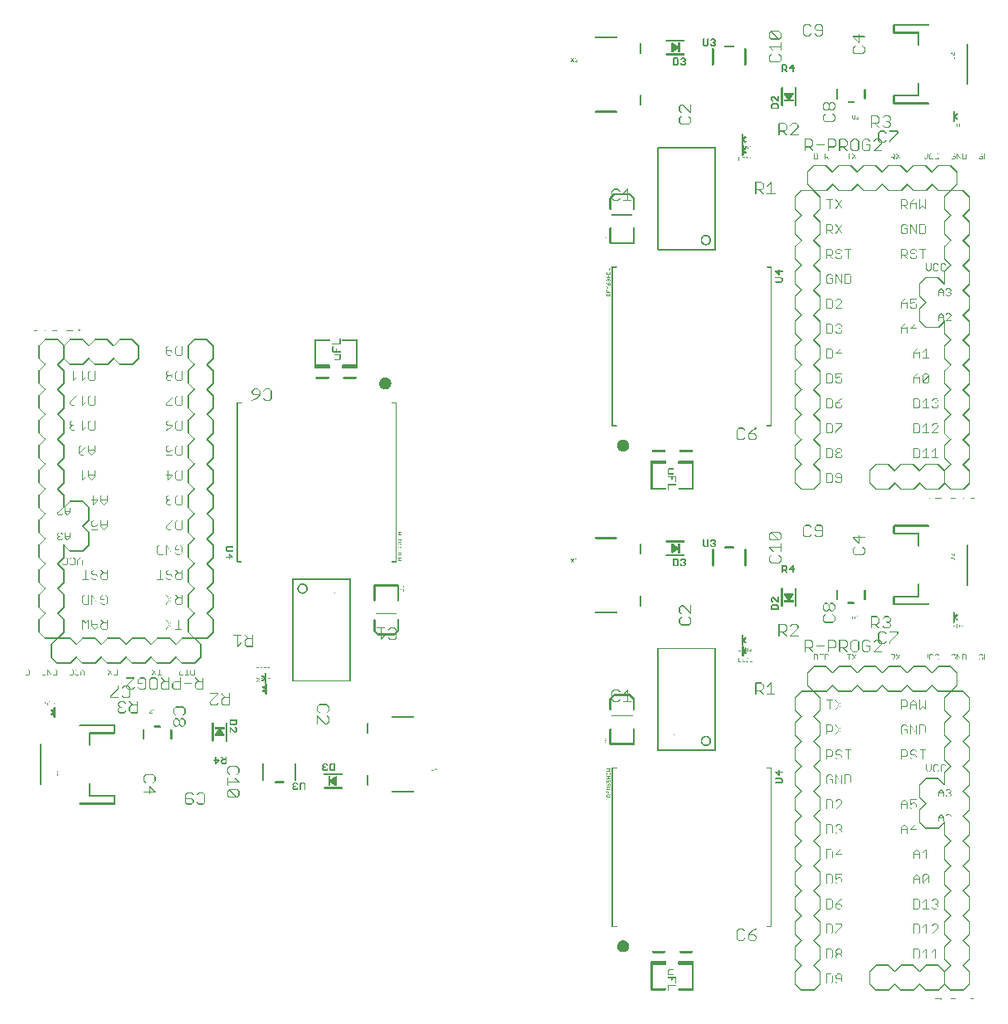
<source format=gto>
%MOIN*%
%OFA0B0*%
%FSLAX44Y44*%
%IPPOS*%
%LPD*%
G36*
X00035578Y00034476D02*
G01G01*
X00035584Y00034477D01*
X00035590Y00034480D01*
X00035897Y00034787D01*
X00035901Y00034791D01*
X00035904Y00034797D01*
X00035905Y00034803D01*
X00035904Y00034809D01*
X00035901Y00034815D01*
X00035897Y00034819D01*
X00035891Y00034822D01*
X00035885Y00034823D01*
X00035879Y00034822D01*
X00035873Y00034819D01*
X00035566Y00034512D01*
X00035562Y00034508D01*
X00035559Y00034502D01*
X00035558Y00034496D01*
X00035559Y00034490D01*
X00035562Y00034484D01*
X00035566Y00034480D01*
X00035572Y00034477D01*
X00035578Y00034476D01*
G37*
G36*
X00035578Y00034399D02*
G01G01*
X00035584Y00034400D01*
X00035590Y00034403D01*
X00035594Y00034407D01*
X00035597Y00034413D01*
X00035598Y00034419D01*
X00035598Y00034496D01*
X00035597Y00034502D01*
X00035594Y00034508D01*
X00035590Y00034512D01*
X00035584Y00034515D01*
X00035578Y00034516D01*
X00035572Y00034515D01*
X00035566Y00034512D01*
X00035562Y00034508D01*
X00035559Y00034502D01*
X00035558Y00034496D01*
X00035558Y00034419D01*
X00035559Y00034413D01*
X00035562Y00034407D01*
X00035566Y00034403D01*
X00035572Y00034400D01*
X00035578Y00034399D01*
G37*
G36*
X00035348Y00034399D02*
G01G01*
X00035354Y00034400D01*
X00035360Y00034403D01*
X00035364Y00034407D01*
X00035440Y00034484D01*
X00035444Y00034490D01*
X00035444Y00034496D01*
X00035444Y00034502D01*
X00035440Y00034508D01*
X00035436Y00034512D01*
X00035431Y00034515D01*
X00035424Y00034516D01*
X00035418Y00034515D01*
X00035413Y00034512D01*
X00035408Y00034508D01*
X00035332Y00034431D01*
X00035329Y00034425D01*
X00035328Y00034419D01*
X00035329Y00034413D01*
X00035332Y00034407D01*
X00035336Y00034403D01*
X00035342Y00034400D01*
X00035348Y00034399D01*
G37*
G36*
X00035348Y00034399D02*
G01G01*
X00035354Y00034400D01*
X00035360Y00034403D01*
X00035364Y00034407D01*
X00035367Y00034413D01*
X00035368Y00034419D01*
X00035367Y00034425D01*
X00035364Y00034431D01*
X00035360Y00034435D01*
X00035354Y00034437D01*
X00035348Y00034439D01*
X00035194Y00034439D01*
X00035188Y00034437D01*
X00035183Y00034435D01*
X00035178Y00034431D01*
X00035175Y00034425D01*
X00035174Y00034419D01*
X00035175Y00034413D01*
X00035178Y00034407D01*
X00035183Y00034403D01*
X00035188Y00034400D01*
X00035194Y00034399D01*
X00035348Y00034399D01*
G37*
G36*
X00035194Y00034399D02*
G01G01*
X00035200Y00034400D01*
X00035206Y00034403D01*
X00035210Y00034407D01*
X00035213Y00034413D01*
X00035214Y00034419D01*
X00035213Y00034425D01*
X00035210Y00034431D01*
X00035134Y00034508D01*
X00035129Y00034512D01*
X00035124Y00034515D01*
X00035118Y00034516D01*
X00035111Y00034515D01*
X00035106Y00034512D01*
X00035101Y00034508D01*
X00035099Y00034502D01*
X00035098Y00034496D01*
X00035099Y00034490D01*
X00035101Y00034484D01*
X00035178Y00034407D01*
X00035183Y00034403D01*
X00035188Y00034400D01*
X00035194Y00034399D01*
G37*
G36*
X00035118Y00034476D02*
G01G01*
X00035124Y00034477D01*
X00035129Y00034480D01*
X00035134Y00034484D01*
X00035137Y00034490D01*
X00035138Y00034496D01*
X00035138Y00034803D01*
X00035137Y00034809D01*
X00035134Y00034815D01*
X00035129Y00034819D01*
X00035124Y00034822D01*
X00035118Y00034823D01*
X00035111Y00034822D01*
X00035106Y00034819D01*
X00035101Y00034815D01*
X00035099Y00034809D01*
X00035098Y00034803D01*
X00035098Y00034496D01*
X00035099Y00034490D01*
X00035101Y00034484D01*
X00035106Y00034480D01*
X00035111Y00034477D01*
X00035118Y00034476D01*
G37*
G36*
X00035118Y00034783D02*
G01G01*
X00035124Y00034784D01*
X00035129Y00034787D01*
X00035210Y00034868D01*
X00035213Y00034873D01*
X00035214Y00034880D01*
X00035213Y00034886D01*
X00035210Y00034891D01*
X00035206Y00034896D01*
X00035200Y00034899D01*
X00035194Y00034900D01*
X00035188Y00034899D01*
X00035183Y00034896D01*
X00035101Y00034815D01*
X00035099Y00034809D01*
X00035098Y00034803D01*
X00035099Y00034797D01*
X00035101Y00034791D01*
X00035106Y00034787D01*
X00035111Y00034784D01*
X00035118Y00034783D01*
G37*
G36*
X00035348Y00034860D02*
G01G01*
X00035354Y00034861D01*
X00035360Y00034863D01*
X00035364Y00034868D01*
X00035367Y00034873D01*
X00035368Y00034880D01*
X00035367Y00034886D01*
X00035364Y00034891D01*
X00035360Y00034896D01*
X00035354Y00034899D01*
X00035348Y00034900D01*
X00035194Y00034900D01*
X00035188Y00034899D01*
X00035183Y00034896D01*
X00035178Y00034891D01*
X00035175Y00034886D01*
X00035174Y00034880D01*
X00035175Y00034873D01*
X00035178Y00034868D01*
X00035183Y00034863D01*
X00035188Y00034861D01*
X00035194Y00034860D01*
X00035348Y00034860D01*
G37*
G36*
X00035424Y00034783D02*
G01G01*
X00035431Y00034784D01*
X00035436Y00034787D01*
X00035440Y00034791D01*
X00035444Y00034797D01*
X00035444Y00034803D01*
X00035444Y00034809D01*
X00035440Y00034815D01*
X00035364Y00034891D01*
X00035360Y00034896D01*
X00035354Y00034899D01*
X00035348Y00034900D01*
X00035342Y00034899D01*
X00035336Y00034896D01*
X00035332Y00034891D01*
X00035329Y00034886D01*
X00035328Y00034880D01*
X00035329Y00034873D01*
X00035332Y00034868D01*
X00035413Y00034787D01*
X00035418Y00034784D01*
X00035424Y00034783D01*
G37*
G36*
X00035885Y00034860D02*
G01G01*
X00035891Y00034861D01*
X00035897Y00034863D01*
X00035901Y00034868D01*
X00035904Y00034873D01*
X00035905Y00034880D01*
X00035904Y00034886D01*
X00035901Y00034891D01*
X00035897Y00034896D01*
X00035891Y00034899D01*
X00035885Y00034900D01*
X00035578Y00034900D01*
X00035572Y00034899D01*
X00035566Y00034896D01*
X00035562Y00034891D01*
X00035559Y00034886D01*
X00035558Y00034880D01*
X00035559Y00034873D01*
X00035562Y00034868D01*
X00035566Y00034863D01*
X00035572Y00034861D01*
X00035578Y00034860D01*
X00035885Y00034860D01*
G37*
G36*
X00035885Y00034783D02*
G01G01*
X00035891Y00034784D01*
X00035897Y00034787D01*
X00035901Y00034791D01*
X00035904Y00034797D01*
X00035905Y00034803D01*
X00035905Y00034880D01*
X00035904Y00034886D01*
X00035901Y00034891D01*
X00035897Y00034896D01*
X00035891Y00034899D01*
X00035885Y00034900D01*
X00035879Y00034899D01*
X00035873Y00034896D01*
X00035869Y00034891D01*
X00035866Y00034886D01*
X00035865Y00034880D01*
X00035865Y00034803D01*
X00035866Y00034797D01*
X00035869Y00034791D01*
X00035873Y00034787D01*
X00035879Y00034784D01*
X00035885Y00034783D01*
G37*
G36*
X00035521Y00035016D02*
G01G01*
X00035527Y00035017D01*
X00035533Y00035020D01*
X00035609Y00035097D01*
X00035614Y00035101D01*
X00035617Y00035107D01*
X00035618Y00035113D01*
X00035617Y00035119D01*
X00035614Y00035125D01*
X00035609Y00035129D01*
X00035604Y00035132D01*
X00035598Y00035133D01*
X00035591Y00035132D01*
X00035586Y00035129D01*
X00035505Y00035048D01*
X00035502Y00035041D01*
X00035501Y00035036D01*
X00035502Y00035030D01*
X00035505Y00035024D01*
X00035509Y00035020D01*
X00035515Y00035017D01*
X00035521Y00035016D01*
G37*
G36*
X00035521Y00035016D02*
G01G01*
X00035527Y00035017D01*
X00035533Y00035020D01*
X00035537Y00035024D01*
X00035540Y00035030D01*
X00035541Y00035036D01*
X00035540Y00035041D01*
X00035537Y00035048D01*
X00035533Y00035052D01*
X00035527Y00035055D01*
X00035521Y00035056D01*
X00035367Y00035056D01*
X00035361Y00035055D01*
X00035356Y00035052D01*
X00035351Y00035048D01*
X00035348Y00035041D01*
X00035347Y00035036D01*
X00035348Y00035030D01*
X00035351Y00035024D01*
X00035356Y00035020D01*
X00035361Y00035017D01*
X00035367Y00035016D01*
X00035521Y00035016D01*
G37*
G36*
X00035367Y00035016D02*
G01G01*
X00035373Y00035017D01*
X00035379Y00035020D01*
X00035383Y00035024D01*
X00035386Y00035030D01*
X00035387Y00035036D01*
X00035386Y00035041D01*
X00035383Y00035048D01*
X00035302Y00035129D01*
X00035297Y00035132D01*
X00035291Y00035133D01*
X00035284Y00035132D01*
X00035279Y00035129D01*
X00035274Y00035125D01*
X00035272Y00035119D01*
X00035271Y00035113D01*
X00035272Y00035107D01*
X00035274Y00035101D01*
X00035356Y00035020D01*
X00035361Y00035017D01*
X00035367Y00035016D01*
G37*
G36*
X00035137Y00035016D02*
G01G01*
X00035143Y00035017D01*
X00035149Y00035020D01*
X00035153Y00035024D01*
X00035156Y00035030D01*
X00035157Y00035036D01*
X00035156Y00035041D01*
X00035153Y00035048D01*
X00035149Y00035052D01*
X00034995Y00035206D01*
X00034990Y00035209D01*
X00034984Y00035210D01*
X00034977Y00035209D01*
X00034972Y00035206D01*
X00034967Y00035200D01*
X00034965Y00035196D01*
X00034964Y00035190D01*
X00034965Y00035183D01*
X00034967Y00035178D01*
X00034972Y00035173D01*
X00035125Y00035020D01*
X00035131Y00035017D01*
X00035137Y00035016D01*
G37*
G36*
X00035060Y00035170D02*
G01G01*
X00035067Y00035171D01*
X00035072Y00035173D01*
X00035076Y00035178D01*
X00035079Y00035183D01*
X00035080Y00035190D01*
X00035079Y00035196D01*
X00035076Y00035200D01*
X00035072Y00035206D01*
X00035067Y00035209D01*
X00035060Y00035210D01*
X00034830Y00035210D01*
X00034824Y00035209D01*
X00034818Y00035206D01*
X00034814Y00035200D01*
X00034811Y00035196D01*
X00034810Y00035190D01*
X00034811Y00035183D01*
X00034814Y00035178D01*
X00034818Y00035173D01*
X00034824Y00035171D01*
X00034830Y00035170D01*
X00035060Y00035170D01*
G37*
G36*
X00034830Y00035016D02*
G01G01*
X00034836Y00035017D01*
X00034842Y00035020D01*
X00034846Y00035024D01*
X00034849Y00035030D01*
X00034850Y00035036D01*
X00034850Y00035497D01*
X00034849Y00035503D01*
X00034846Y00035508D01*
X00034842Y00035513D01*
X00034836Y00035516D01*
X00034830Y00035517D01*
X00034824Y00035516D01*
X00034818Y00035513D01*
X00034814Y00035508D01*
X00034811Y00035503D01*
X00034810Y00035497D01*
X00034810Y00035036D01*
X00034811Y00035030D01*
X00034814Y00035024D01*
X00034818Y00035020D01*
X00034824Y00035017D01*
X00034830Y00035016D01*
G37*
G36*
X00035060Y00035476D02*
G01G01*
X00035067Y00035477D01*
X00035072Y00035480D01*
X00035076Y00035485D01*
X00035079Y00035490D01*
X00035080Y00035497D01*
X00035079Y00035503D01*
X00035076Y00035508D01*
X00035072Y00035513D01*
X00035067Y00035516D01*
X00035060Y00035517D01*
X00034830Y00035517D01*
X00034824Y00035516D01*
X00034818Y00035513D01*
X00034814Y00035508D01*
X00034811Y00035503D01*
X00034810Y00035497D01*
X00034811Y00035490D01*
X00034814Y00035485D01*
X00034818Y00035480D01*
X00034824Y00035477D01*
X00034830Y00035476D01*
X00035060Y00035476D01*
G37*
G36*
X00035137Y00035400D02*
G01G01*
X00035143Y00035401D01*
X00035149Y00035404D01*
X00035153Y00035408D01*
X00035156Y00035414D01*
X00035157Y00035420D01*
X00035156Y00035426D01*
X00035153Y00035432D01*
X00035076Y00035508D01*
X00035072Y00035513D01*
X00035067Y00035516D01*
X00035060Y00035517D01*
X00035054Y00035516D01*
X00035049Y00035513D01*
X00035044Y00035508D01*
X00035041Y00035503D01*
X00035040Y00035497D01*
X00035041Y00035490D01*
X00035044Y00035485D01*
X00035125Y00035404D01*
X00035131Y00035401D01*
X00035137Y00035400D01*
G37*
G36*
X00035137Y00035246D02*
G01G01*
X00035143Y00035247D01*
X00035149Y00035250D01*
X00035153Y00035255D01*
X00035156Y00035260D01*
X00035157Y00035266D01*
X00035157Y00035420D01*
X00035156Y00035426D01*
X00035153Y00035432D01*
X00035149Y00035436D01*
X00035143Y00035439D01*
X00035137Y00035440D01*
X00035131Y00035439D01*
X00035125Y00035436D01*
X00035121Y00035432D01*
X00035118Y00035426D01*
X00035117Y00035420D01*
X00035117Y00035266D01*
X00035118Y00035260D01*
X00035121Y00035255D01*
X00035125Y00035250D01*
X00035131Y00035247D01*
X00035137Y00035246D01*
G37*
G36*
X00035060Y00035170D02*
G01G01*
X00035067Y00035171D01*
X00035072Y00035173D01*
X00035153Y00035255D01*
X00035156Y00035260D01*
X00035157Y00035266D01*
X00035156Y00035272D01*
X00035153Y00035277D01*
X00035149Y00035281D01*
X00035143Y00035285D01*
X00035137Y00035285D01*
X00035131Y00035285D01*
X00035125Y00035281D01*
X00035044Y00035200D01*
X00035041Y00035196D01*
X00035040Y00035190D01*
X00035041Y00035183D01*
X00035044Y00035178D01*
X00035049Y00035173D01*
X00035054Y00035171D01*
X00035060Y00035170D01*
G37*
G36*
X00035291Y00035400D02*
G01G01*
X00035297Y00035401D01*
X00035302Y00035404D01*
X00035383Y00035485D01*
X00035386Y00035490D01*
X00035387Y00035497D01*
X00035386Y00035503D01*
X00035383Y00035508D01*
X00035379Y00035513D01*
X00035373Y00035516D01*
X00035367Y00035517D01*
X00035361Y00035516D01*
X00035356Y00035513D01*
X00035351Y00035508D01*
X00035274Y00035432D01*
X00035272Y00035426D01*
X00035271Y00035420D01*
X00035272Y00035414D01*
X00035274Y00035408D01*
X00035279Y00035404D01*
X00035284Y00035401D01*
X00035291Y00035400D01*
G37*
G36*
X00035521Y00035476D02*
G01G01*
X00035527Y00035477D01*
X00035533Y00035480D01*
X00035537Y00035485D01*
X00035540Y00035490D01*
X00035541Y00035497D01*
X00035540Y00035503D01*
X00035537Y00035508D01*
X00035533Y00035513D01*
X00035527Y00035516D01*
X00035521Y00035517D01*
X00035367Y00035517D01*
X00035361Y00035516D01*
X00035356Y00035513D01*
X00035351Y00035508D01*
X00035348Y00035503D01*
X00035347Y00035497D01*
X00035348Y00035490D01*
X00035351Y00035485D01*
X00035356Y00035480D01*
X00035361Y00035477D01*
X00035367Y00035476D01*
X00035521Y00035476D01*
G37*
G36*
X00035598Y00035400D02*
G01G01*
X00035604Y00035401D01*
X00035609Y00035404D01*
X00035614Y00035408D01*
X00035617Y00035414D01*
X00035618Y00035420D01*
X00035617Y00035426D01*
X00035614Y00035432D01*
X00035533Y00035513D01*
X00035527Y00035516D01*
X00035521Y00035517D01*
X00035515Y00035516D01*
X00035509Y00035513D01*
X00035505Y00035508D01*
X00035502Y00035503D01*
X00035501Y00035497D01*
X00035502Y00035490D01*
X00035505Y00035485D01*
X00035586Y00035404D01*
X00035591Y00035401D01*
X00035598Y00035400D01*
G37*
G36*
X00035598Y00035323D02*
G01G01*
X00035604Y00035324D01*
X00035609Y00035327D01*
X00035614Y00035331D01*
X00035617Y00035337D01*
X00035618Y00035343D01*
X00035618Y00035420D01*
X00035617Y00035426D01*
X00035614Y00035432D01*
X00035609Y00035436D01*
X00035604Y00035439D01*
X00035598Y00035440D01*
X00035591Y00035439D01*
X00035586Y00035436D01*
X00035581Y00035432D01*
X00035578Y00035426D01*
X00035578Y00035420D01*
X00035578Y00035343D01*
X00035578Y00035337D01*
X00035581Y00035331D01*
X00035586Y00035327D01*
X00035591Y00035324D01*
X00035598Y00035323D01*
G37*
G36*
X00035521Y00035246D02*
G01G01*
X00035527Y00035247D01*
X00035533Y00035250D01*
X00035537Y00035255D01*
X00035614Y00035331D01*
X00035617Y00035337D01*
X00035618Y00035343D01*
X00035617Y00035349D01*
X00035614Y00035355D01*
X00035609Y00035359D01*
X00035604Y00035362D01*
X00035598Y00035363D01*
X00035591Y00035362D01*
X00035586Y00035359D01*
X00035581Y00035355D01*
X00035505Y00035277D01*
X00035502Y00035272D01*
X00035501Y00035266D01*
X00035502Y00035260D01*
X00035505Y00035255D01*
X00035509Y00035250D01*
X00035515Y00035247D01*
X00035521Y00035246D01*
G37*
G36*
X00035598Y00035170D02*
G01G01*
X00035604Y00035171D01*
X00035609Y00035173D01*
X00035614Y00035178D01*
X00035617Y00035183D01*
X00035618Y00035190D01*
X00035617Y00035196D01*
X00035614Y00035200D01*
X00035609Y00035206D01*
X00035533Y00035281D01*
X00035527Y00035285D01*
X00035521Y00035285D01*
X00035515Y00035285D01*
X00035509Y00035281D01*
X00035505Y00035277D01*
X00035502Y00035272D01*
X00035501Y00035266D01*
X00035502Y00035260D01*
X00035505Y00035255D01*
X00035586Y00035173D01*
X00035591Y00035171D01*
X00035598Y00035170D01*
G37*
G36*
X00035598Y00035093D02*
G01G01*
X00035604Y00035094D01*
X00035609Y00035097D01*
X00035614Y00035101D01*
X00035617Y00035107D01*
X00035618Y00035113D01*
X00035618Y00035190D01*
X00035617Y00035196D01*
X00035614Y00035200D01*
X00035609Y00035206D01*
X00035604Y00035209D01*
X00035598Y00035210D01*
X00035591Y00035209D01*
X00035586Y00035206D01*
X00035581Y00035200D01*
X00035578Y00035196D01*
X00035578Y00035190D01*
X00035578Y00035113D01*
X00035578Y00035107D01*
X00035581Y00035101D01*
X00035586Y00035097D01*
X00035591Y00035094D01*
X00035598Y00035093D01*
G37*
G36*
X00035521Y00035246D02*
G01G01*
X00035527Y00035247D01*
X00035533Y00035250D01*
X00035537Y00035255D01*
X00035540Y00035260D01*
X00035541Y00035266D01*
X00035540Y00035272D01*
X00035537Y00035277D01*
X00035533Y00035281D01*
X00035527Y00035285D01*
X00035521Y00035285D01*
X00035444Y00035285D01*
X00035438Y00035285D01*
X00035432Y00035281D01*
X00035428Y00035277D01*
X00035425Y00035272D01*
X00035424Y00035266D01*
X00035425Y00035260D01*
X00035428Y00035255D01*
X00035432Y00035250D01*
X00035438Y00035247D01*
X00035444Y00035246D01*
X00035521Y00035246D01*
G37*
G36*
X00035167Y00034533D02*
G01G01*
X00035173Y00034534D01*
X00035178Y00034537D01*
X00035183Y00034541D01*
X00035186Y00034547D01*
X00035187Y00034553D01*
X00035186Y00034559D01*
X00035183Y00034565D01*
X00035178Y00034569D01*
X00035173Y00034572D01*
X00035167Y00034573D01*
X00035013Y00034573D01*
X00035007Y00034572D01*
X00035002Y00034569D01*
X00034997Y00034565D01*
X00034994Y00034559D01*
X00034993Y00034553D01*
X00034994Y00034547D01*
X00034997Y00034541D01*
X00035002Y00034537D01*
X00035007Y00034534D01*
X00035013Y00034533D01*
X00035167Y00034533D01*
G37*
G36*
X00034937Y00034456D02*
G01G01*
X00034943Y00034456D01*
X00034948Y00034460D01*
X00035025Y00034537D01*
X00035029Y00034541D01*
X00035032Y00034547D01*
X00035033Y00034553D01*
X00035032Y00034559D01*
X00035029Y00034565D01*
X00035025Y00034569D01*
X00035019Y00034572D01*
X00035013Y00034573D01*
X00035007Y00034572D01*
X00035002Y00034569D01*
X00034925Y00034492D01*
X00034920Y00034488D01*
X00034917Y00034482D01*
X00034916Y00034476D01*
X00034917Y00034470D01*
X00034920Y00034464D01*
X00034925Y00034460D01*
X00034930Y00034456D01*
X00034937Y00034456D01*
G37*
G36*
X00034783Y00034456D02*
G01G01*
X00034789Y00034456D01*
X00034795Y00034460D01*
X00034799Y00034464D01*
X00034801Y00034470D01*
X00034803Y00034476D01*
X00034801Y00034482D01*
X00034799Y00034488D01*
X00034795Y00034492D01*
X00034718Y00034569D01*
X00034712Y00034572D01*
X00034706Y00034573D01*
X00034700Y00034572D01*
X00034695Y00034569D01*
X00034690Y00034565D01*
X00034687Y00034559D01*
X00034686Y00034553D01*
X00034687Y00034547D01*
X00034690Y00034541D01*
X00034695Y00034537D01*
X00034771Y00034460D01*
X00034777Y00034456D01*
X00034783Y00034456D01*
G37*
G36*
X00034706Y00034533D02*
G01G01*
X00034712Y00034534D01*
X00034718Y00034537D01*
X00034722Y00034541D01*
X00034725Y00034547D01*
X00034726Y00034553D01*
X00034725Y00034559D01*
X00034722Y00034565D01*
X00034718Y00034569D01*
X00034712Y00034572D01*
X00034706Y00034573D01*
X00034553Y00034573D01*
X00034547Y00034572D01*
X00034541Y00034569D01*
X00034537Y00034565D01*
X00034534Y00034559D01*
X00034533Y00034553D01*
X00034534Y00034547D01*
X00034537Y00034541D01*
X00034541Y00034537D01*
X00034547Y00034534D01*
X00034553Y00034533D01*
X00034706Y00034533D01*
G37*
G36*
X00034476Y00034456D02*
G01G01*
X00034482Y00034456D01*
X00034488Y00034460D01*
X00034565Y00034537D01*
X00034569Y00034541D01*
X00034572Y00034547D01*
X00034573Y00034553D01*
X00034572Y00034559D01*
X00034569Y00034565D01*
X00034565Y00034569D01*
X00034559Y00034572D01*
X00034553Y00034573D01*
X00034547Y00034572D01*
X00034541Y00034569D01*
X00034464Y00034492D01*
X00034460Y00034488D01*
X00034456Y00034482D01*
X00034456Y00034476D01*
X00034456Y00034470D01*
X00034460Y00034464D01*
X00034464Y00034460D01*
X00034470Y00034456D01*
X00034476Y00034456D01*
G37*
G36*
X00034476Y00034149D02*
G01G01*
X00034482Y00034150D01*
X00034488Y00034153D01*
X00034492Y00034157D01*
X00034495Y00034163D01*
X00034496Y00034169D01*
X00034496Y00034476D01*
X00034495Y00034482D01*
X00034492Y00034488D01*
X00034488Y00034492D01*
X00034482Y00034495D01*
X00034476Y00034496D01*
X00034470Y00034495D01*
X00034464Y00034492D01*
X00034460Y00034488D01*
X00034456Y00034482D01*
X00034456Y00034476D01*
X00034456Y00034169D01*
X00034456Y00034163D01*
X00034460Y00034157D01*
X00034464Y00034153D01*
X00034470Y00034150D01*
X00034476Y00034149D01*
G37*
G36*
X00034553Y00034072D02*
G01G01*
X00034559Y00034073D01*
X00034565Y00034076D01*
X00034569Y00034081D01*
X00034572Y00034086D01*
X00034573Y00034092D01*
X00034572Y00034099D01*
X00034569Y00034104D01*
X00034565Y00034108D01*
X00034488Y00034185D01*
X00034482Y00034188D01*
X00034476Y00034189D01*
X00034470Y00034188D01*
X00034464Y00034185D01*
X00034460Y00034181D01*
X00034456Y00034175D01*
X00034456Y00034169D01*
X00034456Y00034163D01*
X00034460Y00034157D01*
X00034464Y00034153D01*
X00034541Y00034076D01*
X00034547Y00034073D01*
X00034553Y00034072D01*
G37*
G36*
X00034706Y00034072D02*
G01G01*
X00034712Y00034073D01*
X00034718Y00034076D01*
X00034722Y00034081D01*
X00034725Y00034086D01*
X00034726Y00034092D01*
X00034725Y00034099D01*
X00034722Y00034104D01*
X00034718Y00034108D01*
X00034712Y00034112D01*
X00034706Y00034112D01*
X00034553Y00034112D01*
X00034547Y00034112D01*
X00034541Y00034108D01*
X00034537Y00034104D01*
X00034534Y00034099D01*
X00034533Y00034092D01*
X00034534Y00034086D01*
X00034537Y00034081D01*
X00034541Y00034076D01*
X00034547Y00034073D01*
X00034553Y00034072D01*
X00034706Y00034072D01*
G37*
G36*
X00034706Y00034072D02*
G01G01*
X00034712Y00034073D01*
X00034718Y00034076D01*
X00034795Y00034153D01*
X00034799Y00034157D01*
X00034801Y00034163D01*
X00034803Y00034169D01*
X00034801Y00034175D01*
X00034799Y00034181D01*
X00034795Y00034185D01*
X00034789Y00034188D01*
X00034783Y00034189D01*
X00034777Y00034188D01*
X00034771Y00034185D01*
X00034695Y00034108D01*
X00034690Y00034104D01*
X00034687Y00034099D01*
X00034686Y00034092D01*
X00034687Y00034086D01*
X00034690Y00034081D01*
X00034695Y00034076D01*
X00034700Y00034073D01*
X00034706Y00034072D01*
G37*
G36*
X00034783Y00034149D02*
G01G01*
X00034789Y00034150D01*
X00034795Y00034153D01*
X00034799Y00034157D01*
X00034801Y00034163D01*
X00034803Y00034169D01*
X00034803Y00034323D01*
X00034801Y00034329D01*
X00034799Y00034334D01*
X00034795Y00034339D01*
X00034789Y00034342D01*
X00034783Y00034343D01*
X00034777Y00034342D01*
X00034771Y00034339D01*
X00034767Y00034334D01*
X00034764Y00034329D01*
X00034763Y00034323D01*
X00034763Y00034169D01*
X00034764Y00034163D01*
X00034767Y00034157D01*
X00034771Y00034153D01*
X00034777Y00034150D01*
X00034783Y00034149D01*
G37*
G36*
X00034783Y00034303D02*
G01G01*
X00034789Y00034304D01*
X00034795Y00034307D01*
X00034799Y00034311D01*
X00034801Y00034317D01*
X00034803Y00034323D01*
X00034801Y00034329D01*
X00034799Y00034334D01*
X00034795Y00034339D01*
X00034789Y00034342D01*
X00034783Y00034343D01*
X00034630Y00034343D01*
X00034623Y00034342D01*
X00034618Y00034339D01*
X00034613Y00034334D01*
X00034611Y00034329D01*
X00034610Y00034323D01*
X00034611Y00034317D01*
X00034613Y00034311D01*
X00034618Y00034307D01*
X00034623Y00034304D01*
X00034630Y00034303D01*
X00034783Y00034303D01*
G37*
G36*
X00034323Y00034149D02*
G01G01*
X00034329Y00034150D01*
X00034334Y00034153D01*
X00034339Y00034157D01*
X00034342Y00034163D01*
X00034343Y00034169D01*
X00034343Y00034476D01*
X00034342Y00034482D01*
X00034339Y00034488D01*
X00034334Y00034492D01*
X00034329Y00034495D01*
X00034323Y00034496D01*
X00034317Y00034495D01*
X00034311Y00034492D01*
X00034307Y00034488D01*
X00034304Y00034482D01*
X00034303Y00034476D01*
X00034303Y00034169D01*
X00034304Y00034163D01*
X00034307Y00034157D01*
X00034311Y00034153D01*
X00034317Y00034150D01*
X00034323Y00034149D01*
G37*
G36*
X00034323Y00034456D02*
G01G01*
X00034329Y00034456D01*
X00034334Y00034460D01*
X00034339Y00034464D01*
X00034342Y00034470D01*
X00034343Y00034476D01*
X00034342Y00034482D01*
X00034339Y00034488D01*
X00034334Y00034492D01*
X00034258Y00034569D01*
X00034252Y00034572D01*
X00034246Y00034573D01*
X00034240Y00034572D01*
X00034234Y00034569D01*
X00034230Y00034565D01*
X00034227Y00034559D01*
X00034226Y00034553D01*
X00034227Y00034547D01*
X00034230Y00034541D01*
X00034234Y00034537D01*
X00034311Y00034460D01*
X00034317Y00034456D01*
X00034323Y00034456D01*
G37*
G36*
X00034246Y00034533D02*
G01G01*
X00034252Y00034534D01*
X00034258Y00034537D01*
X00034262Y00034541D01*
X00034265Y00034547D01*
X00034266Y00034553D01*
X00034265Y00034559D01*
X00034262Y00034565D01*
X00034258Y00034569D01*
X00034252Y00034572D01*
X00034246Y00034573D01*
X00034092Y00034573D01*
X00034086Y00034572D01*
X00034081Y00034569D01*
X00034076Y00034565D01*
X00034073Y00034559D01*
X00034072Y00034553D01*
X00034073Y00034547D01*
X00034076Y00034541D01*
X00034081Y00034537D01*
X00034086Y00034534D01*
X00034092Y00034533D01*
X00034246Y00034533D01*
G37*
G36*
X00034016Y00034456D02*
G01G01*
X00034022Y00034456D01*
X00034027Y00034460D01*
X00034104Y00034537D01*
X00034108Y00034541D01*
X00034112Y00034547D01*
X00034113Y00034553D01*
X00034112Y00034559D01*
X00034108Y00034565D01*
X00034104Y00034569D01*
X00034099Y00034572D01*
X00034092Y00034573D01*
X00034086Y00034572D01*
X00034081Y00034569D01*
X00034004Y00034492D01*
X00034000Y00034488D01*
X00033997Y00034482D01*
X00033996Y00034476D01*
X00033997Y00034470D01*
X00034000Y00034464D01*
X00034004Y00034460D01*
X00034010Y00034456D01*
X00034016Y00034456D01*
G37*
G36*
X00034016Y00034149D02*
G01G01*
X00034022Y00034150D01*
X00034027Y00034153D01*
X00034032Y00034157D01*
X00034035Y00034163D01*
X00034036Y00034169D01*
X00034036Y00034476D01*
X00034035Y00034482D01*
X00034032Y00034488D01*
X00034027Y00034492D01*
X00034022Y00034495D01*
X00034016Y00034496D01*
X00034010Y00034495D01*
X00034004Y00034492D01*
X00034000Y00034488D01*
X00033997Y00034482D01*
X00033996Y00034476D01*
X00033996Y00034169D01*
X00033997Y00034163D01*
X00034000Y00034157D01*
X00034004Y00034153D01*
X00034010Y00034150D01*
X00034016Y00034149D01*
G37*
G36*
X00034092Y00034072D02*
G01G01*
X00034099Y00034073D01*
X00034104Y00034076D01*
X00034108Y00034081D01*
X00034112Y00034086D01*
X00034113Y00034092D01*
X00034112Y00034099D01*
X00034108Y00034104D01*
X00034104Y00034108D01*
X00034027Y00034185D01*
X00034022Y00034188D01*
X00034016Y00034189D01*
X00034010Y00034188D01*
X00034004Y00034185D01*
X00034000Y00034181D01*
X00033997Y00034175D01*
X00033996Y00034169D01*
X00033997Y00034163D01*
X00034000Y00034157D01*
X00034004Y00034153D01*
X00034081Y00034076D01*
X00034086Y00034073D01*
X00034092Y00034072D01*
G37*
G36*
X00034246Y00034072D02*
G01G01*
X00034252Y00034073D01*
X00034258Y00034076D01*
X00034262Y00034081D01*
X00034265Y00034086D01*
X00034266Y00034092D01*
X00034265Y00034099D01*
X00034262Y00034104D01*
X00034258Y00034108D01*
X00034252Y00034112D01*
X00034246Y00034112D01*
X00034092Y00034112D01*
X00034086Y00034112D01*
X00034081Y00034108D01*
X00034076Y00034104D01*
X00034073Y00034099D01*
X00034072Y00034092D01*
X00034073Y00034086D01*
X00034076Y00034081D01*
X00034081Y00034076D01*
X00034086Y00034073D01*
X00034092Y00034072D01*
X00034246Y00034072D01*
G37*
G36*
X00034246Y00034072D02*
G01G01*
X00034252Y00034073D01*
X00034258Y00034076D01*
X00034334Y00034153D01*
X00034339Y00034157D01*
X00034342Y00034163D01*
X00034343Y00034169D01*
X00034342Y00034175D01*
X00034339Y00034181D01*
X00034334Y00034185D01*
X00034329Y00034188D01*
X00034323Y00034189D01*
X00034317Y00034188D01*
X00034311Y00034185D01*
X00034234Y00034108D01*
X00034230Y00034104D01*
X00034227Y00034099D01*
X00034226Y00034092D01*
X00034227Y00034086D01*
X00034230Y00034081D01*
X00034234Y00034076D01*
X00034240Y00034073D01*
X00034246Y00034072D01*
G37*
G36*
X00033862Y00034072D02*
G01G01*
X00033868Y00034073D01*
X00033874Y00034076D01*
X00033878Y00034081D01*
X00033881Y00034086D01*
X00033882Y00034092D01*
X00033881Y00034099D01*
X00033878Y00034104D01*
X00033721Y00034262D01*
X00033715Y00034265D01*
X00033709Y00034266D01*
X00033703Y00034265D01*
X00033697Y00034262D01*
X00033693Y00034258D01*
X00033690Y00034252D01*
X00033689Y00034246D01*
X00033690Y00034240D01*
X00033693Y00034234D01*
X00033851Y00034076D01*
X00033856Y00034073D01*
X00033862Y00034072D01*
G37*
G36*
X00033786Y00034226D02*
G01G01*
X00033792Y00034227D01*
X00033797Y00034230D01*
X00033802Y00034234D01*
X00033805Y00034240D01*
X00033806Y00034246D01*
X00033805Y00034252D01*
X00033802Y00034258D01*
X00033797Y00034262D01*
X00033792Y00034265D01*
X00033786Y00034266D01*
X00033555Y00034266D01*
X00033549Y00034265D01*
X00033544Y00034262D01*
X00033539Y00034258D01*
X00033536Y00034252D01*
X00033535Y00034246D01*
X00033536Y00034240D01*
X00033539Y00034234D01*
X00033544Y00034230D01*
X00033549Y00034227D01*
X00033555Y00034226D01*
X00033786Y00034226D01*
G37*
G36*
X00033555Y00034072D02*
G01G01*
X00033562Y00034073D01*
X00033567Y00034076D01*
X00033572Y00034081D01*
X00033574Y00034086D01*
X00033575Y00034092D01*
X00033575Y00034553D01*
X00033574Y00034559D01*
X00033572Y00034565D01*
X00033567Y00034569D01*
X00033562Y00034572D01*
X00033555Y00034573D01*
X00033549Y00034572D01*
X00033544Y00034569D01*
X00033539Y00034565D01*
X00033536Y00034559D01*
X00033535Y00034553D01*
X00033535Y00034092D01*
X00033536Y00034086D01*
X00033539Y00034081D01*
X00033544Y00034076D01*
X00033549Y00034073D01*
X00033555Y00034072D01*
G37*
G36*
X00033786Y00034533D02*
G01G01*
X00033792Y00034534D01*
X00033797Y00034537D01*
X00033802Y00034541D01*
X00033805Y00034547D01*
X00033806Y00034553D01*
X00033805Y00034559D01*
X00033802Y00034565D01*
X00033797Y00034569D01*
X00033792Y00034572D01*
X00033786Y00034573D01*
X00033555Y00034573D01*
X00033549Y00034572D01*
X00033544Y00034569D01*
X00033539Y00034565D01*
X00033536Y00034559D01*
X00033535Y00034553D01*
X00033536Y00034547D01*
X00033539Y00034541D01*
X00033544Y00034537D01*
X00033549Y00034534D01*
X00033555Y00034533D01*
X00033786Y00034533D01*
G37*
G36*
X00033862Y00034456D02*
G01G01*
X00033868Y00034456D01*
X00033874Y00034460D01*
X00033878Y00034464D01*
X00033881Y00034470D01*
X00033882Y00034476D01*
X00033881Y00034482D01*
X00033878Y00034488D01*
X00033797Y00034569D01*
X00033792Y00034572D01*
X00033786Y00034573D01*
X00033779Y00034572D01*
X00033774Y00034569D01*
X00033769Y00034565D01*
X00033767Y00034559D01*
X00033766Y00034553D01*
X00033767Y00034547D01*
X00033769Y00034541D01*
X00033851Y00034460D01*
X00033856Y00034456D01*
X00033862Y00034456D01*
G37*
G36*
X00033862Y00034303D02*
G01G01*
X00033868Y00034304D01*
X00033874Y00034307D01*
X00033878Y00034311D01*
X00033881Y00034317D01*
X00033882Y00034323D01*
X00033882Y00034476D01*
X00033881Y00034482D01*
X00033878Y00034488D01*
X00033874Y00034492D01*
X00033868Y00034495D01*
X00033862Y00034496D01*
X00033856Y00034495D01*
X00033851Y00034492D01*
X00033846Y00034488D01*
X00033843Y00034482D01*
X00033842Y00034476D01*
X00033842Y00034323D01*
X00033843Y00034317D01*
X00033846Y00034311D01*
X00033851Y00034307D01*
X00033856Y00034304D01*
X00033862Y00034303D01*
G37*
G36*
X00033786Y00034226D02*
G01G01*
X00033792Y00034227D01*
X00033797Y00034230D01*
X00033874Y00034307D01*
X00033878Y00034311D01*
X00033881Y00034317D01*
X00033882Y00034323D01*
X00033881Y00034329D01*
X00033878Y00034334D01*
X00033874Y00034339D01*
X00033868Y00034342D01*
X00033862Y00034343D01*
X00033856Y00034342D01*
X00033851Y00034339D01*
X00033769Y00034258D01*
X00033767Y00034252D01*
X00033766Y00034246D01*
X00033767Y00034240D01*
X00033769Y00034234D01*
X00033774Y00034230D01*
X00033779Y00034227D01*
X00033786Y00034226D01*
G37*
G36*
X00033325Y00034226D02*
G01G01*
X00033331Y00034227D01*
X00033337Y00034230D01*
X00033341Y00034234D01*
X00033414Y00034307D01*
X00033418Y00034311D01*
X00033421Y00034317D01*
X00033422Y00034323D01*
X00033421Y00034329D01*
X00033418Y00034334D01*
X00033414Y00034339D01*
X00033408Y00034342D01*
X00033402Y00034343D01*
X00033396Y00034342D01*
X00033390Y00034339D01*
X00033309Y00034258D01*
X00033306Y00034252D01*
X00033305Y00034246D01*
X00033306Y00034240D01*
X00033309Y00034234D01*
X00033313Y00034230D01*
X00033319Y00034227D01*
X00033325Y00034226D01*
G37*
G36*
X00033325Y00034226D02*
G01G01*
X00033331Y00034227D01*
X00033337Y00034230D01*
X00033341Y00034234D01*
X00033344Y00034240D01*
X00033345Y00034246D01*
X00033344Y00034252D01*
X00033341Y00034258D01*
X00033337Y00034262D01*
X00033331Y00034265D01*
X00033325Y00034266D01*
X00033095Y00034266D01*
X00033089Y00034265D01*
X00033083Y00034262D01*
X00033079Y00034258D01*
X00033076Y00034252D01*
X00033075Y00034246D01*
X00033076Y00034240D01*
X00033079Y00034234D01*
X00033083Y00034230D01*
X00033089Y00034227D01*
X00033095Y00034226D01*
X00033325Y00034226D01*
G37*
G36*
X00033095Y00034072D02*
G01G01*
X00033101Y00034073D01*
X00033107Y00034076D01*
X00033111Y00034081D01*
X00033114Y00034086D01*
X00033115Y00034092D01*
X00033115Y00034553D01*
X00033114Y00034559D01*
X00033111Y00034565D01*
X00033107Y00034569D01*
X00033101Y00034572D01*
X00033095Y00034573D01*
X00033089Y00034572D01*
X00033083Y00034569D01*
X00033079Y00034565D01*
X00033076Y00034559D01*
X00033075Y00034553D01*
X00033075Y00034092D01*
X00033076Y00034086D01*
X00033079Y00034081D01*
X00033083Y00034076D01*
X00033089Y00034073D01*
X00033095Y00034072D01*
G37*
G36*
X00033325Y00034533D02*
G01G01*
X00033331Y00034534D01*
X00033337Y00034537D01*
X00033341Y00034541D01*
X00033344Y00034547D01*
X00033345Y00034553D01*
X00033344Y00034559D01*
X00033341Y00034565D01*
X00033337Y00034569D01*
X00033331Y00034572D01*
X00033325Y00034573D01*
X00033095Y00034573D01*
X00033089Y00034572D01*
X00033083Y00034569D01*
X00033079Y00034565D01*
X00033076Y00034559D01*
X00033075Y00034553D01*
X00033076Y00034547D01*
X00033079Y00034541D01*
X00033083Y00034537D01*
X00033089Y00034534D01*
X00033095Y00034533D01*
X00033325Y00034533D01*
G37*
G36*
X00033402Y00034456D02*
G01G01*
X00033408Y00034456D01*
X00033414Y00034460D01*
X00033418Y00034464D01*
X00033421Y00034470D01*
X00033422Y00034476D01*
X00033421Y00034482D01*
X00033418Y00034488D01*
X00033337Y00034569D01*
X00033331Y00034572D01*
X00033325Y00034573D01*
X00033319Y00034572D01*
X00033313Y00034569D01*
X00033309Y00034565D01*
X00033306Y00034559D01*
X00033305Y00034553D01*
X00033306Y00034547D01*
X00033309Y00034541D01*
X00033390Y00034460D01*
X00033396Y00034456D01*
X00033402Y00034456D01*
G37*
G36*
X00033402Y00034303D02*
G01G01*
X00033408Y00034304D01*
X00033414Y00034307D01*
X00033418Y00034311D01*
X00033421Y00034317D01*
X00033422Y00034323D01*
X00033422Y00034476D01*
X00033421Y00034482D01*
X00033418Y00034488D01*
X00033414Y00034492D01*
X00033408Y00034495D01*
X00033402Y00034496D01*
X00033396Y00034495D01*
X00033390Y00034492D01*
X00033386Y00034488D01*
X00033383Y00034482D01*
X00033382Y00034476D01*
X00033382Y00034323D01*
X00033383Y00034317D01*
X00033386Y00034311D01*
X00033390Y00034307D01*
X00033396Y00034304D01*
X00033402Y00034303D01*
G37*
G36*
X00032941Y00034303D02*
G01G01*
X00032948Y00034304D01*
X00032953Y00034307D01*
X00032958Y00034311D01*
X00032961Y00034317D01*
X00032961Y00034323D01*
X00032961Y00034329D01*
X00032958Y00034334D01*
X00032953Y00034339D01*
X00032948Y00034342D01*
X00032941Y00034343D01*
X00032635Y00034343D01*
X00032628Y00034342D01*
X00032623Y00034339D01*
X00032618Y00034334D01*
X00032616Y00034329D01*
X00032615Y00034323D01*
X00032616Y00034317D01*
X00032618Y00034311D01*
X00032623Y00034307D01*
X00032628Y00034304D01*
X00032635Y00034303D01*
X00032941Y00034303D01*
G37*
G36*
X00032404Y00034226D02*
G01G01*
X00032411Y00034227D01*
X00032416Y00034230D01*
X00032421Y00034234D01*
X00032493Y00034307D01*
X00032496Y00034311D01*
X00032500Y00034317D01*
X00032501Y00034323D01*
X00032500Y00034329D01*
X00032496Y00034334D01*
X00032493Y00034339D01*
X00032487Y00034342D01*
X00032481Y00034343D01*
X00032475Y00034342D01*
X00032469Y00034339D01*
X00032388Y00034258D01*
X00032385Y00034252D01*
X00032384Y00034246D01*
X00032385Y00034240D01*
X00032388Y00034234D01*
X00032392Y00034230D01*
X00032397Y00034227D01*
X00032404Y00034226D01*
G37*
G36*
X00032404Y00034226D02*
G01G01*
X00032411Y00034227D01*
X00032416Y00034230D01*
X00032421Y00034234D01*
X00032423Y00034240D01*
X00032424Y00034246D01*
X00032423Y00034252D01*
X00032421Y00034258D01*
X00032416Y00034262D01*
X00032411Y00034265D01*
X00032404Y00034266D01*
X00032174Y00034266D01*
X00032168Y00034265D01*
X00032162Y00034262D01*
X00032158Y00034258D01*
X00032155Y00034252D01*
X00032153Y00034246D01*
X00032155Y00034240D01*
X00032158Y00034234D01*
X00032162Y00034230D01*
X00032168Y00034227D01*
X00032174Y00034226D01*
X00032404Y00034226D01*
G37*
G36*
X00032481Y00034072D02*
G01G01*
X00032487Y00034073D01*
X00032493Y00034076D01*
X00032496Y00034081D01*
X00032500Y00034086D01*
X00032501Y00034092D01*
X00032500Y00034099D01*
X00032496Y00034104D01*
X00032339Y00034262D01*
X00032334Y00034265D01*
X00032328Y00034266D01*
X00032321Y00034265D01*
X00032315Y00034262D01*
X00032311Y00034258D01*
X00032309Y00034252D01*
X00032308Y00034246D01*
X00032309Y00034240D01*
X00032311Y00034234D01*
X00032469Y00034076D01*
X00032475Y00034073D01*
X00032481Y00034072D01*
G37*
G36*
X00032174Y00034072D02*
G01G01*
X00032180Y00034073D01*
X00032186Y00034076D01*
X00032190Y00034081D01*
X00032193Y00034086D01*
X00032193Y00034092D01*
X00032193Y00034553D01*
X00032193Y00034559D01*
X00032190Y00034565D01*
X00032186Y00034569D01*
X00032180Y00034572D01*
X00032174Y00034573D01*
X00032168Y00034572D01*
X00032162Y00034569D01*
X00032158Y00034565D01*
X00032155Y00034559D01*
X00032153Y00034553D01*
X00032153Y00034092D01*
X00032155Y00034086D01*
X00032158Y00034081D01*
X00032162Y00034076D01*
X00032168Y00034073D01*
X00032174Y00034072D01*
G37*
G36*
X00032404Y00034533D02*
G01G01*
X00032411Y00034534D01*
X00032416Y00034537D01*
X00032421Y00034541D01*
X00032423Y00034547D01*
X00032424Y00034553D01*
X00032423Y00034559D01*
X00032421Y00034565D01*
X00032416Y00034569D01*
X00032411Y00034572D01*
X00032404Y00034573D01*
X00032174Y00034573D01*
X00032168Y00034572D01*
X00032162Y00034569D01*
X00032158Y00034565D01*
X00032155Y00034559D01*
X00032153Y00034553D01*
X00032155Y00034547D01*
X00032158Y00034541D01*
X00032162Y00034537D01*
X00032168Y00034534D01*
X00032174Y00034533D01*
X00032404Y00034533D01*
G37*
G36*
X00032481Y00034456D02*
G01G01*
X00032487Y00034456D01*
X00032493Y00034460D01*
X00032496Y00034464D01*
X00032500Y00034470D01*
X00032501Y00034476D01*
X00032500Y00034482D01*
X00032496Y00034488D01*
X00032416Y00034569D01*
X00032411Y00034572D01*
X00032404Y00034573D01*
X00032397Y00034572D01*
X00032392Y00034569D01*
X00032388Y00034565D01*
X00032385Y00034559D01*
X00032384Y00034553D01*
X00032385Y00034547D01*
X00032388Y00034541D01*
X00032469Y00034460D01*
X00032475Y00034456D01*
X00032481Y00034456D01*
G37*
G36*
X00032481Y00034303D02*
G01G01*
X00032487Y00034304D01*
X00032493Y00034307D01*
X00032496Y00034311D01*
X00032500Y00034317D01*
X00032501Y00034323D01*
X00032501Y00034476D01*
X00032500Y00034482D01*
X00032496Y00034488D01*
X00032493Y00034492D01*
X00032487Y00034495D01*
X00032481Y00034496D01*
X00032475Y00034495D01*
X00032469Y00034492D01*
X00032465Y00034488D01*
X00032462Y00034482D01*
X00032461Y00034476D01*
X00032461Y00034323D01*
X00032462Y00034317D01*
X00032465Y00034311D01*
X00032469Y00034307D01*
X00032475Y00034304D01*
X00032481Y00034303D01*
G37*
G36*
X00031890Y00034704D02*
G01G01*
X00031896Y00034704D01*
X00031900Y00034708D01*
X00031906Y00034712D01*
X00031908Y00034718D01*
X00031910Y00034724D01*
X00031908Y00034730D01*
X00031906Y00034736D01*
X00031900Y00034740D01*
X00031896Y00034743D01*
X00031890Y00034744D01*
X00031583Y00034744D01*
X00031576Y00034743D01*
X00031570Y00034740D01*
X00031566Y00034736D01*
X00031564Y00034730D01*
X00031563Y00034724D01*
X00031564Y00034718D01*
X00031566Y00034712D01*
X00031570Y00034708D01*
X00031576Y00034704D01*
X00031583Y00034704D01*
X00031890Y00034704D01*
G37*
G36*
X00031583Y00034704D02*
G01G01*
X00031589Y00034704D01*
X00031594Y00034708D01*
X00031599Y00034712D01*
X00031900Y00035015D01*
X00031906Y00035020D01*
X00031908Y00035025D01*
X00031910Y00035031D01*
X00031908Y00035037D01*
X00031906Y00035043D01*
X00031900Y00035047D01*
X00031896Y00035050D01*
X00031890Y00035051D01*
X00031883Y00035050D01*
X00031877Y00035047D01*
X00031873Y00035043D01*
X00031566Y00034736D01*
X00031564Y00034730D01*
X00031563Y00034724D01*
X00031564Y00034718D01*
X00031566Y00034712D01*
X00031570Y00034708D01*
X00031576Y00034704D01*
X00031583Y00034704D01*
G37*
G36*
X00031890Y00035011D02*
G01G01*
X00031896Y00035012D01*
X00031900Y00035015D01*
X00031906Y00035020D01*
X00031908Y00035025D01*
X00031910Y00035031D01*
X00031910Y00035108D01*
X00031908Y00035114D01*
X00031906Y00035120D01*
X00031900Y00035124D01*
X00031896Y00035127D01*
X00031890Y00035128D01*
X00031883Y00035127D01*
X00031877Y00035124D01*
X00031873Y00035120D01*
X00031870Y00035114D01*
X00031869Y00035108D01*
X00031869Y00035031D01*
X00031870Y00035025D01*
X00031873Y00035020D01*
X00031877Y00035015D01*
X00031883Y00035012D01*
X00031890Y00035011D01*
G37*
G36*
X00031890Y00035088D02*
G01G01*
X00031896Y00035089D01*
X00031900Y00035092D01*
X00031906Y00035096D01*
X00031908Y00035102D01*
X00031910Y00035108D01*
X00031908Y00035114D01*
X00031906Y00035120D01*
X00031829Y00035196D01*
X00031825Y00035200D01*
X00031819Y00035204D01*
X00031812Y00035205D01*
X00031807Y00035204D01*
X00031800Y00035200D01*
X00031796Y00035196D01*
X00031793Y00035191D01*
X00031792Y00035184D01*
X00031793Y00035179D01*
X00031796Y00035173D01*
X00031800Y00035169D01*
X00031873Y00035096D01*
X00031877Y00035092D01*
X00031883Y00035089D01*
X00031890Y00035088D01*
G37*
G36*
X00031812Y00035165D02*
G01G01*
X00031819Y00035165D01*
X00031825Y00035169D01*
X00031829Y00035173D01*
X00031831Y00035179D01*
X00031833Y00035184D01*
X00031831Y00035191D01*
X00031829Y00035196D01*
X00031825Y00035200D01*
X00031819Y00035204D01*
X00031812Y00035205D01*
X00031659Y00035205D01*
X00031652Y00035204D01*
X00031648Y00035200D01*
X00031643Y00035196D01*
X00031640Y00035191D01*
X00031639Y00035184D01*
X00031640Y00035179D01*
X00031643Y00035173D01*
X00031648Y00035169D01*
X00031652Y00035165D01*
X00031659Y00035165D01*
X00031812Y00035165D01*
G37*
G36*
X00031583Y00035088D02*
G01G01*
X00031589Y00035089D01*
X00031594Y00035092D01*
X00031599Y00035096D01*
X00031671Y00035169D01*
X00031675Y00035173D01*
X00031678Y00035179D01*
X00031679Y00035184D01*
X00031678Y00035191D01*
X00031675Y00035196D01*
X00031671Y00035200D01*
X00031664Y00035204D01*
X00031659Y00035205D01*
X00031652Y00035204D01*
X00031648Y00035200D01*
X00031566Y00035120D01*
X00031564Y00035114D01*
X00031563Y00035108D01*
X00031564Y00035102D01*
X00031566Y00035096D01*
X00031570Y00035092D01*
X00031576Y00035089D01*
X00031583Y00035088D01*
G37*
G36*
X00031428Y00035088D02*
G01G01*
X00031435Y00035089D01*
X00031440Y00035092D01*
X00031444Y00035096D01*
X00031448Y00035102D01*
X00031448Y00035108D01*
X00031448Y00035114D01*
X00031444Y00035120D01*
X00031364Y00035200D01*
X00031359Y00035204D01*
X00031352Y00035205D01*
X00031346Y00035204D01*
X00031341Y00035200D01*
X00031336Y00035196D01*
X00031333Y00035191D01*
X00031332Y00035184D01*
X00031333Y00035179D01*
X00031336Y00035173D01*
X00031341Y00035169D01*
X00031416Y00035092D01*
X00031423Y00035089D01*
X00031428Y00035088D01*
G37*
G36*
X00031352Y00035165D02*
G01G01*
X00031359Y00035165D01*
X00031364Y00035169D01*
X00031368Y00035173D01*
X00031371Y00035179D01*
X00031372Y00035184D01*
X00031371Y00035191D01*
X00031368Y00035196D01*
X00031364Y00035200D01*
X00031359Y00035204D01*
X00031352Y00035205D01*
X00031122Y00035205D01*
X00031116Y00035204D01*
X00031110Y00035200D01*
X00031105Y00035196D01*
X00031103Y00035191D01*
X00031102Y00035184D01*
X00031103Y00035179D01*
X00031105Y00035173D01*
X00031110Y00035169D01*
X00031116Y00035165D01*
X00031122Y00035165D01*
X00031352Y00035165D01*
G37*
G36*
X00031122Y00034704D02*
G01G01*
X00031128Y00034704D01*
X00031134Y00034708D01*
X00031138Y00034712D01*
X00031141Y00034718D01*
X00031142Y00034724D01*
X00031142Y00035184D01*
X00031141Y00035191D01*
X00031138Y00035196D01*
X00031134Y00035200D01*
X00031128Y00035204D01*
X00031122Y00035205D01*
X00031116Y00035204D01*
X00031110Y00035200D01*
X00031105Y00035196D01*
X00031103Y00035191D01*
X00031102Y00035184D01*
X00031102Y00034724D01*
X00031103Y00034718D01*
X00031105Y00034712D01*
X00031110Y00034708D01*
X00031116Y00034704D01*
X00031122Y00034704D01*
G37*
G36*
X00031352Y00034858D02*
G01G01*
X00031359Y00034859D01*
X00031364Y00034862D01*
X00031368Y00034866D01*
X00031371Y00034872D01*
X00031372Y00034878D01*
X00031371Y00034884D01*
X00031368Y00034890D01*
X00031364Y00034894D01*
X00031359Y00034897D01*
X00031352Y00034898D01*
X00031122Y00034898D01*
X00031116Y00034897D01*
X00031110Y00034894D01*
X00031105Y00034890D01*
X00031103Y00034884D01*
X00031102Y00034878D01*
X00031103Y00034872D01*
X00031105Y00034866D01*
X00031110Y00034862D01*
X00031116Y00034859D01*
X00031122Y00034858D01*
X00031352Y00034858D01*
G37*
G36*
X00031352Y00034858D02*
G01G01*
X00031359Y00034859D01*
X00031364Y00034862D01*
X00031444Y00034943D01*
X00031448Y00034948D01*
X00031448Y00034954D01*
X00031448Y00034961D01*
X00031444Y00034966D01*
X00031440Y00034971D01*
X00031435Y00034974D01*
X00031428Y00034974D01*
X00031423Y00034974D01*
X00031416Y00034971D01*
X00031412Y00034966D01*
X00031336Y00034890D01*
X00031333Y00034884D01*
X00031332Y00034878D01*
X00031333Y00034872D01*
X00031336Y00034866D01*
X00031341Y00034862D01*
X00031346Y00034859D01*
X00031352Y00034858D01*
G37*
G36*
X00031428Y00034934D02*
G01G01*
X00031435Y00034935D01*
X00031440Y00034938D01*
X00031444Y00034943D01*
X00031448Y00034948D01*
X00031448Y00034954D01*
X00031448Y00035108D01*
X00031448Y00035114D01*
X00031444Y00035120D01*
X00031440Y00035124D01*
X00031435Y00035127D01*
X00031428Y00035128D01*
X00031423Y00035127D01*
X00031416Y00035124D01*
X00031412Y00035120D01*
X00031410Y00035114D01*
X00031408Y00035108D01*
X00031408Y00034954D01*
X00031410Y00034948D01*
X00031412Y00034943D01*
X00031416Y00034938D01*
X00031423Y00034935D01*
X00031428Y00034934D01*
G37*
G36*
X00031428Y00034704D02*
G01G01*
X00031435Y00034704D01*
X00031440Y00034708D01*
X00031444Y00034712D01*
X00031448Y00034718D01*
X00031448Y00034724D01*
X00031448Y00034730D01*
X00031444Y00034736D01*
X00031292Y00034890D01*
X00031286Y00034894D01*
X00031282Y00034897D01*
X00031276Y00034898D01*
X00031269Y00034897D01*
X00031264Y00034894D01*
X00031260Y00034890D01*
X00031257Y00034884D01*
X00031256Y00034878D01*
X00031257Y00034872D01*
X00031260Y00034866D01*
X00031412Y00034712D01*
X00031416Y00034708D01*
X00031423Y00034704D01*
X00031428Y00034704D01*
G37*
G36*
X00032979Y00035245D02*
G01G01*
X00032985Y00035246D01*
X00032991Y00035249D01*
X00032995Y00035254D01*
X00032998Y00035259D01*
X00032999Y00035265D01*
X00032998Y00035271D01*
X00032995Y00035277D01*
X00032914Y00035358D01*
X00032909Y00035361D01*
X00032903Y00035362D01*
X00032896Y00035361D01*
X00032891Y00035358D01*
X00032886Y00035354D01*
X00032884Y00035348D01*
X00032883Y00035342D01*
X00032884Y00035336D01*
X00032886Y00035330D01*
X00032968Y00035249D01*
X00032973Y00035246D01*
X00032979Y00035245D01*
G37*
G36*
X00033286Y00035245D02*
G01G01*
X00033292Y00035246D01*
X00033298Y00035249D01*
X00033302Y00035254D01*
X00033305Y00035259D01*
X00033306Y00035265D01*
X00033305Y00035271D01*
X00033302Y00035277D01*
X00033298Y00035281D01*
X00033292Y00035284D01*
X00033286Y00035285D01*
X00032979Y00035285D01*
X00032973Y00035284D01*
X00032968Y00035281D01*
X00032963Y00035277D01*
X00032960Y00035271D01*
X00032959Y00035265D01*
X00032960Y00035259D01*
X00032963Y00035254D01*
X00032968Y00035249D01*
X00032973Y00035246D01*
X00032979Y00035245D01*
X00033286Y00035245D01*
G37*
G36*
X00033286Y00035245D02*
G01G01*
X00033292Y00035246D01*
X00033298Y00035249D01*
X00033302Y00035254D01*
X00033375Y00035326D01*
X00033379Y00035330D01*
X00033382Y00035336D01*
X00033383Y00035342D01*
X00033382Y00035348D01*
X00033379Y00035354D01*
X00033375Y00035358D01*
X00033368Y00035361D01*
X00033363Y00035362D01*
X00033357Y00035361D01*
X00033351Y00035358D01*
X00033347Y00035354D01*
X00033270Y00035277D01*
X00033267Y00035271D01*
X00033266Y00035265D01*
X00033267Y00035259D01*
X00033270Y00035254D01*
X00033275Y00035249D01*
X00033280Y00035246D01*
X00033286Y00035245D01*
G37*
G36*
X00033363Y00035322D02*
G01G01*
X00033368Y00035323D01*
X00033375Y00035326D01*
X00033379Y00035330D01*
X00033382Y00035336D01*
X00033383Y00035342D01*
X00033383Y00035495D01*
X00033382Y00035502D01*
X00033379Y00035507D01*
X00033375Y00035512D01*
X00033368Y00035515D01*
X00033363Y00035516D01*
X00033357Y00035515D01*
X00033351Y00035512D01*
X00033347Y00035507D01*
X00033344Y00035502D01*
X00033343Y00035495D01*
X00033343Y00035342D01*
X00033344Y00035336D01*
X00033347Y00035330D01*
X00033351Y00035326D01*
X00033357Y00035323D01*
X00033363Y00035322D01*
G37*
G36*
X00033363Y00035475D02*
G01G01*
X00033368Y00035476D01*
X00033375Y00035479D01*
X00033379Y00035484D01*
X00033382Y00035489D01*
X00033383Y00035495D01*
X00033382Y00035502D01*
X00033379Y00035507D01*
X00033302Y00035584D01*
X00033298Y00035588D01*
X00033292Y00035591D01*
X00033286Y00035592D01*
X00033280Y00035591D01*
X00033275Y00035588D01*
X00033270Y00035584D01*
X00033267Y00035578D01*
X00033266Y00035572D01*
X00033267Y00035566D01*
X00033270Y00035560D01*
X00033275Y00035556D01*
X00033347Y00035484D01*
X00033351Y00035479D01*
X00033357Y00035476D01*
X00033363Y00035475D01*
G37*
G36*
X00033286Y00035706D02*
G01G01*
X00033292Y00035707D01*
X00033298Y00035709D01*
X00033302Y00035714D01*
X00033305Y00035719D01*
X00033306Y00035726D01*
X00033305Y00035732D01*
X00033302Y00035737D01*
X00033298Y00035742D01*
X00033292Y00035745D01*
X00033286Y00035746D01*
X00033209Y00035746D01*
X00033203Y00035745D01*
X00033198Y00035742D01*
X00033193Y00035737D01*
X00033190Y00035732D01*
X00033189Y00035726D01*
X00033190Y00035719D01*
X00033193Y00035714D01*
X00033198Y00035709D01*
X00033203Y00035707D01*
X00033209Y00035706D01*
X00033286Y00035706D01*
G37*
G36*
X00033209Y00035706D02*
G01G01*
X00033216Y00035707D01*
X00033221Y00035709D01*
X00033226Y00035714D01*
X00033229Y00035719D01*
X00033230Y00035726D01*
X00033229Y00035732D01*
X00033226Y00035737D01*
X00033149Y00035814D01*
X00033144Y00035819D01*
X00033139Y00035821D01*
X00033132Y00035822D01*
X00033127Y00035821D01*
X00033120Y00035819D01*
X00033117Y00035814D01*
X00033114Y00035809D01*
X00033113Y00035802D01*
X00033114Y00035796D01*
X00033117Y00035791D01*
X00033193Y00035714D01*
X00033198Y00035709D01*
X00033203Y00035707D01*
X00033209Y00035706D01*
G37*
G36*
X00033132Y00035782D02*
G01G01*
X00033139Y00035783D01*
X00033144Y00035786D01*
X00033149Y00035791D01*
X00033152Y00035796D01*
X00033153Y00035802D01*
X00033153Y00035956D01*
X00033152Y00035962D01*
X00033149Y00035968D01*
X00033144Y00035972D01*
X00033139Y00035975D01*
X00033132Y00035976D01*
X00033127Y00035975D01*
X00033120Y00035972D01*
X00033117Y00035968D01*
X00033114Y00035962D01*
X00033113Y00035956D01*
X00033113Y00035802D01*
X00033114Y00035796D01*
X00033117Y00035791D01*
X00033120Y00035786D01*
X00033127Y00035783D01*
X00033132Y00035782D01*
G37*
G36*
X00033132Y00035936D02*
G01G01*
X00033139Y00035937D01*
X00033144Y00035940D01*
X00033149Y00035944D01*
X00033226Y00036021D01*
X00033229Y00036026D01*
X00033230Y00036033D01*
X00033229Y00036039D01*
X00033226Y00036044D01*
X00033221Y00036049D01*
X00033216Y00036052D01*
X00033209Y00036053D01*
X00033203Y00036052D01*
X00033198Y00036049D01*
X00033193Y00036044D01*
X00033117Y00035968D01*
X00033114Y00035962D01*
X00033113Y00035956D01*
X00033114Y00035950D01*
X00033117Y00035944D01*
X00033120Y00035940D01*
X00033127Y00035937D01*
X00033132Y00035936D01*
G37*
G36*
X00033286Y00036013D02*
G01G01*
X00033292Y00036013D01*
X00033298Y00036016D01*
X00033302Y00036021D01*
X00033305Y00036026D01*
X00033306Y00036033D01*
X00033305Y00036039D01*
X00033302Y00036044D01*
X00033298Y00036049D01*
X00033292Y00036052D01*
X00033286Y00036053D01*
X00033209Y00036053D01*
X00033203Y00036052D01*
X00033198Y00036049D01*
X00033193Y00036044D01*
X00033190Y00036039D01*
X00033189Y00036033D01*
X00033190Y00036026D01*
X00033193Y00036021D01*
X00033198Y00036016D01*
X00033203Y00036013D01*
X00033209Y00036013D01*
X00033286Y00036013D01*
G37*
G36*
X00033363Y00035936D02*
G01G01*
X00033368Y00035937D01*
X00033375Y00035940D01*
X00033379Y00035944D01*
X00033382Y00035950D01*
X00033383Y00035956D01*
X00033382Y00035962D01*
X00033379Y00035968D01*
X00033302Y00036044D01*
X00033298Y00036049D01*
X00033292Y00036052D01*
X00033286Y00036053D01*
X00033280Y00036052D01*
X00033275Y00036049D01*
X00033270Y00036044D01*
X00033267Y00036039D01*
X00033266Y00036033D01*
X00033267Y00036026D01*
X00033270Y00036021D01*
X00033347Y00035944D01*
X00033351Y00035940D01*
X00033357Y00035937D01*
X00033363Y00035936D01*
G37*
G36*
X00033363Y00035782D02*
G01G01*
X00033368Y00035783D01*
X00033375Y00035786D01*
X00033379Y00035791D01*
X00033382Y00035796D01*
X00033383Y00035802D01*
X00033383Y00035956D01*
X00033382Y00035962D01*
X00033379Y00035968D01*
X00033375Y00035972D01*
X00033368Y00035975D01*
X00033363Y00035976D01*
X00033357Y00035975D01*
X00033351Y00035972D01*
X00033347Y00035968D01*
X00033344Y00035962D01*
X00033343Y00035956D01*
X00033343Y00035802D01*
X00033344Y00035796D01*
X00033347Y00035791D01*
X00033351Y00035786D01*
X00033357Y00035783D01*
X00033363Y00035782D01*
G37*
G36*
X00033286Y00035706D02*
G01G01*
X00033292Y00035707D01*
X00033298Y00035709D01*
X00033302Y00035714D01*
X00033379Y00035791D01*
X00033382Y00035796D01*
X00033383Y00035802D01*
X00033382Y00035809D01*
X00033379Y00035814D01*
X00033375Y00035819D01*
X00033368Y00035821D01*
X00033363Y00035822D01*
X00033357Y00035821D01*
X00033351Y00035819D01*
X00033347Y00035814D01*
X00033270Y00035737D01*
X00033267Y00035732D01*
X00033266Y00035726D01*
X00033267Y00035719D01*
X00033270Y00035714D01*
X00033275Y00035709D01*
X00033280Y00035707D01*
X00033286Y00035706D01*
G37*
G36*
X00033056Y00035706D02*
G01G01*
X00033062Y00035707D01*
X00033068Y00035709D01*
X00033072Y00035714D01*
X00033149Y00035791D01*
X00033152Y00035796D01*
X00033153Y00035802D01*
X00033152Y00035809D01*
X00033149Y00035814D01*
X00033144Y00035819D01*
X00033139Y00035821D01*
X00033132Y00035822D01*
X00033127Y00035821D01*
X00033120Y00035819D01*
X00033117Y00035814D01*
X00033040Y00035737D01*
X00033037Y00035732D01*
X00033036Y00035726D01*
X00033037Y00035719D01*
X00033040Y00035714D01*
X00033043Y00035709D01*
X00033050Y00035707D01*
X00033056Y00035706D01*
G37*
G36*
X00033056Y00035706D02*
G01G01*
X00033062Y00035707D01*
X00033068Y00035709D01*
X00033072Y00035714D01*
X00033075Y00035719D01*
X00033076Y00035726D01*
X00033075Y00035732D01*
X00033072Y00035737D01*
X00033068Y00035742D01*
X00033062Y00035745D01*
X00033056Y00035746D01*
X00032979Y00035746D01*
X00032973Y00035745D01*
X00032968Y00035742D01*
X00032963Y00035737D01*
X00032960Y00035732D01*
X00032959Y00035726D01*
X00032960Y00035719D01*
X00032963Y00035714D01*
X00032968Y00035709D01*
X00032973Y00035707D01*
X00032979Y00035706D01*
X00033056Y00035706D01*
G37*
G36*
X00032979Y00035706D02*
G01G01*
X00032985Y00035707D01*
X00032991Y00035709D01*
X00032995Y00035714D01*
X00032998Y00035719D01*
X00032999Y00035726D01*
X00032998Y00035732D01*
X00032995Y00035737D01*
X00032919Y00035814D01*
X00032914Y00035819D01*
X00032909Y00035821D01*
X00032903Y00035822D01*
X00032896Y00035821D01*
X00032891Y00035819D01*
X00032886Y00035814D01*
X00032884Y00035809D01*
X00032883Y00035802D01*
X00032884Y00035796D01*
X00032886Y00035791D01*
X00032963Y00035714D01*
X00032968Y00035709D01*
X00032973Y00035707D01*
X00032979Y00035706D01*
G37*
G36*
X00032903Y00035782D02*
G01G01*
X00032909Y00035783D01*
X00032914Y00035786D01*
X00032919Y00035791D01*
X00032922Y00035796D01*
X00032923Y00035802D01*
X00032923Y00035956D01*
X00032922Y00035962D01*
X00032919Y00035968D01*
X00032914Y00035972D01*
X00032909Y00035975D01*
X00032903Y00035976D01*
X00032896Y00035975D01*
X00032891Y00035972D01*
X00032886Y00035968D01*
X00032884Y00035962D01*
X00032883Y00035956D01*
X00032883Y00035802D01*
X00032884Y00035796D01*
X00032886Y00035791D01*
X00032891Y00035786D01*
X00032896Y00035783D01*
X00032903Y00035782D01*
G37*
G36*
X00032903Y00035936D02*
G01G01*
X00032909Y00035937D01*
X00032914Y00035940D01*
X00032919Y00035944D01*
X00032995Y00036021D01*
X00032998Y00036026D01*
X00032999Y00036033D01*
X00032998Y00036039D01*
X00032995Y00036044D01*
X00032991Y00036049D01*
X00032985Y00036052D01*
X00032979Y00036053D01*
X00032973Y00036052D01*
X00032968Y00036049D01*
X00032963Y00036044D01*
X00032886Y00035968D01*
X00032884Y00035962D01*
X00032883Y00035956D01*
X00032884Y00035950D01*
X00032886Y00035944D01*
X00032891Y00035940D01*
X00032896Y00035937D01*
X00032903Y00035936D01*
G37*
G36*
X00033056Y00036013D02*
G01G01*
X00033062Y00036013D01*
X00033068Y00036016D01*
X00033072Y00036021D01*
X00033075Y00036026D01*
X00033076Y00036033D01*
X00033075Y00036039D01*
X00033072Y00036044D01*
X00033068Y00036049D01*
X00033062Y00036052D01*
X00033056Y00036053D01*
X00032979Y00036053D01*
X00032973Y00036052D01*
X00032968Y00036049D01*
X00032963Y00036044D01*
X00032960Y00036039D01*
X00032959Y00036033D01*
X00032960Y00036026D01*
X00032963Y00036021D01*
X00032968Y00036016D01*
X00032973Y00036013D01*
X00032979Y00036013D01*
X00033056Y00036013D01*
G37*
G36*
X00033132Y00035936D02*
G01G01*
X00033139Y00035937D01*
X00033144Y00035940D01*
X00033149Y00035944D01*
X00033152Y00035950D01*
X00033153Y00035956D01*
X00033152Y00035962D01*
X00033149Y00035968D01*
X00033072Y00036044D01*
X00033068Y00036049D01*
X00033062Y00036052D01*
X00033056Y00036053D01*
X00033050Y00036052D01*
X00033043Y00036049D01*
X00033040Y00036044D01*
X00033037Y00036039D01*
X00033036Y00036033D01*
X00033037Y00036026D01*
X00033040Y00036021D01*
X00033117Y00035944D01*
X00033120Y00035940D01*
X00033127Y00035937D01*
X00033132Y00035936D01*
G37*
G36*
X00032903Y00035475D02*
G01G01*
X00032909Y00035476D01*
X00032914Y00035479D01*
X00032919Y00035484D01*
X00032991Y00035556D01*
X00032995Y00035560D01*
X00032998Y00035566D01*
X00032999Y00035572D01*
X00032998Y00035578D01*
X00032995Y00035584D01*
X00032991Y00035588D01*
X00032985Y00035591D01*
X00032979Y00035592D01*
X00032973Y00035591D01*
X00032968Y00035588D01*
X00032886Y00035507D01*
X00032884Y00035502D01*
X00032883Y00035495D01*
X00032884Y00035489D01*
X00032886Y00035484D01*
X00032891Y00035479D01*
X00032896Y00035476D01*
X00032903Y00035475D01*
G37*
G36*
X00032903Y00035322D02*
G01G01*
X00032909Y00035323D01*
X00032914Y00035326D01*
X00032919Y00035330D01*
X00032922Y00035336D01*
X00032923Y00035342D01*
X00032923Y00035495D01*
X00032922Y00035502D01*
X00032919Y00035507D01*
X00032914Y00035512D01*
X00032909Y00035515D01*
X00032903Y00035516D01*
X00032896Y00035515D01*
X00032891Y00035512D01*
X00032886Y00035507D01*
X00032884Y00035502D01*
X00032883Y00035495D01*
X00032883Y00035342D01*
X00032884Y00035336D01*
X00032886Y00035330D01*
X00032891Y00035326D01*
X00032896Y00035323D01*
X00032903Y00035322D01*
G37*
G36*
X00034937Y00034072D02*
G01G01*
X00034943Y00034073D01*
X00034948Y00034076D01*
X00035255Y00034383D01*
X00035260Y00034388D01*
X00035263Y00034393D01*
X00035263Y00034399D01*
X00035263Y00034406D01*
X00035260Y00034411D01*
X00035255Y00034416D01*
X00035250Y00034418D01*
X00035243Y00034419D01*
X00035237Y00034418D01*
X00035232Y00034416D01*
X00035227Y00034411D01*
X00034925Y00034108D01*
X00034920Y00034104D01*
X00034917Y00034099D01*
X00034916Y00034092D01*
X00034917Y00034086D01*
X00034920Y00034081D01*
X00034925Y00034076D01*
X00034930Y00034073D01*
X00034937Y00034072D01*
G37*
G36*
X00035243Y00034379D02*
G01G01*
X00035250Y00034380D01*
X00035255Y00034383D01*
X00035260Y00034388D01*
X00035263Y00034393D01*
X00035263Y00034399D01*
X00035263Y00034476D01*
X00035263Y00034482D01*
X00035260Y00034488D01*
X00035255Y00034492D01*
X00035250Y00034495D01*
X00035243Y00034496D01*
X00035237Y00034495D01*
X00035232Y00034492D01*
X00035227Y00034488D01*
X00035224Y00034482D01*
X00035223Y00034476D01*
X00035223Y00034399D01*
X00035224Y00034393D01*
X00035227Y00034388D01*
X00035232Y00034383D01*
X00035237Y00034380D01*
X00035243Y00034379D01*
G37*
G36*
X00035243Y00034456D02*
G01G01*
X00035250Y00034456D01*
X00035255Y00034460D01*
X00035260Y00034464D01*
X00035263Y00034470D01*
X00035263Y00034476D01*
X00035263Y00034482D01*
X00035260Y00034488D01*
X00035255Y00034492D01*
X00035178Y00034569D01*
X00035173Y00034572D01*
X00035167Y00034573D01*
X00035161Y00034572D01*
X00035155Y00034569D01*
X00035151Y00034565D01*
X00035148Y00034559D01*
X00035147Y00034553D01*
X00035148Y00034547D01*
X00035151Y00034541D01*
X00035155Y00034537D01*
X00035232Y00034460D01*
X00035237Y00034456D01*
X00035243Y00034456D01*
G37*
G36*
X00035243Y00034072D02*
G01G01*
X00035250Y00034073D01*
X00035255Y00034076D01*
X00035260Y00034081D01*
X00035263Y00034086D01*
X00035263Y00034092D01*
X00035263Y00034099D01*
X00035260Y00034104D01*
X00035255Y00034108D01*
X00035250Y00034112D01*
X00035243Y00034112D01*
X00034937Y00034112D01*
X00034930Y00034112D01*
X00034925Y00034108D01*
X00034920Y00034104D01*
X00034917Y00034099D01*
X00034916Y00034092D01*
X00034917Y00034086D01*
X00034920Y00034081D01*
X00034925Y00034076D01*
X00034930Y00034073D01*
X00034937Y00034072D01*
X00035243Y00034072D01*
G37*
G36*
X00030799Y00032349D02*
G01G01*
X00030804Y00032350D01*
X00030811Y00032353D01*
X00030815Y00032357D01*
X00030818Y00032363D01*
X00030819Y00032369D01*
X00030819Y00032830D01*
X00030818Y00032836D01*
X00030815Y00032842D01*
X00030811Y00032846D01*
X00030804Y00032849D01*
X00030799Y00032850D01*
X00030793Y00032849D01*
X00030788Y00032846D01*
X00030783Y00032842D01*
X00030780Y00032836D01*
X00030779Y00032830D01*
X00030779Y00032369D01*
X00030780Y00032363D01*
X00030783Y00032357D01*
X00030788Y00032353D01*
X00030793Y00032350D01*
X00030799Y00032349D01*
G37*
G36*
X00030952Y00032349D02*
G01G01*
X00030959Y00032350D01*
X00030964Y00032353D01*
X00030969Y00032357D01*
X00030972Y00032363D01*
X00030973Y00032369D01*
X00030972Y00032376D01*
X00030969Y00032381D01*
X00030964Y00032386D01*
X00030959Y00032388D01*
X00030952Y00032388D01*
X00030646Y00032388D01*
X00030640Y00032388D01*
X00030634Y00032386D01*
X00030630Y00032381D01*
X00030627Y00032376D01*
X00030626Y00032369D01*
X00030627Y00032363D01*
X00030630Y00032357D01*
X00030634Y00032353D01*
X00030640Y00032350D01*
X00030646Y00032349D01*
X00030952Y00032349D01*
G37*
G36*
X00030491Y00032349D02*
G01G01*
X00030499Y00032350D01*
X00030503Y00032353D01*
X00030509Y00032357D01*
X00030511Y00032363D01*
X00030512Y00032369D01*
X00030511Y00032376D01*
X00030509Y00032381D01*
X00030351Y00032538D01*
X00030344Y00032542D01*
X00030339Y00032543D01*
X00030332Y00032542D01*
X00030327Y00032538D01*
X00030323Y00032535D01*
X00030320Y00032528D01*
X00030318Y00032523D01*
X00030320Y00032516D01*
X00030323Y00032511D01*
X00030480Y00032353D01*
X00030486Y00032350D01*
X00030491Y00032349D01*
G37*
G36*
X00030416Y00032503D02*
G01G01*
X00030421Y00032504D01*
X00030427Y00032507D01*
X00030432Y00032511D01*
X00030435Y00032516D01*
X00030436Y00032523D01*
X00030435Y00032528D01*
X00030432Y00032535D01*
X00030427Y00032538D01*
X00030421Y00032542D01*
X00030416Y00032543D01*
X00030185Y00032543D01*
X00030179Y00032542D01*
X00030174Y00032538D01*
X00030169Y00032535D01*
X00030166Y00032528D01*
X00030165Y00032523D01*
X00030166Y00032516D01*
X00030169Y00032511D01*
X00030174Y00032507D01*
X00030179Y00032504D01*
X00030185Y00032503D01*
X00030416Y00032503D01*
G37*
G36*
X00030185Y00032349D02*
G01G01*
X00030192Y00032350D01*
X00030197Y00032353D01*
X00030202Y00032357D01*
X00030204Y00032363D01*
X00030204Y00032369D01*
X00030204Y00032830D01*
X00030204Y00032836D01*
X00030202Y00032842D01*
X00030197Y00032846D01*
X00030192Y00032849D01*
X00030185Y00032850D01*
X00030179Y00032849D01*
X00030174Y00032846D01*
X00030169Y00032842D01*
X00030166Y00032836D01*
X00030165Y00032830D01*
X00030165Y00032369D01*
X00030166Y00032363D01*
X00030169Y00032357D01*
X00030174Y00032353D01*
X00030179Y00032350D01*
X00030185Y00032349D01*
G37*
G36*
X00030416Y00032810D02*
G01G01*
X00030421Y00032811D01*
X00030427Y00032814D01*
X00030432Y00032818D01*
X00030435Y00032824D01*
X00030436Y00032830D01*
X00030435Y00032836D01*
X00030432Y00032842D01*
X00030427Y00032846D01*
X00030421Y00032849D01*
X00030416Y00032850D01*
X00030185Y00032850D01*
X00030179Y00032849D01*
X00030174Y00032846D01*
X00030169Y00032842D01*
X00030166Y00032836D01*
X00030165Y00032830D01*
X00030166Y00032824D01*
X00030169Y00032818D01*
X00030174Y00032814D01*
X00030179Y00032811D01*
X00030185Y00032810D01*
X00030416Y00032810D01*
G37*
G36*
X00030491Y00032733D02*
G01G01*
X00030499Y00032733D01*
X00030503Y00032737D01*
X00030509Y00032740D01*
X00030511Y00032747D01*
X00030512Y00032752D01*
X00030511Y00032759D01*
X00030509Y00032764D01*
X00030503Y00032768D01*
X00030427Y00032846D01*
X00030421Y00032849D01*
X00030416Y00032850D01*
X00030409Y00032849D01*
X00030404Y00032846D01*
X00030399Y00032842D01*
X00030397Y00032836D01*
X00030396Y00032830D01*
X00030397Y00032824D01*
X00030399Y00032818D01*
X00030404Y00032814D01*
X00030480Y00032737D01*
X00030486Y00032733D01*
X00030491Y00032733D01*
G37*
G36*
X00030491Y00032580D02*
G01G01*
X00030499Y00032581D01*
X00030503Y00032583D01*
X00030509Y00032588D01*
X00030511Y00032593D01*
X00030512Y00032599D01*
X00030512Y00032752D01*
X00030511Y00032759D01*
X00030509Y00032764D01*
X00030503Y00032768D01*
X00030499Y00032772D01*
X00030491Y00032772D01*
X00030486Y00032772D01*
X00030480Y00032768D01*
X00030476Y00032764D01*
X00030473Y00032759D01*
X00030472Y00032752D01*
X00030472Y00032599D01*
X00030473Y00032593D01*
X00030476Y00032588D01*
X00030480Y00032583D01*
X00030486Y00032581D01*
X00030491Y00032580D01*
G37*
G36*
X00030416Y00032503D02*
G01G01*
X00030421Y00032504D01*
X00030427Y00032507D01*
X00030503Y00032583D01*
X00030509Y00032588D01*
X00030511Y00032593D01*
X00030512Y00032599D01*
X00030511Y00032605D01*
X00030509Y00032611D01*
X00030503Y00032616D01*
X00030499Y00032618D01*
X00030491Y00032620D01*
X00030486Y00032618D01*
X00030480Y00032616D01*
X00030404Y00032538D01*
X00030399Y00032535D01*
X00030397Y00032528D01*
X00030396Y00032523D01*
X00030397Y00032516D01*
X00030399Y00032511D01*
X00030404Y00032507D01*
X00030409Y00032504D01*
X00030416Y00032503D01*
G37*
G36*
X00030646Y00032656D02*
G01G01*
X00030652Y00032656D01*
X00030658Y00032660D01*
X00030811Y00032814D01*
X00030815Y00032818D01*
X00030818Y00032824D01*
X00030819Y00032830D01*
X00030818Y00032836D01*
X00030815Y00032842D01*
X00030811Y00032846D01*
X00030804Y00032849D01*
X00030799Y00032850D01*
X00030793Y00032849D01*
X00030788Y00032846D01*
X00030634Y00032693D01*
X00030630Y00032688D01*
X00030627Y00032683D01*
X00030626Y00032675D01*
X00030627Y00032670D01*
X00030630Y00032665D01*
X00030634Y00032660D01*
X00030640Y00032656D01*
X00030646Y00032656D01*
G37*
G36*
X00027579Y00035222D02*
G01G01*
X00027586Y00035223D01*
X00027591Y00035226D01*
X00027595Y00035230D01*
X00027599Y00035236D01*
X00027599Y00035242D01*
X00027599Y00035395D01*
X00027599Y00035401D01*
X00027595Y00035407D01*
X00027591Y00035412D01*
X00027586Y00035415D01*
X00027579Y00035415D01*
X00027574Y00035415D01*
X00027569Y00035412D01*
X00027564Y00035407D01*
X00027561Y00035401D01*
X00027559Y00035395D01*
X00027559Y00035242D01*
X00027561Y00035236D01*
X00027564Y00035230D01*
X00027569Y00035226D01*
X00027574Y00035223D01*
X00027579Y00035222D01*
G37*
G36*
X00027579Y00035375D02*
G01G01*
X00027586Y00035376D01*
X00027591Y00035379D01*
X00027595Y00035384D01*
X00027599Y00035389D01*
X00027599Y00035395D01*
X00027599Y00035401D01*
X00027595Y00035407D01*
X00027515Y00035488D01*
X00027510Y00035491D01*
X00027504Y00035492D01*
X00027496Y00035491D01*
X00027492Y00035488D01*
X00027487Y00035484D01*
X00027485Y00035478D01*
X00027484Y00035472D01*
X00027485Y00035466D01*
X00027487Y00035460D01*
X00027492Y00035456D01*
X00027564Y00035384D01*
X00027569Y00035379D01*
X00027574Y00035376D01*
X00027579Y00035375D01*
G37*
G36*
X00027579Y00035606D02*
G01G01*
X00027586Y00035607D01*
X00027591Y00035610D01*
X00027595Y00035614D01*
X00027599Y00035620D01*
X00027599Y00035626D01*
X00027599Y00035632D01*
X00027595Y00035637D01*
X00027285Y00035949D01*
X00027280Y00035952D01*
X00027273Y00035953D01*
X00027267Y00035952D01*
X00027262Y00035949D01*
X00027256Y00035944D01*
X00027254Y00035939D01*
X00027253Y00035933D01*
X00027254Y00035926D01*
X00027256Y00035920D01*
X00027569Y00035610D01*
X00027574Y00035607D01*
X00027579Y00035606D01*
G37*
G36*
X00027273Y00035912D02*
G01G01*
X00027280Y00035914D01*
X00027285Y00035916D01*
X00027290Y00035920D01*
X00027292Y00035926D01*
X00027293Y00035933D01*
X00027292Y00035939D01*
X00027290Y00035944D01*
X00027285Y00035949D01*
X00027280Y00035952D01*
X00027273Y00035953D01*
X00027197Y00035953D01*
X00027190Y00035952D01*
X00027184Y00035949D01*
X00027180Y00035944D01*
X00027178Y00035939D01*
X00027176Y00035933D01*
X00027178Y00035926D01*
X00027180Y00035920D01*
X00027184Y00035916D01*
X00027190Y00035914D01*
X00027197Y00035912D01*
X00027273Y00035912D01*
G37*
G36*
X00027120Y00035836D02*
G01G01*
X00027126Y00035837D01*
X00027132Y00035840D01*
X00027213Y00035920D01*
X00027215Y00035926D01*
X00027216Y00035933D01*
X00027215Y00035939D01*
X00027213Y00035944D01*
X00027207Y00035949D01*
X00027203Y00035952D01*
X00027197Y00035953D01*
X00027190Y00035952D01*
X00027184Y00035949D01*
X00027103Y00035868D01*
X00027101Y00035862D01*
X00027099Y00035856D01*
X00027101Y00035850D01*
X00027103Y00035844D01*
X00027107Y00035840D01*
X00027113Y00035837D01*
X00027120Y00035836D01*
G37*
G36*
X00027120Y00035682D02*
G01G01*
X00027126Y00035683D01*
X00027132Y00035686D01*
X00027136Y00035691D01*
X00027139Y00035696D01*
X00027140Y00035702D01*
X00027140Y00035856D01*
X00027139Y00035862D01*
X00027136Y00035868D01*
X00027132Y00035872D01*
X00027126Y00035875D01*
X00027120Y00035876D01*
X00027113Y00035875D01*
X00027107Y00035872D01*
X00027103Y00035868D01*
X00027101Y00035862D01*
X00027099Y00035856D01*
X00027099Y00035702D01*
X00027101Y00035696D01*
X00027103Y00035691D01*
X00027107Y00035686D01*
X00027113Y00035683D01*
X00027120Y00035682D01*
G37*
G36*
X00027197Y00035606D02*
G01G01*
X00027203Y00035607D01*
X00027207Y00035610D01*
X00027213Y00035614D01*
X00027215Y00035620D01*
X00027216Y00035626D01*
X00027215Y00035632D01*
X00027213Y00035637D01*
X00027132Y00035719D01*
X00027126Y00035721D01*
X00027120Y00035722D01*
X00027113Y00035721D01*
X00027107Y00035719D01*
X00027103Y00035714D01*
X00027101Y00035709D01*
X00027099Y00035702D01*
X00027101Y00035696D01*
X00027103Y00035691D01*
X00027184Y00035610D01*
X00027190Y00035607D01*
X00027197Y00035606D01*
G37*
G36*
X00027120Y00035375D02*
G01G01*
X00027126Y00035376D01*
X00027132Y00035379D01*
X00027207Y00035456D01*
X00027213Y00035460D01*
X00027215Y00035466D01*
X00027216Y00035472D01*
X00027215Y00035478D01*
X00027213Y00035484D01*
X00027207Y00035488D01*
X00027203Y00035491D01*
X00027197Y00035492D01*
X00027190Y00035491D01*
X00027184Y00035488D01*
X00027103Y00035407D01*
X00027101Y00035401D01*
X00027099Y00035395D01*
X00027101Y00035389D01*
X00027103Y00035384D01*
X00027107Y00035379D01*
X00027113Y00035376D01*
X00027120Y00035375D01*
G37*
G36*
X00027120Y00035222D02*
G01G01*
X00027126Y00035223D01*
X00027132Y00035226D01*
X00027136Y00035230D01*
X00027139Y00035236D01*
X00027140Y00035242D01*
X00027140Y00035395D01*
X00027139Y00035401D01*
X00027136Y00035407D01*
X00027132Y00035412D01*
X00027126Y00035415D01*
X00027120Y00035415D01*
X00027113Y00035415D01*
X00027107Y00035412D01*
X00027103Y00035407D01*
X00027101Y00035401D01*
X00027099Y00035395D01*
X00027099Y00035242D01*
X00027101Y00035236D01*
X00027103Y00035230D01*
X00027107Y00035226D01*
X00027113Y00035223D01*
X00027120Y00035222D01*
G37*
G36*
X00027197Y00035145D02*
G01G01*
X00027203Y00035146D01*
X00027207Y00035149D01*
X00027213Y00035154D01*
X00027215Y00035159D01*
X00027216Y00035165D01*
X00027215Y00035171D01*
X00027213Y00035177D01*
X00027207Y00035181D01*
X00027132Y00035258D01*
X00027126Y00035261D01*
X00027120Y00035262D01*
X00027113Y00035261D01*
X00027107Y00035258D01*
X00027103Y00035254D01*
X00027101Y00035248D01*
X00027099Y00035242D01*
X00027101Y00035236D01*
X00027103Y00035230D01*
X00027184Y00035149D01*
X00027190Y00035146D01*
X00027197Y00035145D01*
G37*
G36*
X00027504Y00035145D02*
G01G01*
X00027510Y00035146D01*
X00027515Y00035149D01*
X00027519Y00035154D01*
X00027523Y00035159D01*
X00027524Y00035165D01*
X00027523Y00035171D01*
X00027519Y00035177D01*
X00027515Y00035181D01*
X00027510Y00035184D01*
X00027504Y00035184D01*
X00027197Y00035184D01*
X00027190Y00035184D01*
X00027184Y00035181D01*
X00027180Y00035177D01*
X00027178Y00035171D01*
X00027176Y00035165D01*
X00027178Y00035159D01*
X00027180Y00035154D01*
X00027184Y00035149D01*
X00027190Y00035146D01*
X00027197Y00035145D01*
X00027504Y00035145D01*
G37*
G36*
X00027504Y00035145D02*
G01G01*
X00027510Y00035146D01*
X00027515Y00035149D01*
X00027595Y00035230D01*
X00027599Y00035236D01*
X00027599Y00035242D01*
X00027599Y00035248D01*
X00027595Y00035254D01*
X00027591Y00035258D01*
X00027586Y00035261D01*
X00027579Y00035262D01*
X00027574Y00035261D01*
X00027569Y00035258D01*
X00027564Y00035254D01*
X00027487Y00035177D01*
X00027485Y00035171D01*
X00027484Y00035165D01*
X00027485Y00035159D01*
X00027487Y00035154D01*
X00027492Y00035149D01*
X00027496Y00035146D01*
X00027504Y00035145D01*
G37*
G36*
X00027579Y00035606D02*
G01G01*
X00027586Y00035607D01*
X00027591Y00035610D01*
X00027595Y00035614D01*
X00027599Y00035620D01*
X00027599Y00035626D01*
X00027599Y00035933D01*
X00027599Y00035939D01*
X00027595Y00035944D01*
X00027591Y00035949D01*
X00027586Y00035952D01*
X00027579Y00035953D01*
X00027574Y00035952D01*
X00027569Y00035949D01*
X00027564Y00035944D01*
X00027561Y00035939D01*
X00027559Y00035933D01*
X00027559Y00035626D01*
X00027561Y00035620D01*
X00027564Y00035614D01*
X00027569Y00035610D01*
X00027574Y00035607D01*
X00027579Y00035606D01*
G37*
G36*
X00030811Y00037635D02*
G01G01*
X00030816Y00037636D01*
X00030823Y00037639D01*
X00030827Y00037643D01*
X00030830Y00037649D01*
X00030831Y00037655D01*
X00030830Y00037661D01*
X00030827Y00037667D01*
X00030746Y00037748D01*
X00030739Y00037751D01*
X00030734Y00037752D01*
X00030728Y00037751D01*
X00030722Y00037748D01*
X00030718Y00037743D01*
X00030715Y00037738D01*
X00030714Y00037732D01*
X00030715Y00037725D01*
X00030718Y00037720D01*
X00030799Y00037639D01*
X00030804Y00037636D01*
X00030811Y00037635D01*
G37*
G36*
X00031118Y00037635D02*
G01G01*
X00031124Y00037636D01*
X00031128Y00037639D01*
X00031134Y00037643D01*
X00031137Y00037649D01*
X00031138Y00037655D01*
X00031137Y00037661D01*
X00031134Y00037667D01*
X00031128Y00037671D01*
X00031124Y00037674D01*
X00031118Y00037674D01*
X00030811Y00037674D01*
X00030804Y00037674D01*
X00030799Y00037671D01*
X00030795Y00037667D01*
X00030792Y00037661D01*
X00030791Y00037655D01*
X00030792Y00037649D01*
X00030795Y00037643D01*
X00030799Y00037639D01*
X00030804Y00037636D01*
X00030811Y00037635D01*
X00031118Y00037635D01*
G37*
G36*
X00031118Y00037635D02*
G01G01*
X00031124Y00037636D01*
X00031128Y00037639D01*
X00031206Y00037715D01*
X00031211Y00037720D01*
X00031214Y00037725D01*
X00031215Y00037732D01*
X00031214Y00037738D01*
X00031211Y00037743D01*
X00031206Y00037748D01*
X00031200Y00037751D01*
X00031194Y00037752D01*
X00031187Y00037751D01*
X00031183Y00037748D01*
X00031105Y00037671D01*
X00031102Y00037667D01*
X00031099Y00037661D01*
X00031098Y00037655D01*
X00031099Y00037649D01*
X00031102Y00037643D01*
X00031105Y00037639D01*
X00031112Y00037636D01*
X00031118Y00037635D01*
G37*
G36*
X00031194Y00037712D02*
G01G01*
X00031200Y00037713D01*
X00031206Y00037715D01*
X00031211Y00037720D01*
X00031214Y00037725D01*
X00031215Y00037732D01*
X00031215Y00037885D01*
X00031214Y00037891D01*
X00031211Y00037897D01*
X00031206Y00037901D01*
X00031200Y00037904D01*
X00031194Y00037905D01*
X00031187Y00037904D01*
X00031183Y00037901D01*
X00031178Y00037897D01*
X00031175Y00037891D01*
X00031174Y00037885D01*
X00031174Y00037732D01*
X00031175Y00037725D01*
X00031178Y00037720D01*
X00031183Y00037715D01*
X00031187Y00037713D01*
X00031194Y00037712D01*
G37*
G36*
X00031194Y00037865D02*
G01G01*
X00031200Y00037866D01*
X00031206Y00037869D01*
X00031211Y00037873D01*
X00031214Y00037879D01*
X00031215Y00037885D01*
X00031214Y00037891D01*
X00031211Y00037897D01*
X00031206Y00037901D01*
X00031128Y00037978D01*
X00031124Y00037980D01*
X00031118Y00037982D01*
X00031112Y00037980D01*
X00031105Y00037978D01*
X00031102Y00037974D01*
X00031099Y00037968D01*
X00031098Y00037961D01*
X00031099Y00037956D01*
X00031102Y00037949D01*
X00031105Y00037945D01*
X00031183Y00037869D01*
X00031187Y00037866D01*
X00031194Y00037865D01*
G37*
G36*
X00031194Y00038095D02*
G01G01*
X00031200Y00038096D01*
X00031206Y00038099D01*
X00031211Y00038104D01*
X00031214Y00038109D01*
X00031215Y00038115D01*
X00031215Y00038421D01*
X00031214Y00038428D01*
X00031211Y00038433D01*
X00031206Y00038437D01*
X00031200Y00038441D01*
X00031194Y00038441D01*
X00031187Y00038441D01*
X00031183Y00038437D01*
X00031178Y00038433D01*
X00031175Y00038428D01*
X00031174Y00038421D01*
X00031174Y00038115D01*
X00031175Y00038109D01*
X00031178Y00038104D01*
X00031183Y00038099D01*
X00031187Y00038096D01*
X00031194Y00038095D01*
G37*
G36*
X00031194Y00038249D02*
G01G01*
X00031200Y00038250D01*
X00031206Y00038253D01*
X00031211Y00038257D01*
X00031214Y00038263D01*
X00031215Y00038269D01*
X00031214Y00038275D01*
X00031211Y00038280D01*
X00031206Y00038285D01*
X00031200Y00038288D01*
X00031194Y00038289D01*
X00030734Y00038289D01*
X00030728Y00038288D01*
X00030722Y00038285D01*
X00030718Y00038280D01*
X00030715Y00038275D01*
X00030714Y00038269D01*
X00030715Y00038263D01*
X00030718Y00038257D01*
X00030722Y00038253D01*
X00030728Y00038250D01*
X00030734Y00038249D01*
X00031194Y00038249D01*
G37*
G36*
X00030888Y00038095D02*
G01G01*
X00030894Y00038096D01*
X00030899Y00038099D01*
X00030903Y00038104D01*
X00030907Y00038109D01*
X00030908Y00038115D01*
X00030907Y00038121D01*
X00030903Y00038127D01*
X00030899Y00038131D01*
X00030746Y00038285D01*
X00030739Y00038288D01*
X00030734Y00038289D01*
X00030728Y00038288D01*
X00030722Y00038285D01*
X00030718Y00038280D01*
X00030715Y00038275D01*
X00030714Y00038269D01*
X00030715Y00038263D01*
X00030718Y00038257D01*
X00030722Y00038253D01*
X00030876Y00038099D01*
X00030881Y00038096D01*
X00030888Y00038095D01*
G37*
G36*
X00030734Y00037865D02*
G01G01*
X00030739Y00037866D01*
X00030746Y00037869D01*
X00030827Y00037949D01*
X00030830Y00037956D01*
X00030831Y00037961D01*
X00030830Y00037968D01*
X00030827Y00037974D01*
X00030823Y00037978D01*
X00030816Y00037980D01*
X00030811Y00037982D01*
X00030804Y00037980D01*
X00030799Y00037978D01*
X00030718Y00037897D01*
X00030715Y00037891D01*
X00030714Y00037885D01*
X00030715Y00037879D01*
X00030718Y00037873D01*
X00030722Y00037869D01*
X00030728Y00037866D01*
X00030734Y00037865D01*
G37*
G36*
X00030734Y00037712D02*
G01G01*
X00030739Y00037713D01*
X00030746Y00037715D01*
X00030750Y00037720D01*
X00030753Y00037725D01*
X00030754Y00037732D01*
X00030754Y00037885D01*
X00030753Y00037891D01*
X00030750Y00037897D01*
X00030746Y00037901D01*
X00030739Y00037904D01*
X00030734Y00037905D01*
X00030728Y00037904D01*
X00030722Y00037901D01*
X00030718Y00037897D01*
X00030715Y00037891D01*
X00030714Y00037885D01*
X00030714Y00037732D01*
X00030715Y00037725D01*
X00030718Y00037720D01*
X00030722Y00037715D01*
X00030728Y00037713D01*
X00030734Y00037712D01*
G37*
G36*
X00030811Y00038556D02*
G01G01*
X00030816Y00038557D01*
X00030823Y00038560D01*
X00030827Y00038564D01*
X00030830Y00038570D01*
X00030831Y00038576D01*
X00030830Y00038582D01*
X00030827Y00038587D01*
X00030746Y00038669D01*
X00030739Y00038671D01*
X00030734Y00038672D01*
X00030728Y00038671D01*
X00030722Y00038669D01*
X00030718Y00038664D01*
X00030715Y00038659D01*
X00030714Y00038652D01*
X00030715Y00038646D01*
X00030718Y00038641D01*
X00030799Y00038560D01*
X00030804Y00038557D01*
X00030811Y00038556D01*
G37*
G36*
X00030734Y00038632D02*
G01G01*
X00030739Y00038633D01*
X00030746Y00038636D01*
X00030750Y00038641D01*
X00030753Y00038646D01*
X00030754Y00038652D01*
X00030754Y00038805D01*
X00030753Y00038812D01*
X00030750Y00038818D01*
X00030746Y00038822D01*
X00030739Y00038825D01*
X00030734Y00038826D01*
X00030728Y00038825D01*
X00030722Y00038822D01*
X00030718Y00038818D01*
X00030715Y00038812D01*
X00030714Y00038805D01*
X00030714Y00038652D01*
X00030715Y00038646D01*
X00030718Y00038641D01*
X00030722Y00038636D01*
X00030728Y00038633D01*
X00030734Y00038632D01*
G37*
G36*
X00030734Y00038785D02*
G01G01*
X00030739Y00038787D01*
X00030746Y00038789D01*
X00030827Y00038871D01*
X00030830Y00038876D01*
X00030831Y00038883D01*
X00030830Y00038889D01*
X00030827Y00038894D01*
X00030823Y00038899D01*
X00030816Y00038902D01*
X00030811Y00038903D01*
X00030804Y00038902D01*
X00030799Y00038899D01*
X00030718Y00038818D01*
X00030715Y00038812D01*
X00030714Y00038805D01*
X00030715Y00038800D01*
X00030718Y00038793D01*
X00030722Y00038789D01*
X00030728Y00038787D01*
X00030734Y00038785D01*
G37*
G36*
X00031118Y00038556D02*
G01G01*
X00031124Y00038557D01*
X00031128Y00038560D01*
X00031134Y00038564D01*
X00031137Y00038570D01*
X00031138Y00038576D01*
X00031137Y00038582D01*
X00031134Y00038587D01*
X00031128Y00038592D01*
X00030823Y00038899D01*
X00030816Y00038902D01*
X00030811Y00038903D01*
X00030804Y00038902D01*
X00030799Y00038899D01*
X00030795Y00038894D01*
X00030792Y00038889D01*
X00030791Y00038883D01*
X00030792Y00038876D01*
X00030795Y00038871D01*
X00030799Y00038866D01*
X00031105Y00038560D01*
X00031112Y00038557D01*
X00031118Y00038556D01*
G37*
G36*
X00031118Y00038556D02*
G01G01*
X00031124Y00038557D01*
X00031128Y00038560D01*
X00031206Y00038636D01*
X00031211Y00038641D01*
X00031214Y00038646D01*
X00031215Y00038652D01*
X00031214Y00038659D01*
X00031211Y00038664D01*
X00031206Y00038669D01*
X00031200Y00038671D01*
X00031194Y00038672D01*
X00031187Y00038671D01*
X00031183Y00038669D01*
X00031105Y00038592D01*
X00031102Y00038587D01*
X00031099Y00038582D01*
X00031098Y00038576D01*
X00031099Y00038570D01*
X00031102Y00038564D01*
X00031105Y00038560D01*
X00031112Y00038557D01*
X00031118Y00038556D01*
G37*
G36*
X00031194Y00038632D02*
G01G01*
X00031200Y00038633D01*
X00031206Y00038636D01*
X00031211Y00038641D01*
X00031214Y00038646D01*
X00031215Y00038652D01*
X00031215Y00038805D01*
X00031214Y00038812D01*
X00031211Y00038818D01*
X00031206Y00038822D01*
X00031200Y00038825D01*
X00031194Y00038826D01*
X00031187Y00038825D01*
X00031183Y00038822D01*
X00031178Y00038818D01*
X00031175Y00038812D01*
X00031174Y00038805D01*
X00031174Y00038652D01*
X00031175Y00038646D01*
X00031178Y00038641D01*
X00031183Y00038636D01*
X00031187Y00038633D01*
X00031194Y00038632D01*
G37*
G36*
X00031194Y00038785D02*
G01G01*
X00031200Y00038787D01*
X00031206Y00038789D01*
X00031211Y00038793D01*
X00031214Y00038800D01*
X00031215Y00038805D01*
X00031214Y00038812D01*
X00031211Y00038818D01*
X00031206Y00038822D01*
X00031128Y00038899D01*
X00031124Y00038902D01*
X00031118Y00038903D01*
X00031112Y00038902D01*
X00031105Y00038899D01*
X00031102Y00038894D01*
X00031099Y00038889D01*
X00031098Y00038883D01*
X00031099Y00038876D01*
X00031102Y00038871D01*
X00031105Y00038866D01*
X00031183Y00038789D01*
X00031187Y00038787D01*
X00031194Y00038785D01*
G37*
G36*
X00031118Y00038863D02*
G01G01*
X00031124Y00038864D01*
X00031128Y00038866D01*
X00031134Y00038871D01*
X00031137Y00038876D01*
X00031138Y00038883D01*
X00031137Y00038889D01*
X00031134Y00038894D01*
X00031128Y00038899D01*
X00031124Y00038902D01*
X00031118Y00038903D01*
X00030811Y00038903D01*
X00030804Y00038902D01*
X00030799Y00038899D01*
X00030795Y00038894D01*
X00030792Y00038889D01*
X00030791Y00038883D01*
X00030792Y00038876D01*
X00030795Y00038871D01*
X00030799Y00038866D01*
X00030804Y00038864D01*
X00030811Y00038863D01*
X00031118Y00038863D01*
G37*
G36*
X00031118Y00038556D02*
G01G01*
X00031124Y00038557D01*
X00031128Y00038560D01*
X00031134Y00038564D01*
X00031137Y00038570D01*
X00031138Y00038576D01*
X00031137Y00038582D01*
X00031134Y00038587D01*
X00031128Y00038592D01*
X00031124Y00038595D01*
X00031118Y00038596D01*
X00030811Y00038596D01*
X00030804Y00038595D01*
X00030799Y00038592D01*
X00030795Y00038587D01*
X00030792Y00038582D01*
X00030791Y00038576D01*
X00030792Y00038570D01*
X00030795Y00038564D01*
X00030799Y00038560D01*
X00030804Y00038557D01*
X00030811Y00038556D01*
X00031118Y00038556D01*
G37*
G36*
X00032185Y00038683D02*
G01G01*
X00032191Y00038684D01*
X00032197Y00038687D01*
X00032201Y00038692D01*
X00032204Y00038697D01*
X00032205Y00038703D01*
X00032204Y00038710D01*
X00032201Y00038715D01*
X00032120Y00038796D01*
X00032113Y00038799D01*
X00032108Y00038800D01*
X00032102Y00038799D01*
X00032096Y00038796D01*
X00032092Y00038792D01*
X00032089Y00038785D01*
X00032088Y00038780D01*
X00032089Y00038774D01*
X00032092Y00038768D01*
X00032096Y00038764D01*
X00032168Y00038692D01*
X00032172Y00038687D01*
X00032179Y00038684D01*
X00032185Y00038683D01*
G37*
G36*
X00032338Y00038683D02*
G01G01*
X00032344Y00038684D01*
X00032350Y00038687D01*
X00032354Y00038692D01*
X00032357Y00038697D01*
X00032357Y00038703D01*
X00032357Y00038710D01*
X00032354Y00038715D01*
X00032350Y00038720D01*
X00032344Y00038723D01*
X00032338Y00038724D01*
X00032185Y00038724D01*
X00032179Y00038723D01*
X00032172Y00038720D01*
X00032168Y00038715D01*
X00032166Y00038710D01*
X00032164Y00038703D01*
X00032166Y00038697D01*
X00032168Y00038692D01*
X00032172Y00038687D01*
X00032179Y00038684D01*
X00032185Y00038683D01*
X00032338Y00038683D01*
G37*
G36*
X00032338Y00038683D02*
G01G01*
X00032344Y00038684D01*
X00032350Y00038687D01*
X00032431Y00038768D01*
X00032434Y00038774D01*
X00032435Y00038780D01*
X00032434Y00038785D01*
X00032431Y00038792D01*
X00032427Y00038796D01*
X00032421Y00038799D01*
X00032415Y00038800D01*
X00032408Y00038799D01*
X00032403Y00038796D01*
X00032322Y00038715D01*
X00032319Y00038710D01*
X00032317Y00038703D01*
X00032319Y00038697D01*
X00032322Y00038692D01*
X00032327Y00038687D01*
X00032332Y00038684D01*
X00032338Y00038683D01*
G37*
G36*
X00032644Y00038683D02*
G01G01*
X00032651Y00038684D01*
X00032656Y00038687D01*
X00032660Y00038692D01*
X00032664Y00038697D01*
X00032665Y00038703D01*
X00032664Y00038710D01*
X00032660Y00038715D01*
X00032580Y00038796D01*
X00032575Y00038799D01*
X00032568Y00038800D01*
X00032562Y00038799D01*
X00032557Y00038796D01*
X00032552Y00038792D01*
X00032549Y00038785D01*
X00032548Y00038780D01*
X00032549Y00038774D01*
X00032552Y00038768D01*
X00032632Y00038687D01*
X00032639Y00038684D01*
X00032644Y00038683D01*
G37*
G36*
X00032799Y00038683D02*
G01G01*
X00032805Y00038684D01*
X00032810Y00038687D01*
X00032815Y00038692D01*
X00032818Y00038697D01*
X00032819Y00038703D01*
X00032818Y00038710D01*
X00032815Y00038715D01*
X00032810Y00038720D01*
X00032805Y00038723D01*
X00032799Y00038724D01*
X00032644Y00038724D01*
X00032639Y00038723D01*
X00032632Y00038720D01*
X00032628Y00038715D01*
X00032626Y00038710D01*
X00032625Y00038703D01*
X00032626Y00038697D01*
X00032628Y00038692D01*
X00032632Y00038687D01*
X00032639Y00038684D01*
X00032644Y00038683D01*
X00032799Y00038683D01*
G37*
G36*
X00032799Y00038683D02*
G01G01*
X00032805Y00038684D01*
X00032810Y00038687D01*
X00032815Y00038692D01*
X00032892Y00038768D01*
X00032894Y00038774D01*
X00032895Y00038780D01*
X00032894Y00038785D01*
X00032892Y00038792D01*
X00032887Y00038796D01*
X00032882Y00038799D01*
X00032875Y00038800D01*
X00032869Y00038799D01*
X00032864Y00038796D01*
X00032783Y00038715D01*
X00032780Y00038710D01*
X00032779Y00038703D01*
X00032780Y00038697D01*
X00032783Y00038692D01*
X00032787Y00038687D01*
X00032793Y00038684D01*
X00032799Y00038683D01*
G37*
G36*
X00032875Y00038760D02*
G01G01*
X00032882Y00038761D01*
X00032887Y00038764D01*
X00032892Y00038768D01*
X00032894Y00038774D01*
X00032895Y00038780D01*
X00032895Y00039087D01*
X00032894Y00039093D01*
X00032892Y00039099D01*
X00032887Y00039103D01*
X00032882Y00039106D01*
X00032875Y00039107D01*
X00032869Y00039106D01*
X00032864Y00039103D01*
X00032859Y00039099D01*
X00032856Y00039093D01*
X00032855Y00039087D01*
X00032855Y00038780D01*
X00032856Y00038774D01*
X00032859Y00038768D01*
X00032864Y00038764D01*
X00032869Y00038761D01*
X00032875Y00038760D01*
G37*
G36*
X00032875Y00039067D02*
G01G01*
X00032882Y00039068D01*
X00032887Y00039071D01*
X00032892Y00039075D01*
X00032894Y00039081D01*
X00032895Y00039087D01*
X00032894Y00039093D01*
X00032892Y00039099D01*
X00032810Y00039180D01*
X00032805Y00039183D01*
X00032799Y00039184D01*
X00032793Y00039183D01*
X00032787Y00039180D01*
X00032783Y00039176D01*
X00032780Y00039169D01*
X00032779Y00039164D01*
X00032780Y00039157D01*
X00032783Y00039152D01*
X00032864Y00039071D01*
X00032869Y00039068D01*
X00032875Y00039067D01*
G37*
G36*
X00032799Y00039144D02*
G01G01*
X00032805Y00039145D01*
X00032810Y00039148D01*
X00032815Y00039152D01*
X00032818Y00039157D01*
X00032819Y00039164D01*
X00032818Y00039169D01*
X00032815Y00039176D01*
X00032810Y00039180D01*
X00032805Y00039183D01*
X00032799Y00039184D01*
X00032644Y00039184D01*
X00032639Y00039183D01*
X00032632Y00039180D01*
X00032628Y00039176D01*
X00032626Y00039169D01*
X00032625Y00039164D01*
X00032626Y00039157D01*
X00032628Y00039152D01*
X00032632Y00039148D01*
X00032639Y00039145D01*
X00032644Y00039144D01*
X00032799Y00039144D01*
G37*
G36*
X00032568Y00039067D02*
G01G01*
X00032575Y00039068D01*
X00032580Y00039071D01*
X00032660Y00039152D01*
X00032664Y00039157D01*
X00032665Y00039164D01*
X00032664Y00039169D01*
X00032660Y00039176D01*
X00032656Y00039180D01*
X00032651Y00039183D01*
X00032644Y00039184D01*
X00032639Y00039183D01*
X00032632Y00039180D01*
X00032628Y00039176D01*
X00032557Y00039103D01*
X00032552Y00039099D01*
X00032549Y00039093D01*
X00032548Y00039087D01*
X00032549Y00039081D01*
X00032552Y00039075D01*
X00032557Y00039071D01*
X00032562Y00039068D01*
X00032568Y00039067D01*
G37*
G36*
X00032568Y00038990D02*
G01G01*
X00032575Y00038991D01*
X00032580Y00038994D01*
X00032585Y00038999D01*
X00032588Y00039004D01*
X00032588Y00039010D01*
X00032588Y00039087D01*
X00032588Y00039093D01*
X00032585Y00039099D01*
X00032580Y00039103D01*
X00032575Y00039106D01*
X00032568Y00039107D01*
X00032562Y00039106D01*
X00032557Y00039103D01*
X00032552Y00039099D01*
X00032549Y00039093D01*
X00032548Y00039087D01*
X00032548Y00039010D01*
X00032549Y00039004D01*
X00032552Y00038999D01*
X00032557Y00038994D01*
X00032562Y00038991D01*
X00032568Y00038990D01*
G37*
G36*
X00032644Y00038913D02*
G01G01*
X00032651Y00038915D01*
X00032656Y00038917D01*
X00032660Y00038921D01*
X00032664Y00038927D01*
X00032665Y00038934D01*
X00032664Y00038940D01*
X00032660Y00038945D01*
X00032585Y00039022D01*
X00032580Y00039027D01*
X00032575Y00039029D01*
X00032568Y00039029D01*
X00032562Y00039029D01*
X00032557Y00039027D01*
X00032552Y00039022D01*
X00032549Y00039017D01*
X00032548Y00039010D01*
X00032549Y00039004D01*
X00032552Y00038999D01*
X00032628Y00038921D01*
X00032632Y00038917D01*
X00032639Y00038915D01*
X00032644Y00038913D01*
G37*
G36*
X00032875Y00038913D02*
G01G01*
X00032882Y00038915D01*
X00032887Y00038917D01*
X00032892Y00038921D01*
X00032894Y00038927D01*
X00032895Y00038934D01*
X00032894Y00038940D01*
X00032892Y00038945D01*
X00032887Y00038950D01*
X00032882Y00038953D01*
X00032875Y00038954D01*
X00032644Y00038954D01*
X00032639Y00038953D01*
X00032632Y00038950D01*
X00032628Y00038945D01*
X00032626Y00038940D01*
X00032625Y00038934D01*
X00032626Y00038927D01*
X00032628Y00038921D01*
X00032632Y00038917D01*
X00032639Y00038915D01*
X00032644Y00038913D01*
X00032875Y00038913D01*
G37*
G36*
X00032415Y00039067D02*
G01G01*
X00032421Y00039068D01*
X00032427Y00039071D01*
X00032431Y00039075D01*
X00032434Y00039081D01*
X00032435Y00039087D01*
X00032434Y00039093D01*
X00032431Y00039099D01*
X00032427Y00039103D01*
X00032350Y00039180D01*
X00032344Y00039183D01*
X00032338Y00039184D01*
X00032332Y00039183D01*
X00032327Y00039180D01*
X00032322Y00039176D01*
X00032319Y00039169D01*
X00032317Y00039164D01*
X00032319Y00039157D01*
X00032322Y00039152D01*
X00032403Y00039071D01*
X00032408Y00039068D01*
X00032415Y00039067D01*
G37*
G36*
X00032338Y00039144D02*
G01G01*
X00032344Y00039145D01*
X00032350Y00039148D01*
X00032354Y00039152D01*
X00032357Y00039157D01*
X00032357Y00039164D01*
X00032357Y00039169D01*
X00032354Y00039176D01*
X00032350Y00039180D01*
X00032344Y00039183D01*
X00032338Y00039184D01*
X00032185Y00039184D01*
X00032179Y00039183D01*
X00032172Y00039180D01*
X00032168Y00039176D01*
X00032166Y00039169D01*
X00032164Y00039164D01*
X00032166Y00039157D01*
X00032168Y00039152D01*
X00032172Y00039148D01*
X00032179Y00039145D01*
X00032185Y00039144D01*
X00032338Y00039144D01*
G37*
G36*
X00032108Y00039067D02*
G01G01*
X00032113Y00039068D01*
X00032120Y00039071D01*
X00032201Y00039152D01*
X00032204Y00039157D01*
X00032205Y00039164D01*
X00032204Y00039169D01*
X00032201Y00039176D01*
X00032197Y00039180D01*
X00032191Y00039183D01*
X00032185Y00039184D01*
X00032179Y00039183D01*
X00032172Y00039180D01*
X00032092Y00039099D01*
X00032089Y00039093D01*
X00032088Y00039087D01*
X00032089Y00039081D01*
X00032092Y00039075D01*
X00032096Y00039071D01*
X00032102Y00039068D01*
X00032108Y00039067D01*
G37*
G36*
X00032108Y00038760D02*
G01G01*
X00032113Y00038761D01*
X00032120Y00038764D01*
X00032124Y00038768D01*
X00032127Y00038774D01*
X00032128Y00038780D01*
X00032128Y00039087D01*
X00032127Y00039093D01*
X00032124Y00039099D01*
X00032120Y00039103D01*
X00032113Y00039106D01*
X00032108Y00039107D01*
X00032102Y00039106D01*
X00032096Y00039103D01*
X00032092Y00039099D01*
X00032089Y00039093D01*
X00032088Y00039087D01*
X00032088Y00038780D01*
X00032089Y00038774D01*
X00032092Y00038768D01*
X00032096Y00038764D01*
X00032102Y00038761D01*
X00032108Y00038760D01*
G37*
G36*
X00034331Y00038425D02*
G01G01*
X00034336Y00038427D01*
X00034343Y00038429D01*
X00034347Y00038435D01*
X00034350Y00038440D01*
X00034351Y00038445D01*
X00034350Y00038453D01*
X00034347Y00038458D01*
X00034113Y00038693D01*
X00034107Y00038696D01*
X00034100Y00038697D01*
X00034095Y00038696D01*
X00034088Y00038693D01*
X00034085Y00038688D01*
X00034082Y00038683D01*
X00034081Y00038677D01*
X00034082Y00038671D01*
X00034085Y00038665D01*
X00034088Y00038661D01*
X00034320Y00038429D01*
X00034325Y00038427D01*
X00034331Y00038425D01*
G37*
G36*
X00034331Y00038425D02*
G01G01*
X00034336Y00038427D01*
X00034343Y00038429D01*
X00034347Y00038435D01*
X00034350Y00038440D01*
X00034351Y00038445D01*
X00034351Y00038753D01*
X00034350Y00038760D01*
X00034347Y00038765D01*
X00034343Y00038770D01*
X00034336Y00038773D01*
X00034331Y00038773D01*
X00034325Y00038773D01*
X00034320Y00038770D01*
X00034315Y00038765D01*
X00034312Y00038760D01*
X00034311Y00038753D01*
X00034311Y00038445D01*
X00034312Y00038440D01*
X00034315Y00038435D01*
X00034320Y00038429D01*
X00034325Y00038427D01*
X00034331Y00038425D01*
G37*
G36*
X00034562Y00038657D02*
G01G01*
X00034568Y00038658D01*
X00034573Y00038661D01*
X00034578Y00038665D01*
X00034580Y00038671D01*
X00034580Y00038677D01*
X00034580Y00038683D01*
X00034578Y00038688D01*
X00034573Y00038693D01*
X00034568Y00038696D01*
X00034562Y00038697D01*
X00034100Y00038697D01*
X00034095Y00038696D01*
X00034088Y00038693D01*
X00034085Y00038688D01*
X00034082Y00038683D01*
X00034081Y00038677D01*
X00034082Y00038671D01*
X00034085Y00038665D01*
X00034088Y00038661D01*
X00034095Y00038658D01*
X00034100Y00038657D01*
X00034562Y00038657D01*
G37*
G36*
X00034100Y00038196D02*
G01G01*
X00034107Y00038197D01*
X00034113Y00038200D01*
X00034117Y00038205D01*
X00034193Y00038281D01*
X00034197Y00038287D01*
X00034198Y00038293D01*
X00034197Y00038299D01*
X00034193Y00038305D01*
X00034189Y00038309D01*
X00034184Y00038312D01*
X00034178Y00038313D01*
X00034172Y00038312D01*
X00034166Y00038309D01*
X00034162Y00038305D01*
X00034085Y00038228D01*
X00034082Y00038222D01*
X00034081Y00038216D01*
X00034082Y00038210D01*
X00034085Y00038205D01*
X00034088Y00038200D01*
X00034095Y00038197D01*
X00034100Y00038196D01*
G37*
G36*
X00034100Y00038043D02*
G01G01*
X00034107Y00038044D01*
X00034113Y00038047D01*
X00034117Y00038051D01*
X00034120Y00038057D01*
X00034121Y00038063D01*
X00034121Y00038216D01*
X00034120Y00038222D01*
X00034117Y00038228D01*
X00034113Y00038232D01*
X00034107Y00038235D01*
X00034100Y00038236D01*
X00034095Y00038235D01*
X00034088Y00038232D01*
X00034085Y00038228D01*
X00034082Y00038222D01*
X00034081Y00038216D01*
X00034081Y00038063D01*
X00034082Y00038057D01*
X00034085Y00038051D01*
X00034088Y00038047D01*
X00034095Y00038044D01*
X00034100Y00038043D01*
G37*
G36*
X00034178Y00037966D02*
G01G01*
X00034184Y00037967D01*
X00034189Y00037970D01*
X00034193Y00037974D01*
X00034197Y00037980D01*
X00034198Y00037986D01*
X00034197Y00037992D01*
X00034193Y00037998D01*
X00034117Y00038075D01*
X00034113Y00038079D01*
X00034107Y00038081D01*
X00034100Y00038083D01*
X00034095Y00038081D01*
X00034088Y00038079D01*
X00034085Y00038075D01*
X00034082Y00038069D01*
X00034081Y00038063D01*
X00034082Y00038057D01*
X00034085Y00038051D01*
X00034162Y00037974D01*
X00034166Y00037970D01*
X00034172Y00037967D01*
X00034178Y00037966D01*
G37*
G36*
X00034485Y00037966D02*
G01G01*
X00034491Y00037967D01*
X00034496Y00037970D01*
X00034501Y00037974D01*
X00034504Y00037980D01*
X00034505Y00037986D01*
X00034504Y00037992D01*
X00034501Y00037998D01*
X00034496Y00038002D01*
X00034491Y00038005D01*
X00034485Y00038006D01*
X00034178Y00038006D01*
X00034172Y00038005D01*
X00034166Y00038002D01*
X00034162Y00037998D01*
X00034159Y00037992D01*
X00034158Y00037986D01*
X00034159Y00037980D01*
X00034162Y00037974D01*
X00034166Y00037970D01*
X00034172Y00037967D01*
X00034178Y00037966D01*
X00034485Y00037966D01*
G37*
G36*
X00034485Y00037966D02*
G01G01*
X00034491Y00037967D01*
X00034496Y00037970D01*
X00034578Y00038051D01*
X00034580Y00038057D01*
X00034580Y00038063D01*
X00034580Y00038069D01*
X00034578Y00038075D01*
X00034573Y00038079D01*
X00034568Y00038081D01*
X00034562Y00038083D01*
X00034555Y00038081D01*
X00034549Y00038079D01*
X00034545Y00038075D01*
X00034468Y00037998D01*
X00034466Y00037992D01*
X00034464Y00037986D01*
X00034466Y00037980D01*
X00034468Y00037974D01*
X00034472Y00037970D01*
X00034479Y00037967D01*
X00034485Y00037966D01*
G37*
G36*
X00034562Y00038043D02*
G01G01*
X00034568Y00038044D01*
X00034573Y00038047D01*
X00034578Y00038051D01*
X00034580Y00038057D01*
X00034580Y00038063D01*
X00034580Y00038216D01*
X00034580Y00038222D01*
X00034578Y00038228D01*
X00034573Y00038232D01*
X00034568Y00038235D01*
X00034562Y00038236D01*
X00034555Y00038235D01*
X00034549Y00038232D01*
X00034545Y00038228D01*
X00034542Y00038222D01*
X00034541Y00038216D01*
X00034541Y00038063D01*
X00034542Y00038057D01*
X00034545Y00038051D01*
X00034549Y00038047D01*
X00034555Y00038044D01*
X00034562Y00038043D01*
G37*
G36*
X00034562Y00038196D02*
G01G01*
X00034568Y00038197D01*
X00034573Y00038200D01*
X00034578Y00038205D01*
X00034580Y00038210D01*
X00034580Y00038216D01*
X00034580Y00038222D01*
X00034578Y00038228D01*
X00034496Y00038309D01*
X00034491Y00038312D01*
X00034485Y00038313D01*
X00034479Y00038312D01*
X00034472Y00038309D01*
X00034468Y00038305D01*
X00034466Y00038299D01*
X00034464Y00038293D01*
X00034466Y00038287D01*
X00034468Y00038281D01*
X00034472Y00038277D01*
X00034549Y00038200D01*
X00034555Y00038197D01*
X00034562Y00038196D01*
G37*
G36*
X00025181Y00032066D02*
G01G01*
X00025187Y00032067D01*
X00025193Y00032070D01*
X00025197Y00032073D01*
X00025200Y00032080D01*
X00025200Y00032086D01*
X00025200Y00032092D01*
X00025197Y00032098D01*
X00025193Y00032102D01*
X00025187Y00032105D01*
X00025181Y00032106D01*
X00024874Y00032106D01*
X00024868Y00032105D01*
X00024862Y00032102D01*
X00024857Y00032098D01*
X00024855Y00032092D01*
X00024854Y00032086D01*
X00024855Y00032080D01*
X00024857Y00032073D01*
X00024862Y00032070D01*
X00024868Y00032067D01*
X00024874Y00032066D01*
X00025181Y00032066D01*
G37*
G36*
X00025028Y00032066D02*
G01G01*
X00025034Y00032067D01*
X00025038Y00032070D01*
X00025044Y00032073D01*
X00025047Y00032080D01*
X00025048Y00032086D01*
X00025048Y00032546D01*
X00025047Y00032553D01*
X00025044Y00032557D01*
X00025038Y00032563D01*
X00025034Y00032565D01*
X00025028Y00032566D01*
X00025021Y00032565D01*
X00025016Y00032563D01*
X00025011Y00032557D01*
X00025009Y00032553D01*
X00025008Y00032546D01*
X00025008Y00032086D01*
X00025009Y00032080D01*
X00025011Y00032073D01*
X00025016Y00032070D01*
X00025021Y00032067D01*
X00025028Y00032066D01*
G37*
G36*
X00024874Y00032373D02*
G01G01*
X00024880Y00032374D01*
X00024886Y00032376D01*
X00025038Y00032530D01*
X00025044Y00032535D01*
X00025047Y00032540D01*
X00025048Y00032546D01*
X00025047Y00032553D01*
X00025044Y00032557D01*
X00025038Y00032563D01*
X00025034Y00032565D01*
X00025028Y00032566D01*
X00025021Y00032565D01*
X00025016Y00032563D01*
X00024862Y00032408D01*
X00024857Y00032404D01*
X00024855Y00032399D01*
X00024854Y00032392D01*
X00024855Y00032387D01*
X00024857Y00032381D01*
X00024862Y00032376D01*
X00024868Y00032374D01*
X00024874Y00032373D01*
G37*
G36*
X00024721Y00032450D02*
G01G01*
X00024727Y00032451D01*
X00024732Y00032454D01*
X00024737Y00032458D01*
X00024740Y00032464D01*
X00024741Y00032470D01*
X00024740Y00032476D01*
X00024737Y00032481D01*
X00024655Y00032563D01*
X00024650Y00032565D01*
X00024644Y00032566D01*
X00024638Y00032565D01*
X00024632Y00032563D01*
X00024628Y00032557D01*
X00024625Y00032553D01*
X00024624Y00032546D01*
X00024625Y00032540D01*
X00024628Y00032535D01*
X00024709Y00032454D01*
X00024714Y00032451D01*
X00024721Y00032450D01*
G37*
G36*
X00024644Y00032526D02*
G01G01*
X00024650Y00032527D01*
X00024655Y00032530D01*
X00024660Y00032535D01*
X00024663Y00032540D01*
X00024664Y00032546D01*
X00024663Y00032553D01*
X00024660Y00032557D01*
X00024655Y00032563D01*
X00024650Y00032565D01*
X00024644Y00032566D01*
X00024490Y00032566D01*
X00024484Y00032565D01*
X00024479Y00032563D01*
X00024474Y00032557D01*
X00024471Y00032553D01*
X00024470Y00032546D01*
X00024471Y00032540D01*
X00024474Y00032535D01*
X00024479Y00032530D01*
X00024484Y00032527D01*
X00024490Y00032526D01*
X00024644Y00032526D01*
G37*
G36*
X00024413Y00032450D02*
G01G01*
X00024420Y00032451D01*
X00024425Y00032454D01*
X00024507Y00032535D01*
X00024509Y00032540D01*
X00024510Y00032546D01*
X00024509Y00032553D01*
X00024507Y00032557D01*
X00024502Y00032563D01*
X00024497Y00032565D01*
X00024490Y00032566D01*
X00024484Y00032565D01*
X00024479Y00032563D01*
X00024398Y00032481D01*
X00024394Y00032476D01*
X00024394Y00032470D01*
X00024394Y00032464D01*
X00024398Y00032458D01*
X00024402Y00032454D01*
X00024408Y00032451D01*
X00024413Y00032450D01*
G37*
G36*
X00024413Y00032143D02*
G01G01*
X00024420Y00032144D01*
X00024425Y00032147D01*
X00024430Y00032151D01*
X00024432Y00032156D01*
X00024434Y00032163D01*
X00024434Y00032470D01*
X00024432Y00032476D01*
X00024430Y00032481D01*
X00024425Y00032485D01*
X00024420Y00032489D01*
X00024413Y00032489D01*
X00024408Y00032489D01*
X00024402Y00032485D01*
X00024398Y00032481D01*
X00024394Y00032476D01*
X00024394Y00032470D01*
X00024394Y00032163D01*
X00024394Y00032156D01*
X00024398Y00032151D01*
X00024402Y00032147D01*
X00024408Y00032144D01*
X00024413Y00032143D01*
G37*
G36*
X00024490Y00032066D02*
G01G01*
X00024497Y00032067D01*
X00024502Y00032070D01*
X00024507Y00032073D01*
X00024509Y00032080D01*
X00024510Y00032086D01*
X00024509Y00032092D01*
X00024507Y00032098D01*
X00024430Y00032174D01*
X00024425Y00032179D01*
X00024420Y00032182D01*
X00024413Y00032183D01*
X00024408Y00032182D01*
X00024402Y00032179D01*
X00024398Y00032174D01*
X00024394Y00032168D01*
X00024394Y00032163D01*
X00024394Y00032156D01*
X00024398Y00032151D01*
X00024474Y00032073D01*
X00024479Y00032070D01*
X00024484Y00032067D01*
X00024490Y00032066D01*
G37*
G36*
X00024644Y00032066D02*
G01G01*
X00024650Y00032067D01*
X00024655Y00032070D01*
X00024660Y00032073D01*
X00024663Y00032080D01*
X00024664Y00032086D01*
X00024663Y00032092D01*
X00024660Y00032098D01*
X00024655Y00032102D01*
X00024650Y00032105D01*
X00024644Y00032106D01*
X00024490Y00032106D01*
X00024484Y00032105D01*
X00024479Y00032102D01*
X00024474Y00032098D01*
X00024471Y00032092D01*
X00024470Y00032086D01*
X00024471Y00032080D01*
X00024474Y00032073D01*
X00024479Y00032070D01*
X00024484Y00032067D01*
X00024490Y00032066D01*
X00024644Y00032066D01*
G37*
G36*
X00024644Y00032066D02*
G01G01*
X00024650Y00032067D01*
X00024655Y00032070D01*
X00024660Y00032073D01*
X00024737Y00032151D01*
X00024740Y00032156D01*
X00024741Y00032163D01*
X00024740Y00032168D01*
X00024737Y00032174D01*
X00024732Y00032179D01*
X00024727Y00032182D01*
X00024721Y00032183D01*
X00024714Y00032182D01*
X00024709Y00032179D01*
X00024704Y00032174D01*
X00024628Y00032098D01*
X00024625Y00032092D01*
X00024624Y00032086D01*
X00024625Y00032080D01*
X00024628Y00032073D01*
X00024632Y00032070D01*
X00024638Y00032067D01*
X00024644Y00032066D01*
G37*
G36*
X00029434Y00022850D02*
G01G01*
X00029441Y00022851D01*
X00029446Y00022854D01*
X00029527Y00022935D01*
X00029530Y00022940D01*
X00029531Y00022946D01*
X00029530Y00022953D01*
X00029527Y00022958D01*
X00029523Y00022963D01*
X00029517Y00022965D01*
X00029511Y00022966D01*
X00029505Y00022965D01*
X00029499Y00022963D01*
X00029495Y00022958D01*
X00029423Y00022886D01*
X00029418Y00022881D01*
X00029415Y00022876D01*
X00029413Y00022870D01*
X00029415Y00022864D01*
X00029418Y00022858D01*
X00029423Y00022854D01*
X00029428Y00022851D01*
X00029434Y00022850D01*
G37*
G36*
X00029434Y00022543D02*
G01G01*
X00029441Y00022544D01*
X00029446Y00022547D01*
X00029451Y00022551D01*
X00029454Y00022557D01*
X00029454Y00022563D01*
X00029454Y00022870D01*
X00029454Y00022876D01*
X00029451Y00022881D01*
X00029446Y00022886D01*
X00029441Y00022889D01*
X00029434Y00022890D01*
X00029428Y00022889D01*
X00029423Y00022886D01*
X00029418Y00022881D01*
X00029415Y00022876D01*
X00029413Y00022870D01*
X00029413Y00022563D01*
X00029415Y00022557D01*
X00029418Y00022551D01*
X00029423Y00022547D01*
X00029428Y00022544D01*
X00029434Y00022543D01*
G37*
G36*
X00029511Y00022466D02*
G01G01*
X00029517Y00022467D01*
X00029523Y00022470D01*
X00029527Y00022474D01*
X00029530Y00022480D01*
X00029531Y00022486D01*
X00029530Y00022492D01*
X00029527Y00022498D01*
X00029451Y00022575D01*
X00029446Y00022578D01*
X00029441Y00022582D01*
X00029434Y00022583D01*
X00029428Y00022582D01*
X00029423Y00022578D01*
X00029418Y00022575D01*
X00029415Y00022569D01*
X00029413Y00022563D01*
X00029415Y00022557D01*
X00029418Y00022551D01*
X00029495Y00022474D01*
X00029499Y00022470D01*
X00029505Y00022467D01*
X00029511Y00022466D01*
G37*
G36*
X00029665Y00022466D02*
G01G01*
X00029671Y00022467D01*
X00029676Y00022470D01*
X00029681Y00022474D01*
X00029684Y00022480D01*
X00029685Y00022486D01*
X00029684Y00022492D01*
X00029681Y00022498D01*
X00029676Y00022502D01*
X00029671Y00022505D01*
X00029665Y00022506D01*
X00029511Y00022506D01*
X00029505Y00022505D01*
X00029499Y00022502D01*
X00029495Y00022498D01*
X00029492Y00022492D01*
X00029491Y00022486D01*
X00029492Y00022480D01*
X00029495Y00022474D01*
X00029499Y00022470D01*
X00029505Y00022467D01*
X00029511Y00022466D01*
X00029665Y00022466D01*
G37*
G36*
X00029665Y00022466D02*
G01G01*
X00029671Y00022467D01*
X00029676Y00022470D01*
X00029681Y00022474D01*
X00029758Y00022551D01*
X00029759Y00022557D01*
X00029761Y00022563D01*
X00029759Y00022569D01*
X00029758Y00022575D01*
X00029753Y00022578D01*
X00029748Y00022582D01*
X00029740Y00022583D01*
X00029735Y00022582D01*
X00029730Y00022578D01*
X00029724Y00022575D01*
X00029649Y00022498D01*
X00029646Y00022492D01*
X00029645Y00022486D01*
X00029646Y00022480D01*
X00029649Y00022474D01*
X00029653Y00022470D01*
X00029659Y00022467D01*
X00029665Y00022466D01*
G37*
G36*
X00029972Y00022466D02*
G01G01*
X00029977Y00022467D01*
X00029983Y00022470D01*
X00029988Y00022474D01*
X00029991Y00022480D01*
X00029992Y00022486D01*
X00029991Y00022492D01*
X00029988Y00022498D01*
X00029911Y00022575D01*
X00029907Y00022578D01*
X00029901Y00022582D01*
X00029895Y00022583D01*
X00029889Y00022582D01*
X00029883Y00022578D01*
X00029878Y00022575D01*
X00029876Y00022569D01*
X00029875Y00022563D01*
X00029876Y00022557D01*
X00029878Y00022551D01*
X00029955Y00022474D01*
X00029960Y00022470D01*
X00029964Y00022467D01*
X00029972Y00022466D01*
G37*
G36*
X00030125Y00022466D02*
G01G01*
X00030131Y00022467D01*
X00030137Y00022470D01*
X00030141Y00022474D01*
X00030144Y00022480D01*
X00030145Y00022486D01*
X00030144Y00022492D01*
X00030141Y00022498D01*
X00030137Y00022502D01*
X00030131Y00022505D01*
X00030125Y00022506D01*
X00029972Y00022506D01*
X00029964Y00022505D01*
X00029960Y00022502D01*
X00029955Y00022498D01*
X00029953Y00022492D01*
X00029952Y00022486D01*
X00029953Y00022480D01*
X00029955Y00022474D01*
X00029960Y00022470D01*
X00029964Y00022467D01*
X00029972Y00022466D01*
X00030125Y00022466D01*
G37*
G36*
X00030125Y00022466D02*
G01G01*
X00030131Y00022467D01*
X00030137Y00022470D01*
X00030141Y00022474D01*
X00030218Y00022551D01*
X00030220Y00022557D01*
X00030222Y00022563D01*
X00030220Y00022569D01*
X00030218Y00022575D01*
X00030214Y00022578D01*
X00030208Y00022582D01*
X00030202Y00022583D01*
X00030196Y00022582D01*
X00030190Y00022578D01*
X00030186Y00022575D01*
X00030109Y00022498D01*
X00030106Y00022492D01*
X00030104Y00022486D01*
X00030106Y00022480D01*
X00030109Y00022474D01*
X00030113Y00022470D01*
X00030118Y00022467D01*
X00030125Y00022466D01*
G37*
G36*
X00030202Y00022543D02*
G01G01*
X00030208Y00022544D01*
X00030214Y00022547D01*
X00030218Y00022551D01*
X00030220Y00022557D01*
X00030222Y00022563D01*
X00030222Y00022639D01*
X00030220Y00022646D01*
X00030218Y00022651D01*
X00030214Y00022656D01*
X00030208Y00022658D01*
X00030202Y00022658D01*
X00030196Y00022658D01*
X00030190Y00022656D01*
X00030186Y00022651D01*
X00030183Y00022646D01*
X00030181Y00022639D01*
X00030181Y00022563D01*
X00030183Y00022557D01*
X00030186Y00022551D01*
X00030190Y00022547D01*
X00030196Y00022544D01*
X00030202Y00022543D01*
G37*
G36*
X00030202Y00022618D02*
G01G01*
X00030208Y00022620D01*
X00030214Y00022623D01*
X00030218Y00022628D01*
X00030220Y00022633D01*
X00030222Y00022639D01*
X00030220Y00022646D01*
X00030218Y00022651D01*
X00030137Y00022732D01*
X00030131Y00022735D01*
X00030125Y00022736D01*
X00030118Y00022735D01*
X00030113Y00022732D01*
X00030109Y00022728D01*
X00030106Y00022722D01*
X00030104Y00022716D01*
X00030106Y00022710D01*
X00030109Y00022704D01*
X00030113Y00022700D01*
X00030190Y00022623D01*
X00030196Y00022620D01*
X00030202Y00022618D01*
G37*
G36*
X00030125Y00022696D02*
G01G01*
X00030131Y00022697D01*
X00030137Y00022700D01*
X00030141Y00022704D01*
X00030144Y00022710D01*
X00030145Y00022716D01*
X00030144Y00022722D01*
X00030141Y00022728D01*
X00030137Y00022732D01*
X00030131Y00022735D01*
X00030125Y00022736D01*
X00029895Y00022736D01*
X00029889Y00022735D01*
X00029883Y00022732D01*
X00029878Y00022728D01*
X00029876Y00022722D01*
X00029875Y00022716D01*
X00029876Y00022710D01*
X00029878Y00022704D01*
X00029883Y00022700D01*
X00029889Y00022697D01*
X00029895Y00022696D01*
X00030125Y00022696D01*
G37*
G36*
X00029895Y00022543D02*
G01G01*
X00029901Y00022544D01*
X00029907Y00022547D01*
X00029911Y00022551D01*
X00029914Y00022557D01*
X00029915Y00022563D01*
X00029915Y00022716D01*
X00029914Y00022722D01*
X00029911Y00022728D01*
X00029907Y00022732D01*
X00029901Y00022735D01*
X00029895Y00022736D01*
X00029889Y00022735D01*
X00029883Y00022732D01*
X00029878Y00022728D01*
X00029876Y00022722D01*
X00029875Y00022716D01*
X00029875Y00022563D01*
X00029876Y00022557D01*
X00029878Y00022551D01*
X00029883Y00022547D01*
X00029889Y00022544D01*
X00029895Y00022543D01*
G37*
G36*
X00029895Y00022696D02*
G01G01*
X00029901Y00022697D01*
X00029907Y00022700D01*
X00030065Y00022858D01*
X00030067Y00022864D01*
X00030068Y00022870D01*
X00030067Y00022876D01*
X00030065Y00022881D01*
X00030059Y00022886D01*
X00030055Y00022889D01*
X00030048Y00022890D01*
X00030042Y00022889D01*
X00030036Y00022886D01*
X00029878Y00022728D01*
X00029876Y00022722D01*
X00029875Y00022716D01*
X00029876Y00022710D01*
X00029878Y00022704D01*
X00029883Y00022700D01*
X00029889Y00022697D01*
X00029895Y00022696D01*
G37*
G36*
X00030048Y00022850D02*
G01G01*
X00030055Y00022851D01*
X00030208Y00022927D01*
X00030214Y00022930D01*
X00030218Y00022935D01*
X00030220Y00022940D01*
X00030222Y00022946D01*
X00030220Y00022953D01*
X00030218Y00022958D01*
X00030214Y00022963D01*
X00030208Y00022965D01*
X00030202Y00022966D01*
X00030196Y00022965D01*
X00030042Y00022889D01*
X00030036Y00022886D01*
X00030032Y00022881D01*
X00030029Y00022876D01*
X00030028Y00022870D01*
X00030029Y00022864D01*
X00030032Y00022858D01*
X00030036Y00022854D01*
X00030042Y00022851D01*
X00030048Y00022850D01*
G37*
G36*
X00029740Y00022850D02*
G01G01*
X00029748Y00022851D01*
X00029753Y00022854D01*
X00029758Y00022858D01*
X00029759Y00022864D01*
X00029761Y00022870D01*
X00029759Y00022876D01*
X00029758Y00022881D01*
X00029676Y00022963D01*
X00029671Y00022965D01*
X00029665Y00022966D01*
X00029659Y00022965D01*
X00029653Y00022963D01*
X00029649Y00022958D01*
X00029646Y00022953D01*
X00029645Y00022946D01*
X00029646Y00022940D01*
X00029649Y00022935D01*
X00029730Y00022854D01*
X00029735Y00022851D01*
X00029740Y00022850D01*
G37*
G36*
X00029665Y00022926D02*
G01G01*
X00029671Y00022927D01*
X00029676Y00022930D01*
X00029681Y00022935D01*
X00029684Y00022940D01*
X00029685Y00022946D01*
X00029684Y00022953D01*
X00029681Y00022958D01*
X00029676Y00022963D01*
X00029671Y00022965D01*
X00029665Y00022966D01*
X00029511Y00022966D01*
X00029505Y00022965D01*
X00029499Y00022963D01*
X00029495Y00022958D01*
X00029492Y00022953D01*
X00029491Y00022946D01*
X00029492Y00022940D01*
X00029495Y00022935D01*
X00029499Y00022930D01*
X00029505Y00022927D01*
X00029511Y00022926D01*
X00029665Y00022926D01*
G37*
G36*
X00027660Y00021501D02*
G01G01*
X00027674Y00021503D01*
X00027685Y00021509D01*
X00027694Y00021518D01*
X00027698Y00021528D01*
X00027700Y00021541D01*
X00027700Y00021620D01*
X00027698Y00021631D01*
X00027694Y00021643D01*
X00027685Y00021652D01*
X00027674Y00021658D01*
X00027660Y00021660D01*
X00027649Y00021658D01*
X00027638Y00021652D01*
X00027629Y00021643D01*
X00027623Y00021631D01*
X00027621Y00021620D01*
X00027621Y00021541D01*
X00027623Y00021528D01*
X00027629Y00021518D01*
X00027638Y00021509D01*
X00027649Y00021503D01*
X00027660Y00021501D01*
G37*
G36*
X00027660Y00021501D02*
G01G01*
X00027674Y00021503D01*
X00027685Y00021509D01*
X00027694Y00021518D01*
X00027698Y00021528D01*
X00027700Y00021541D01*
X00027698Y00021554D01*
X00027694Y00021565D01*
X00027685Y00021574D01*
X00027674Y00021579D01*
X00027660Y00021581D01*
X00027110Y00021581D01*
X00027098Y00021579D01*
X00027087Y00021574D01*
X00027078Y00021565D01*
X00027072Y00021554D01*
X00027070Y00021541D01*
X00027072Y00021528D01*
X00027078Y00021518D01*
X00027087Y00021509D01*
X00027098Y00021503D01*
X00027110Y00021501D01*
X00027660Y00021501D01*
G37*
G36*
X00027110Y00021501D02*
G01G01*
X00027122Y00021503D01*
X00027134Y00021509D01*
X00027142Y00021518D01*
X00027148Y00021528D01*
X00027150Y00021541D01*
X00027150Y00021620D01*
X00027148Y00021631D01*
X00027142Y00021643D01*
X00027134Y00021652D01*
X00027122Y00021658D01*
X00027110Y00021660D01*
X00027098Y00021658D01*
X00027087Y00021652D01*
X00027078Y00021643D01*
X00027072Y00021631D01*
X00027070Y00021620D01*
X00027070Y00021541D01*
X00027072Y00021528D01*
X00027078Y00021518D01*
X00027087Y00021509D01*
X00027098Y00021503D01*
X00027110Y00021501D01*
G37*
G36*
X00027660Y00021580D02*
G01G01*
X00027674Y00021582D01*
X00027685Y00021588D01*
X00027694Y00021596D01*
X00027698Y00021608D01*
X00027700Y00021620D01*
X00027698Y00021631D01*
X00027694Y00021643D01*
X00027685Y00021652D01*
X00027674Y00021658D01*
X00027660Y00021660D01*
X00027110Y00021660D01*
X00027098Y00021658D01*
X00027087Y00021652D01*
X00027078Y00021643D01*
X00027072Y00021631D01*
X00027070Y00021620D01*
X00027072Y00021608D01*
X00027078Y00021596D01*
X00027087Y00021588D01*
X00027098Y00021582D01*
X00027110Y00021580D01*
X00027660Y00021580D01*
G37*
G36*
X00027622Y00021540D02*
G01G01*
X00027634Y00021542D01*
X00027646Y00021548D01*
X00027654Y00021557D01*
X00027660Y00021568D01*
X00027662Y00021580D01*
X00027660Y00021593D01*
X00027654Y00021604D01*
X00027646Y00021613D01*
X00027634Y00021619D01*
X00027622Y00021621D01*
X00027110Y00021621D01*
X00027098Y00021619D01*
X00027087Y00021613D01*
X00027078Y00021604D01*
X00027072Y00021593D01*
X00027070Y00021580D01*
X00027072Y00021568D01*
X00027078Y00021557D01*
X00027087Y00021548D01*
X00027098Y00021542D01*
X00027110Y00021540D01*
X00027622Y00021540D01*
G37*
G36*
X00027660Y00020478D02*
G01G01*
X00027674Y00020480D01*
X00027685Y00020485D01*
X00027694Y00020494D01*
X00027698Y00020505D01*
X00027700Y00020518D01*
X00027700Y00021541D01*
X00027698Y00021554D01*
X00027694Y00021565D01*
X00027685Y00021574D01*
X00027674Y00021579D01*
X00027660Y00021581D01*
X00027649Y00021579D01*
X00027638Y00021574D01*
X00027629Y00021565D01*
X00027623Y00021554D01*
X00027621Y00021541D01*
X00027621Y00020518D01*
X00027623Y00020505D01*
X00027629Y00020494D01*
X00027638Y00020485D01*
X00027649Y00020480D01*
X00027660Y00020478D01*
G37*
G36*
X00027660Y00020478D02*
G01G01*
X00027674Y00020480D01*
X00027685Y00020485D01*
X00027694Y00020494D01*
X00027698Y00020505D01*
X00027700Y00020518D01*
X00027698Y00020530D01*
X00027694Y00020541D01*
X00027685Y00020550D01*
X00027674Y00020556D01*
X00027660Y00020558D01*
X00027110Y00020558D01*
X00027098Y00020556D01*
X00027087Y00020550D01*
X00027078Y00020541D01*
X00027072Y00020530D01*
X00027070Y00020518D01*
X00027072Y00020505D01*
X00027078Y00020494D01*
X00027087Y00020485D01*
X00027098Y00020480D01*
X00027110Y00020478D01*
X00027660Y00020478D01*
G37*
G36*
X00026559Y00020478D02*
G01G01*
X00026570Y00020480D01*
X00026583Y00020485D01*
X00026591Y00020494D01*
X00026597Y00020505D01*
X00026599Y00020518D01*
X00026597Y00020530D01*
X00026591Y00020541D01*
X00026583Y00020550D01*
X00026570Y00020556D01*
X00026559Y00020558D01*
X00026007Y00020558D01*
X00025995Y00020556D01*
X00025984Y00020550D01*
X00025975Y00020541D01*
X00025970Y00020530D01*
X00025968Y00020518D01*
X00025970Y00020505D01*
X00025975Y00020494D01*
X00025984Y00020485D01*
X00025995Y00020480D01*
X00026007Y00020478D01*
X00026559Y00020478D01*
G37*
G36*
X00026007Y00020478D02*
G01G01*
X00026020Y00020480D01*
X00026031Y00020485D01*
X00026040Y00020494D01*
X00026046Y00020505D01*
X00026048Y00020518D01*
X00026048Y00021541D01*
X00026046Y00021554D01*
X00026040Y00021565D01*
X00026031Y00021574D01*
X00026020Y00021579D01*
X00026007Y00021581D01*
X00025995Y00021579D01*
X00025984Y00021574D01*
X00025975Y00021565D01*
X00025970Y00021554D01*
X00025968Y00021541D01*
X00025968Y00020518D01*
X00025970Y00020505D01*
X00025975Y00020494D01*
X00025984Y00020485D01*
X00025995Y00020480D01*
X00026007Y00020478D01*
G37*
G36*
X00026007Y00021501D02*
G01G01*
X00026020Y00021503D01*
X00026031Y00021509D01*
X00026040Y00021518D01*
X00026046Y00021528D01*
X00026048Y00021541D01*
X00026048Y00021620D01*
X00026046Y00021631D01*
X00026040Y00021643D01*
X00026031Y00021652D01*
X00026020Y00021658D01*
X00026007Y00021660D01*
X00025995Y00021658D01*
X00025984Y00021652D01*
X00025975Y00021643D01*
X00025970Y00021631D01*
X00025968Y00021620D01*
X00025968Y00021541D01*
X00025970Y00021528D01*
X00025975Y00021518D01*
X00025984Y00021509D01*
X00025995Y00021503D01*
X00026007Y00021501D01*
G37*
G36*
X00026559Y00021580D02*
G01G01*
X00026570Y00021582D01*
X00026583Y00021588D01*
X00026591Y00021596D01*
X00026597Y00021608D01*
X00026599Y00021620D01*
X00026597Y00021631D01*
X00026591Y00021643D01*
X00026583Y00021652D01*
X00026570Y00021658D01*
X00026559Y00021660D01*
X00026007Y00021660D01*
X00025995Y00021658D01*
X00025984Y00021652D01*
X00025975Y00021643D01*
X00025970Y00021631D01*
X00025968Y00021620D01*
X00025970Y00021608D01*
X00025975Y00021596D01*
X00025984Y00021588D01*
X00025995Y00021582D01*
X00026007Y00021580D01*
X00026559Y00021580D01*
G37*
G36*
X00026559Y00021501D02*
G01G01*
X00026570Y00021503D01*
X00026583Y00021509D01*
X00026591Y00021518D01*
X00026597Y00021528D01*
X00026599Y00021541D01*
X00026599Y00021620D01*
X00026597Y00021631D01*
X00026591Y00021643D01*
X00026583Y00021652D01*
X00026570Y00021658D01*
X00026559Y00021660D01*
X00026547Y00021658D01*
X00026535Y00021652D01*
X00026526Y00021643D01*
X00026521Y00021631D01*
X00026519Y00021620D01*
X00026519Y00021541D01*
X00026521Y00021528D01*
X00026526Y00021518D01*
X00026535Y00021509D01*
X00026547Y00021503D01*
X00026559Y00021501D01*
G37*
G36*
X00026559Y00021501D02*
G01G01*
X00026570Y00021503D01*
X00026583Y00021509D01*
X00026591Y00021518D01*
X00026597Y00021528D01*
X00026599Y00021541D01*
X00026597Y00021554D01*
X00026591Y00021565D01*
X00026583Y00021574D01*
X00026570Y00021579D01*
X00026559Y00021581D01*
X00026007Y00021581D01*
X00025995Y00021579D01*
X00025984Y00021574D01*
X00025975Y00021565D01*
X00025970Y00021554D01*
X00025968Y00021541D01*
X00025970Y00021528D01*
X00025975Y00021518D01*
X00025984Y00021509D01*
X00025995Y00021503D01*
X00026007Y00021501D01*
X00026559Y00021501D01*
G37*
G36*
X00026559Y00021540D02*
G01G01*
X00026570Y00021542D01*
X00026583Y00021548D01*
X00026591Y00021557D01*
X00026597Y00021568D01*
X00026599Y00021580D01*
X00026597Y00021593D01*
X00026591Y00021604D01*
X00026583Y00021613D01*
X00026570Y00021619D01*
X00026559Y00021621D01*
X00026046Y00021621D01*
X00026034Y00021619D01*
X00026024Y00021613D01*
X00026015Y00021604D01*
X00026009Y00021593D01*
X00026006Y00021580D01*
X00026009Y00021568D01*
X00026015Y00021557D01*
X00026024Y00021548D01*
X00026034Y00021542D01*
X00026046Y00021540D01*
X00026559Y00021540D01*
G37*
G36*
X00025287Y00030341D02*
G01G01*
X00025299Y00030344D01*
X00025310Y00030348D01*
X00025318Y00030358D01*
X00025325Y00030369D01*
X00025327Y00030381D01*
X00025325Y00030394D01*
X00025318Y00030405D01*
X00025310Y00030414D01*
X00025299Y00030419D01*
X00025287Y00030421D01*
X00024342Y00030421D01*
X00024330Y00030419D01*
X00024319Y00030414D01*
X00024310Y00030405D01*
X00024304Y00030394D01*
X00024302Y00030381D01*
X00024304Y00030369D01*
X00024310Y00030358D01*
X00024319Y00030348D01*
X00024330Y00030344D01*
X00024342Y00030341D01*
X00025287Y00030341D01*
G37*
G36*
X00024342Y00030341D02*
G01G01*
X00024354Y00030344D01*
X00024366Y00030348D01*
X00024373Y00030358D01*
X00024380Y00030369D01*
X00024382Y00030381D01*
X00024382Y00030972D01*
X00024380Y00030985D01*
X00024373Y00030996D01*
X00024366Y00031004D01*
X00024354Y00031010D01*
X00024342Y00031012D01*
X00024330Y00031010D01*
X00024319Y00031004D01*
X00024310Y00030996D01*
X00024304Y00030985D01*
X00024302Y00030972D01*
X00024302Y00030381D01*
X00024304Y00030369D01*
X00024310Y00030358D01*
X00024319Y00030348D01*
X00024330Y00030344D01*
X00024342Y00030341D01*
G37*
G36*
X00024342Y00031720D02*
G01G01*
X00024354Y00031722D01*
X00024366Y00031727D01*
X00024373Y00031736D01*
X00024380Y00031747D01*
X00024382Y00031760D01*
X00024382Y00032193D01*
X00024380Y00032205D01*
X00024373Y00032216D01*
X00024366Y00032225D01*
X00024354Y00032231D01*
X00024342Y00032233D01*
X00024330Y00032231D01*
X00024319Y00032225D01*
X00024310Y00032216D01*
X00024304Y00032205D01*
X00024302Y00032193D01*
X00024302Y00031760D01*
X00024304Y00031747D01*
X00024310Y00031736D01*
X00024319Y00031727D01*
X00024330Y00031722D01*
X00024342Y00031720D01*
G37*
G36*
X00024342Y00032152D02*
G01G01*
X00024354Y00032155D01*
X00024366Y00032160D01*
X00024373Y00032168D01*
X00024532Y00032327D01*
X00024538Y00032338D01*
X00024540Y00032350D01*
X00024538Y00032363D01*
X00024532Y00032374D01*
X00024523Y00032383D01*
X00024512Y00032388D01*
X00024499Y00032390D01*
X00024487Y00032388D01*
X00024476Y00032383D01*
X00024467Y00032374D01*
X00024310Y00032216D01*
X00024304Y00032205D01*
X00024302Y00032193D01*
X00024304Y00032180D01*
X00024310Y00032168D01*
X00024319Y00032160D01*
X00024330Y00032155D01*
X00024342Y00032152D01*
G37*
G36*
X00025130Y00032310D02*
G01G01*
X00025142Y00032311D01*
X00025153Y00032317D01*
X00025162Y00032327D01*
X00025168Y00032338D01*
X00025169Y00032350D01*
X00025168Y00032363D01*
X00025162Y00032374D01*
X00025153Y00032383D01*
X00025142Y00032388D01*
X00025130Y00032390D01*
X00024499Y00032390D01*
X00024487Y00032388D01*
X00024476Y00032383D01*
X00024467Y00032374D01*
X00024461Y00032363D01*
X00024459Y00032350D01*
X00024461Y00032338D01*
X00024467Y00032327D01*
X00024476Y00032317D01*
X00024487Y00032311D01*
X00024499Y00032310D01*
X00025130Y00032310D01*
G37*
G36*
X00025287Y00032152D02*
G01G01*
X00025299Y00032155D01*
X00025310Y00032160D01*
X00025318Y00032168D01*
X00025325Y00032180D01*
X00025327Y00032193D01*
X00025325Y00032205D01*
X00025318Y00032216D01*
X00025162Y00032374D01*
X00025153Y00032383D01*
X00025142Y00032388D01*
X00025130Y00032390D01*
X00025117Y00032388D01*
X00025106Y00032383D01*
X00025097Y00032374D01*
X00025091Y00032363D01*
X00025089Y00032350D01*
X00025091Y00032338D01*
X00025097Y00032327D01*
X00025255Y00032168D01*
X00025263Y00032160D01*
X00025275Y00032155D01*
X00025287Y00032152D01*
G37*
G36*
X00025287Y00031720D02*
G01G01*
X00025299Y00031722D01*
X00025310Y00031727D01*
X00025318Y00031736D01*
X00025325Y00031747D01*
X00025327Y00031760D01*
X00025327Y00032193D01*
X00025325Y00032205D01*
X00025318Y00032216D01*
X00025310Y00032225D01*
X00025299Y00032231D01*
X00025287Y00032233D01*
X00025275Y00032231D01*
X00025263Y00032225D01*
X00025255Y00032216D01*
X00025249Y00032205D01*
X00025247Y00032193D01*
X00025247Y00031760D01*
X00025249Y00031747D01*
X00025255Y00031736D01*
X00025263Y00031727D01*
X00025275Y00031722D01*
X00025287Y00031720D01*
G37*
G36*
X00025287Y00030341D02*
G01G01*
X00025299Y00030344D01*
X00025310Y00030348D01*
X00025318Y00030358D01*
X00025325Y00030369D01*
X00025327Y00030381D01*
X00025327Y00030972D01*
X00025325Y00030985D01*
X00025318Y00030996D01*
X00025310Y00031004D01*
X00025299Y00031010D01*
X00025287Y00031012D01*
X00025275Y00031010D01*
X00025263Y00031004D01*
X00025255Y00030996D01*
X00025249Y00030985D01*
X00025247Y00030972D01*
X00025247Y00030381D01*
X00025249Y00030369D01*
X00025255Y00030358D01*
X00025263Y00030348D01*
X00025275Y00030344D01*
X00025287Y00030341D01*
G37*
G36*
X00029668Y00033885D02*
G01G01*
X00029680Y00033887D01*
X00029691Y00033893D01*
X00029700Y00033901D01*
X00029706Y00033913D01*
X00029708Y00033925D01*
X00029708Y00034106D01*
X00029706Y00034118D01*
X00029700Y00034130D01*
X00029691Y00034138D01*
X00029680Y00034144D01*
X00029668Y00034146D01*
X00029655Y00034144D01*
X00029643Y00034138D01*
X00029634Y00034130D01*
X00029630Y00034118D01*
X00029628Y00034106D01*
X00029628Y00033925D01*
X00029630Y00033913D01*
X00029634Y00033901D01*
X00029643Y00033893D01*
X00029655Y00033887D01*
X00029668Y00033885D01*
G37*
G36*
X00029668Y00034065D02*
G01G01*
X00029680Y00034068D01*
X00029691Y00034074D01*
X00029813Y00034166D01*
X00029822Y00034175D01*
X00029828Y00034186D01*
X00029830Y00034198D01*
X00029828Y00034210D01*
X00029822Y00034222D01*
X00029813Y00034230D01*
X00029802Y00034236D01*
X00029790Y00034238D01*
X00029777Y00034236D01*
X00029766Y00034230D01*
X00029643Y00034138D01*
X00029634Y00034130D01*
X00029630Y00034118D01*
X00029628Y00034106D01*
X00029630Y00034094D01*
X00029634Y00034082D01*
X00029643Y00034074D01*
X00029655Y00034068D01*
X00029668Y00034065D01*
G37*
G36*
X00029668Y00034065D02*
G01G01*
X00029680Y00034068D01*
X00029691Y00034074D01*
X00029700Y00034082D01*
X00029706Y00034094D01*
X00029708Y00034106D01*
X00029708Y00034287D01*
X00029706Y00034299D01*
X00029700Y00034311D01*
X00029691Y00034319D01*
X00029680Y00034325D01*
X00029668Y00034327D01*
X00029655Y00034325D01*
X00029643Y00034319D01*
X00029634Y00034311D01*
X00029630Y00034299D01*
X00029628Y00034287D01*
X00029628Y00034106D01*
X00029630Y00034094D01*
X00029634Y00034082D01*
X00029643Y00034074D01*
X00029655Y00034068D01*
X00029668Y00034065D01*
G37*
G36*
X00029790Y00033980D02*
G01G01*
X00029802Y00033982D01*
X00029813Y00033988D01*
X00029822Y00033997D01*
X00029828Y00034008D01*
X00029830Y00034020D01*
X00029828Y00034032D01*
X00029822Y00034044D01*
X00029813Y00034052D01*
X00029697Y00034128D01*
X00029686Y00034134D01*
X00029674Y00034136D01*
X00029661Y00034134D01*
X00029650Y00034128D01*
X00029641Y00034120D01*
X00029635Y00034108D01*
X00029634Y00034096D01*
X00029635Y00034084D01*
X00029641Y00034072D01*
X00029650Y00034064D01*
X00029766Y00033988D01*
X00029777Y00033982D01*
X00029790Y00033980D01*
G37*
G36*
X00029647Y00034325D02*
G01G01*
X00029660Y00034327D01*
X00029671Y00034332D01*
X00029680Y00034340D01*
X00029686Y00034352D01*
X00029688Y00034365D01*
X00029688Y00034546D01*
X00029686Y00034557D01*
X00029680Y00034570D01*
X00029671Y00034578D01*
X00029660Y00034584D01*
X00029647Y00034586D01*
X00029634Y00034584D01*
X00029624Y00034578D01*
X00029615Y00034570D01*
X00029610Y00034557D01*
X00029608Y00034546D01*
X00029608Y00034365D01*
X00029610Y00034352D01*
X00029615Y00034340D01*
X00029624Y00034332D01*
X00029634Y00034327D01*
X00029647Y00034325D01*
G37*
G36*
X00029647Y00034506D02*
G01G01*
X00029660Y00034508D01*
X00029671Y00034514D01*
X00029793Y00034606D01*
X00029802Y00034615D01*
X00029808Y00034626D01*
X00029810Y00034638D01*
X00029808Y00034650D01*
X00029802Y00034662D01*
X00029793Y00034670D01*
X00029782Y00034676D01*
X00029770Y00034677D01*
X00029756Y00034676D01*
X00029746Y00034670D01*
X00029624Y00034578D01*
X00029615Y00034570D01*
X00029610Y00034557D01*
X00029608Y00034546D01*
X00029610Y00034534D01*
X00029615Y00034522D01*
X00029624Y00034514D01*
X00029634Y00034508D01*
X00029647Y00034506D01*
G37*
G36*
X00029647Y00034506D02*
G01G01*
X00029660Y00034508D01*
X00029671Y00034514D01*
X00029680Y00034522D01*
X00029686Y00034534D01*
X00029688Y00034546D01*
X00029688Y00034727D01*
X00029686Y00034739D01*
X00029680Y00034751D01*
X00029671Y00034759D01*
X00029660Y00034765D01*
X00029647Y00034767D01*
X00029634Y00034765D01*
X00029624Y00034759D01*
X00029615Y00034751D01*
X00029610Y00034739D01*
X00029608Y00034727D01*
X00029608Y00034546D01*
X00029610Y00034534D01*
X00029615Y00034522D01*
X00029624Y00034514D01*
X00029634Y00034508D01*
X00029647Y00034506D01*
G37*
G36*
X00029770Y00034420D02*
G01G01*
X00029782Y00034422D01*
X00029793Y00034428D01*
X00029802Y00034437D01*
X00029808Y00034448D01*
X00029810Y00034460D01*
X00029808Y00034472D01*
X00029802Y00034484D01*
X00029793Y00034492D01*
X00029676Y00034568D01*
X00029666Y00034574D01*
X00029653Y00034576D01*
X00029641Y00034574D01*
X00029630Y00034568D01*
X00029620Y00034560D01*
X00029615Y00034548D01*
X00029613Y00034536D01*
X00029615Y00034524D01*
X00029620Y00034512D01*
X00029630Y00034504D01*
X00029746Y00034428D01*
X00029756Y00034422D01*
X00029770Y00034420D01*
G37*
G36*
X00031239Y00035881D02*
G01G01*
X00031251Y00035884D01*
X00031262Y00035889D01*
X00031271Y00035899D01*
X00031277Y00035910D01*
X00031279Y00035922D01*
X00031279Y00036609D01*
X00031277Y00036621D01*
X00031271Y00036633D01*
X00031262Y00036642D01*
X00031251Y00036648D01*
X00031239Y00036650D01*
X00031227Y00036648D01*
X00031215Y00036642D01*
X00031206Y00036633D01*
X00031200Y00036621D01*
X00031199Y00036609D01*
X00031199Y00035922D01*
X00031200Y00035910D01*
X00031206Y00035899D01*
X00031215Y00035889D01*
X00031227Y00035884D01*
X00031239Y00035881D01*
G37*
G36*
X00031671Y00036344D02*
G01G01*
X00031684Y00036346D01*
X00031696Y00036352D01*
X00031703Y00036361D01*
X00031710Y00036372D01*
X00031711Y00036384D01*
X00031710Y00036397D01*
X00031703Y00036408D01*
X00031696Y00036417D01*
X00031684Y00036422D01*
X00031671Y00036424D01*
X00031357Y00036424D01*
X00031345Y00036422D01*
X00031333Y00036417D01*
X00031325Y00036408D01*
X00031319Y00036397D01*
X00031316Y00036384D01*
X00031319Y00036372D01*
X00031325Y00036361D01*
X00031333Y00036352D01*
X00031345Y00036346D01*
X00031357Y00036344D01*
X00031671Y00036344D01*
G37*
G36*
X00031513Y00036108D02*
G01G01*
X00031527Y00036110D01*
X00031538Y00036116D01*
X00031547Y00036124D01*
X00031703Y00036361D01*
X00031710Y00036372D01*
X00031711Y00036384D01*
X00031710Y00036397D01*
X00031703Y00036408D01*
X00031696Y00036417D01*
X00031684Y00036422D01*
X00031671Y00036424D01*
X00031660Y00036422D01*
X00031648Y00036417D01*
X00031640Y00036408D01*
X00031482Y00036171D01*
X00031476Y00036160D01*
X00031475Y00036148D01*
X00031476Y00036136D01*
X00031482Y00036124D01*
X00031491Y00036116D01*
X00031502Y00036110D01*
X00031513Y00036108D01*
G37*
G36*
X00031513Y00036108D02*
G01G01*
X00031527Y00036110D01*
X00031538Y00036116D01*
X00031547Y00036124D01*
X00031552Y00036136D01*
X00031554Y00036148D01*
X00031552Y00036160D01*
X00031547Y00036171D01*
X00031389Y00036408D01*
X00031381Y00036417D01*
X00031368Y00036422D01*
X00031357Y00036424D01*
X00031345Y00036422D01*
X00031333Y00036417D01*
X00031325Y00036408D01*
X00031319Y00036397D01*
X00031316Y00036384D01*
X00031319Y00036372D01*
X00031325Y00036361D01*
X00031482Y00036124D01*
X00031491Y00036116D01*
X00031502Y00036110D01*
X00031513Y00036108D01*
G37*
G36*
X00031593Y00036305D02*
G01G01*
X00031606Y00036307D01*
X00031617Y00036312D01*
X00031626Y00036321D01*
X00031631Y00036332D01*
X00031633Y00036345D01*
X00031631Y00036357D01*
X00031626Y00036368D01*
X00031617Y00036377D01*
X00031606Y00036383D01*
X00031593Y00036385D01*
X00031436Y00036385D01*
X00031423Y00036383D01*
X00031412Y00036377D01*
X00031403Y00036368D01*
X00031397Y00036357D01*
X00031396Y00036345D01*
X00031397Y00036332D01*
X00031403Y00036321D01*
X00031412Y00036312D01*
X00031423Y00036307D01*
X00031436Y00036305D01*
X00031593Y00036305D01*
G37*
G36*
X00031513Y00036187D02*
G01G01*
X00031527Y00036189D01*
X00031538Y00036194D01*
X00031547Y00036203D01*
X00031626Y00036321D01*
X00031631Y00036332D01*
X00031633Y00036345D01*
X00031631Y00036357D01*
X00031626Y00036368D01*
X00031617Y00036377D01*
X00031606Y00036383D01*
X00031593Y00036385D01*
X00031581Y00036383D01*
X00031570Y00036377D01*
X00031560Y00036368D01*
X00031482Y00036249D01*
X00031476Y00036239D01*
X00031475Y00036227D01*
X00031476Y00036214D01*
X00031482Y00036203D01*
X00031491Y00036194D01*
X00031502Y00036189D01*
X00031513Y00036187D01*
G37*
G36*
X00031513Y00036187D02*
G01G01*
X00031527Y00036189D01*
X00031538Y00036194D01*
X00031547Y00036203D01*
X00031552Y00036214D01*
X00031554Y00036227D01*
X00031552Y00036239D01*
X00031547Y00036249D01*
X00031467Y00036368D01*
X00031459Y00036377D01*
X00031448Y00036383D01*
X00031436Y00036385D01*
X00031423Y00036383D01*
X00031412Y00036377D01*
X00031403Y00036368D01*
X00031397Y00036357D01*
X00031396Y00036345D01*
X00031397Y00036332D01*
X00031403Y00036321D01*
X00031482Y00036203D01*
X00031491Y00036194D01*
X00031502Y00036189D01*
X00031513Y00036187D01*
G37*
G36*
X00031587Y00036295D02*
G01G01*
X00031599Y00036297D01*
X00031610Y00036302D01*
X00031619Y00036311D01*
X00031625Y00036322D01*
X00031627Y00036335D01*
X00031625Y00036347D01*
X00031619Y00036358D01*
X00031610Y00036367D01*
X00031599Y00036373D01*
X00031587Y00036375D01*
X00031442Y00036375D01*
X00031429Y00036373D01*
X00031419Y00036367D01*
X00031410Y00036358D01*
X00031404Y00036347D01*
X00031402Y00036335D01*
X00031404Y00036322D01*
X00031410Y00036311D01*
X00031419Y00036302D01*
X00031429Y00036297D01*
X00031442Y00036295D01*
X00031587Y00036295D01*
G37*
G36*
X00031533Y00036215D02*
G01G01*
X00031546Y00036217D01*
X00031556Y00036223D01*
X00031566Y00036231D01*
X00031570Y00036243D01*
X00031573Y00036255D01*
X00031570Y00036267D01*
X00031566Y00036278D01*
X00031556Y00036287D01*
X00031546Y00036293D01*
X00031533Y00036295D01*
X00031496Y00036295D01*
X00031483Y00036293D01*
X00031472Y00036287D01*
X00031463Y00036278D01*
X00031458Y00036267D01*
X00031456Y00036255D01*
X00031458Y00036243D01*
X00031463Y00036231D01*
X00031472Y00036223D01*
X00031483Y00036217D01*
X00031496Y00036215D01*
X00031533Y00036215D01*
G37*
G36*
X00031790Y00035881D02*
G01G01*
X00031802Y00035884D01*
X00031814Y00035889D01*
X00031822Y00035899D01*
X00031827Y00035910D01*
X00031830Y00035922D01*
X00031830Y00036609D01*
X00031827Y00036621D01*
X00031822Y00036633D01*
X00031814Y00036642D01*
X00031802Y00036648D01*
X00031790Y00036650D01*
X00031778Y00036648D01*
X00031767Y00036642D01*
X00031757Y00036633D01*
X00031751Y00036621D01*
X00031750Y00036609D01*
X00031750Y00035922D01*
X00031751Y00035910D01*
X00031757Y00035899D01*
X00031767Y00035889D01*
X00031778Y00035884D01*
X00031790Y00035881D01*
G37*
G36*
X00033454Y00036156D02*
G01G01*
X00033467Y00036159D01*
X00033478Y00036164D01*
X00033487Y00036173D01*
X00033492Y00036185D01*
X00033494Y00036197D01*
X00033494Y00036535D01*
X00033492Y00036547D01*
X00033487Y00036559D01*
X00033478Y00036567D01*
X00033467Y00036573D01*
X00033454Y00036575D01*
X00033442Y00036573D01*
X00033431Y00036567D01*
X00033422Y00036559D01*
X00033416Y00036547D01*
X00033414Y00036535D01*
X00033414Y00036197D01*
X00033416Y00036185D01*
X00033422Y00036173D01*
X00033431Y00036164D01*
X00033442Y00036159D01*
X00033454Y00036156D01*
G37*
G36*
X00034120Y00036007D02*
G01G01*
X00034133Y00036009D01*
X00034144Y00036015D01*
X00034153Y00036023D01*
X00034158Y00036035D01*
X00034160Y00036047D01*
X00034158Y00036059D01*
X00034153Y00036071D01*
X00034144Y00036079D01*
X00034133Y00036085D01*
X00034120Y00036087D01*
X00033909Y00036087D01*
X00033896Y00036085D01*
X00033885Y00036079D01*
X00033876Y00036071D01*
X00033871Y00036059D01*
X00033868Y00036047D01*
X00033871Y00036035D01*
X00033876Y00036023D01*
X00033885Y00036015D01*
X00033896Y00036009D01*
X00033909Y00036007D01*
X00034120Y00036007D01*
G37*
G36*
X00034575Y00036156D02*
G01G01*
X00034587Y00036159D01*
X00034598Y00036164D01*
X00034607Y00036173D01*
X00034613Y00036185D01*
X00034614Y00036197D01*
X00034614Y00036535D01*
X00034613Y00036547D01*
X00034607Y00036559D01*
X00034598Y00036567D01*
X00034587Y00036573D01*
X00034575Y00036575D01*
X00034562Y00036573D01*
X00034551Y00036567D01*
X00034542Y00036559D01*
X00034536Y00036547D01*
X00034535Y00036535D01*
X00034535Y00036197D01*
X00034536Y00036185D01*
X00034542Y00036173D01*
X00034551Y00036164D01*
X00034562Y00036159D01*
X00034575Y00036156D01*
G37*
G36*
X00035743Y00035951D02*
G01G01*
X00035755Y00035953D01*
X00035765Y00035959D01*
X00035775Y00035968D01*
X00035781Y00035979D01*
X00035783Y00035991D01*
X00035783Y00036306D01*
X00035781Y00036319D01*
X00035775Y00036330D01*
X00035765Y00036339D01*
X00035755Y00036344D01*
X00035743Y00036346D01*
X00035730Y00036344D01*
X00035719Y00036339D01*
X00035710Y00036330D01*
X00035705Y00036319D01*
X00035703Y00036306D01*
X00035703Y00035991D01*
X00035705Y00035979D01*
X00035710Y00035968D01*
X00035719Y00035959D01*
X00035730Y00035953D01*
X00035743Y00035951D01*
G37*
G36*
X00037121Y00035951D02*
G01G01*
X00037132Y00035953D01*
X00037144Y00035959D01*
X00037153Y00035968D01*
X00037159Y00035979D01*
X00037161Y00035991D01*
X00037159Y00036004D01*
X00037153Y00036015D01*
X00037144Y00036024D01*
X00037132Y00036029D01*
X00037121Y00036031D01*
X00035743Y00036031D01*
X00035730Y00036029D01*
X00035719Y00036024D01*
X00035710Y00036015D01*
X00035705Y00036004D01*
X00035703Y00035991D01*
X00035705Y00035979D01*
X00035710Y00035968D01*
X00035719Y00035959D01*
X00035730Y00035953D01*
X00035743Y00035951D01*
X00037121Y00035951D01*
G37*
G36*
X00036727Y00036266D02*
G01G01*
X00036739Y00036268D01*
X00036751Y00036274D01*
X00036759Y00036283D01*
X00036764Y00036294D01*
X00036767Y00036306D01*
X00036764Y00036319D01*
X00036759Y00036330D01*
X00036751Y00036339D01*
X00036739Y00036344D01*
X00036727Y00036346D01*
X00035743Y00036346D01*
X00035730Y00036344D01*
X00035719Y00036339D01*
X00035710Y00036330D01*
X00035705Y00036319D01*
X00035703Y00036306D01*
X00035705Y00036294D01*
X00035710Y00036283D01*
X00035719Y00036274D01*
X00035730Y00036268D01*
X00035743Y00036266D01*
X00036727Y00036266D01*
G37*
G36*
X00036727Y00036266D02*
G01G01*
X00036739Y00036268D01*
X00036751Y00036274D01*
X00036759Y00036283D01*
X00036764Y00036294D01*
X00036767Y00036306D01*
X00036767Y00036779D01*
X00036764Y00036791D01*
X00036759Y00036802D01*
X00036751Y00036811D01*
X00036739Y00036817D01*
X00036727Y00036819D01*
X00036715Y00036817D01*
X00036704Y00036811D01*
X00036695Y00036802D01*
X00036689Y00036791D01*
X00036687Y00036779D01*
X00036687Y00036306D01*
X00036689Y00036294D01*
X00036695Y00036283D01*
X00036704Y00036274D01*
X00036715Y00036268D01*
X00036727Y00036266D01*
G37*
G36*
X00038148Y00035426D02*
G01G01*
X00038160Y00035428D01*
X00038171Y00035434D01*
X00038180Y00035442D01*
X00038185Y00035454D01*
X00038188Y00035466D01*
X00038188Y00035647D01*
X00038185Y00035659D01*
X00038180Y00035671D01*
X00038171Y00035679D01*
X00038160Y00035684D01*
X00038148Y00035687D01*
X00038135Y00035684D01*
X00038124Y00035679D01*
X00038115Y00035671D01*
X00038110Y00035659D01*
X00038108Y00035647D01*
X00038108Y00035466D01*
X00038110Y00035454D01*
X00038115Y00035442D01*
X00038124Y00035434D01*
X00038135Y00035428D01*
X00038148Y00035426D01*
G37*
G36*
X00038148Y00035426D02*
G01G01*
X00038160Y00035428D01*
X00038171Y00035434D01*
X00038293Y00035525D01*
X00038301Y00035535D01*
X00038308Y00035546D01*
X00038309Y00035558D01*
X00038308Y00035570D01*
X00038301Y00035582D01*
X00038293Y00035590D01*
X00038282Y00035596D01*
X00038270Y00035598D01*
X00038257Y00035596D01*
X00038246Y00035590D01*
X00038124Y00035498D01*
X00038115Y00035490D01*
X00038110Y00035478D01*
X00038108Y00035466D01*
X00038110Y00035454D01*
X00038115Y00035442D01*
X00038124Y00035434D01*
X00038135Y00035428D01*
X00038148Y00035426D01*
G37*
G36*
X00038148Y00035245D02*
G01G01*
X00038160Y00035247D01*
X00038171Y00035253D01*
X00038180Y00035261D01*
X00038185Y00035273D01*
X00038188Y00035285D01*
X00038188Y00035466D01*
X00038185Y00035478D01*
X00038180Y00035490D01*
X00038171Y00035498D01*
X00038160Y00035504D01*
X00038148Y00035506D01*
X00038135Y00035504D01*
X00038124Y00035498D01*
X00038115Y00035490D01*
X00038110Y00035478D01*
X00038108Y00035466D01*
X00038108Y00035285D01*
X00038110Y00035273D01*
X00038115Y00035261D01*
X00038124Y00035253D01*
X00038135Y00035247D01*
X00038148Y00035245D01*
G37*
G36*
X00038270Y00035340D02*
G01G01*
X00038282Y00035342D01*
X00038293Y00035348D01*
X00038301Y00035357D01*
X00038308Y00035368D01*
X00038309Y00035380D01*
X00038308Y00035392D01*
X00038301Y00035404D01*
X00038293Y00035412D01*
X00038177Y00035488D01*
X00038166Y00035494D01*
X00038154Y00035496D01*
X00038141Y00035494D01*
X00038130Y00035488D01*
X00038121Y00035480D01*
X00038116Y00035468D01*
X00038114Y00035456D01*
X00038116Y00035444D01*
X00038121Y00035432D01*
X00038130Y00035424D01*
X00038246Y00035348D01*
X00038257Y00035342D01*
X00038270Y00035340D01*
G37*
G36*
X00038696Y00036739D02*
G01G01*
X00038708Y00036741D01*
X00038719Y00036745D01*
X00038728Y00036755D01*
X00038734Y00036766D01*
X00038736Y00036779D01*
X00038736Y00038353D01*
X00038734Y00038366D01*
X00038728Y00038377D01*
X00038719Y00038386D01*
X00038708Y00038391D01*
X00038696Y00038393D01*
X00038683Y00038391D01*
X00038672Y00038386D01*
X00038663Y00038377D01*
X00038658Y00038366D01*
X00038656Y00038353D01*
X00038656Y00036779D01*
X00038658Y00036766D01*
X00038663Y00036755D01*
X00038672Y00036745D01*
X00038683Y00036741D01*
X00038696Y00036739D01*
G37*
G36*
X00037121Y00039101D02*
G01G01*
X00037132Y00039103D01*
X00037144Y00039108D01*
X00037153Y00039117D01*
X00037159Y00039128D01*
X00037161Y00039141D01*
X00037159Y00039153D01*
X00037153Y00039164D01*
X00037144Y00039173D01*
X00037132Y00039179D01*
X00037121Y00039181D01*
X00035743Y00039181D01*
X00035730Y00039179D01*
X00035719Y00039173D01*
X00035710Y00039164D01*
X00035705Y00039153D01*
X00035703Y00039141D01*
X00035705Y00039128D01*
X00035710Y00039117D01*
X00035719Y00039108D01*
X00035730Y00039103D01*
X00035743Y00039101D01*
X00037121Y00039101D01*
G37*
G36*
X00035743Y00038785D02*
G01G01*
X00035755Y00038788D01*
X00035765Y00038793D01*
X00035775Y00038801D01*
X00035781Y00038814D01*
X00035783Y00038826D01*
X00035783Y00039141D01*
X00035781Y00039153D01*
X00035775Y00039164D01*
X00035765Y00039173D01*
X00035755Y00039179D01*
X00035743Y00039181D01*
X00035730Y00039179D01*
X00035719Y00039173D01*
X00035710Y00039164D01*
X00035705Y00039153D01*
X00035703Y00039141D01*
X00035703Y00038826D01*
X00035705Y00038814D01*
X00035710Y00038801D01*
X00035719Y00038793D01*
X00035730Y00038788D01*
X00035743Y00038785D01*
G37*
G36*
X00036727Y00038785D02*
G01G01*
X00036739Y00038788D01*
X00036751Y00038793D01*
X00036759Y00038801D01*
X00036764Y00038814D01*
X00036767Y00038826D01*
X00036764Y00038838D01*
X00036759Y00038849D01*
X00036751Y00038858D01*
X00036739Y00038864D01*
X00036727Y00038866D01*
X00035743Y00038866D01*
X00035730Y00038864D01*
X00035719Y00038858D01*
X00035710Y00038849D01*
X00035705Y00038838D01*
X00035703Y00038826D01*
X00035705Y00038814D01*
X00035710Y00038801D01*
X00035719Y00038793D01*
X00035730Y00038788D01*
X00035743Y00038785D01*
X00036727Y00038785D01*
G37*
G36*
X00036727Y00038313D02*
G01G01*
X00036739Y00038315D01*
X00036751Y00038321D01*
X00036759Y00038330D01*
X00036764Y00038341D01*
X00036767Y00038353D01*
X00036767Y00038826D01*
X00036764Y00038838D01*
X00036759Y00038849D01*
X00036751Y00038858D01*
X00036739Y00038864D01*
X00036727Y00038866D01*
X00036715Y00038864D01*
X00036704Y00038858D01*
X00036695Y00038849D01*
X00036689Y00038838D01*
X00036687Y00038826D01*
X00036687Y00038353D01*
X00036689Y00038341D01*
X00036695Y00038330D01*
X00036704Y00038321D01*
X00036715Y00038315D01*
X00036727Y00038313D01*
G37*
G36*
X00029763Y00037511D02*
G01G01*
X00029775Y00037513D01*
X00029788Y00037519D01*
X00029796Y00037528D01*
X00029802Y00037539D01*
X00029804Y00037551D01*
X00029804Y00038181D01*
X00029802Y00038193D01*
X00029796Y00038205D01*
X00029788Y00038213D01*
X00029775Y00038219D01*
X00029763Y00038221D01*
X00029752Y00038219D01*
X00029740Y00038213D01*
X00029732Y00038205D01*
X00029726Y00038193D01*
X00029724Y00038181D01*
X00029724Y00037551D01*
X00029726Y00037539D01*
X00029732Y00037528D01*
X00029740Y00037519D01*
X00029752Y00037513D01*
X00029763Y00037511D01*
G37*
G36*
X00029271Y00038239D02*
G01G01*
X00029283Y00038241D01*
X00029296Y00038247D01*
X00029304Y00038256D01*
X00029310Y00038267D01*
X00029312Y00038279D01*
X00029310Y00038292D01*
X00029304Y00038303D01*
X00029296Y00038312D01*
X00029283Y00038317D01*
X00029271Y00038319D01*
X00028957Y00038319D01*
X00028945Y00038317D01*
X00028933Y00038312D01*
X00028925Y00038303D01*
X00028919Y00038292D01*
X00028917Y00038279D01*
X00028919Y00038267D01*
X00028925Y00038256D01*
X00028933Y00038247D01*
X00028945Y00038241D01*
X00028957Y00038239D01*
X00029271Y00038239D01*
G37*
G36*
X00028464Y00037511D02*
G01G01*
X00028477Y00037513D01*
X00028488Y00037519D01*
X00028497Y00037528D01*
X00028503Y00037539D01*
X00028504Y00037551D01*
X00028504Y00038181D01*
X00028503Y00038193D01*
X00028497Y00038205D01*
X00028488Y00038213D01*
X00028477Y00038219D01*
X00028464Y00038221D01*
X00028453Y00038219D01*
X00028441Y00038213D01*
X00028433Y00038205D01*
X00028426Y00038193D01*
X00028424Y00038181D01*
X00028424Y00037551D01*
X00028426Y00037539D01*
X00028433Y00037528D01*
X00028441Y00037519D01*
X00028453Y00037513D01*
X00028464Y00037511D01*
G37*
G36*
X00027294Y00037921D02*
G01G01*
X00027306Y00037923D01*
X00027317Y00037929D01*
X00027326Y00037937D01*
X00027331Y00037949D01*
X00027334Y00037961D01*
X00027331Y00037973D01*
X00027326Y00037984D01*
X00027317Y00037993D01*
X00027306Y00037999D01*
X00027294Y00038001D01*
X00026606Y00038001D01*
X00026594Y00037999D01*
X00026583Y00037993D01*
X00026574Y00037984D01*
X00026568Y00037973D01*
X00026566Y00037961D01*
X00026568Y00037949D01*
X00026574Y00037937D01*
X00026583Y00037929D01*
X00026594Y00037923D01*
X00026606Y00037921D01*
X00027294Y00037921D01*
G37*
G36*
X00026831Y00038038D02*
G01G01*
X00026843Y00038041D01*
X00026855Y00038047D01*
X00026863Y00038055D01*
X00026870Y00038067D01*
X00026871Y00038079D01*
X00026871Y00038394D01*
X00026870Y00038406D01*
X00026863Y00038417D01*
X00026855Y00038425D01*
X00026843Y00038432D01*
X00026831Y00038433D01*
X00026819Y00038432D01*
X00026808Y00038425D01*
X00026799Y00038417D01*
X00026794Y00038406D01*
X00026791Y00038394D01*
X00026791Y00038079D01*
X00026794Y00038067D01*
X00026799Y00038055D01*
X00026808Y00038047D01*
X00026819Y00038041D01*
X00026831Y00038038D01*
G37*
G36*
X00027068Y00038196D02*
G01G01*
X00027080Y00038197D01*
X00027091Y00038204D01*
X00027099Y00038213D01*
X00027106Y00038224D01*
X00027107Y00038236D01*
X00027106Y00038249D01*
X00027099Y00038260D01*
X00027091Y00038269D01*
X00026855Y00038425D01*
X00026843Y00038432D01*
X00026831Y00038433D01*
X00026819Y00038432D01*
X00026808Y00038425D01*
X00026799Y00038417D01*
X00026794Y00038406D01*
X00026791Y00038394D01*
X00026794Y00038382D01*
X00026799Y00038370D01*
X00026808Y00038362D01*
X00027044Y00038204D01*
X00027056Y00038197D01*
X00027068Y00038196D01*
G37*
G36*
X00026831Y00038038D02*
G01G01*
X00026843Y00038041D01*
X00026855Y00038047D01*
X00027091Y00038204D01*
X00027099Y00038213D01*
X00027106Y00038224D01*
X00027107Y00038236D01*
X00027106Y00038249D01*
X00027099Y00038260D01*
X00027091Y00038269D01*
X00027080Y00038274D01*
X00027068Y00038276D01*
X00027056Y00038274D01*
X00027044Y00038269D01*
X00026808Y00038111D01*
X00026799Y00038103D01*
X00026794Y00038091D01*
X00026791Y00038079D01*
X00026794Y00038067D01*
X00026799Y00038055D01*
X00026808Y00038047D01*
X00026819Y00038041D01*
X00026831Y00038038D01*
G37*
G36*
X00026871Y00038118D02*
G01G01*
X00026883Y00038120D01*
X00026894Y00038125D01*
X00026903Y00038134D01*
X00026909Y00038145D01*
X00026911Y00038158D01*
X00026911Y00038315D01*
X00026909Y00038328D01*
X00026903Y00038339D01*
X00026894Y00038348D01*
X00026883Y00038353D01*
X00026871Y00038355D01*
X00026859Y00038353D01*
X00026847Y00038348D01*
X00026839Y00038339D01*
X00026833Y00038328D01*
X00026831Y00038315D01*
X00026831Y00038158D01*
X00026833Y00038145D01*
X00026839Y00038134D01*
X00026847Y00038125D01*
X00026859Y00038120D01*
X00026871Y00038118D01*
G37*
G36*
X00026989Y00038196D02*
G01G01*
X00027002Y00038197D01*
X00027012Y00038204D01*
X00027022Y00038213D01*
X00027027Y00038224D01*
X00027029Y00038236D01*
X00027027Y00038249D01*
X00027022Y00038260D01*
X00027012Y00038269D01*
X00026894Y00038348D01*
X00026883Y00038353D01*
X00026871Y00038355D01*
X00026859Y00038353D01*
X00026847Y00038348D01*
X00026839Y00038339D01*
X00026833Y00038328D01*
X00026831Y00038315D01*
X00026833Y00038303D01*
X00026839Y00038292D01*
X00026847Y00038282D01*
X00026966Y00038204D01*
X00026977Y00038197D01*
X00026989Y00038196D01*
G37*
G36*
X00026871Y00038118D02*
G01G01*
X00026883Y00038120D01*
X00026894Y00038125D01*
X00027012Y00038204D01*
X00027022Y00038213D01*
X00027027Y00038224D01*
X00027029Y00038236D01*
X00027027Y00038249D01*
X00027022Y00038260D01*
X00027012Y00038269D01*
X00027002Y00038274D01*
X00026989Y00038276D01*
X00026977Y00038274D01*
X00026966Y00038269D01*
X00026847Y00038189D01*
X00026839Y00038181D01*
X00026833Y00038170D01*
X00026831Y00038158D01*
X00026833Y00038145D01*
X00026839Y00038134D01*
X00026847Y00038125D01*
X00026859Y00038120D01*
X00026871Y00038118D01*
G37*
G36*
X00026892Y00038131D02*
G01G01*
X00026904Y00038133D01*
X00026915Y00038139D01*
X00026924Y00038148D01*
X00026930Y00038158D01*
X00026932Y00038171D01*
X00026930Y00038184D01*
X00026924Y00038195D01*
X00026915Y00038204D01*
X00026904Y00038209D01*
X00026892Y00038211D01*
X00026871Y00038211D01*
X00026859Y00038209D01*
X00026847Y00038204D01*
X00026839Y00038195D01*
X00026833Y00038184D01*
X00026831Y00038171D01*
X00026833Y00038158D01*
X00026839Y00038148D01*
X00026847Y00038139D01*
X00026859Y00038133D01*
X00026871Y00038131D01*
X00026892Y00038131D01*
G37*
G36*
X00026967Y00038211D02*
G01G01*
X00026979Y00038213D01*
X00026991Y00038219D01*
X00026999Y00038228D01*
X00027005Y00038239D01*
X00027006Y00038251D01*
X00027005Y00038264D01*
X00026999Y00038275D01*
X00026991Y00038284D01*
X00026979Y00038289D01*
X00026967Y00038291D01*
X00026871Y00038291D01*
X00026859Y00038289D01*
X00026847Y00038284D01*
X00026839Y00038275D01*
X00026833Y00038264D01*
X00026831Y00038251D01*
X00026833Y00038239D01*
X00026839Y00038228D01*
X00026847Y00038219D01*
X00026859Y00038213D01*
X00026871Y00038211D01*
X00026967Y00038211D01*
G37*
G36*
X00027294Y00038472D02*
G01G01*
X00027306Y00038474D01*
X00027317Y00038480D01*
X00027326Y00038488D01*
X00027331Y00038500D01*
X00027334Y00038512D01*
X00027331Y00038524D01*
X00027326Y00038536D01*
X00027317Y00038544D01*
X00027306Y00038549D01*
X00027294Y00038552D01*
X00026606Y00038552D01*
X00026594Y00038549D01*
X00026583Y00038544D01*
X00026574Y00038536D01*
X00026568Y00038524D01*
X00026566Y00038512D01*
X00026568Y00038500D01*
X00026574Y00038488D01*
X00026583Y00038480D01*
X00026594Y00038474D01*
X00026606Y00038472D01*
X00027294Y00038472D01*
G37*
G36*
X00025560Y00037983D02*
G01G01*
X00025573Y00037985D01*
X00025583Y00037991D01*
X00025593Y00037999D01*
X00025599Y00038011D01*
X00025601Y00038023D01*
X00025601Y00038377D01*
X00025599Y00038390D01*
X00025593Y00038401D01*
X00025583Y00038410D01*
X00025573Y00038415D01*
X00025560Y00038417D01*
X00025548Y00038415D01*
X00025537Y00038410D01*
X00025527Y00038401D01*
X00025522Y00038390D01*
X00025520Y00038377D01*
X00025520Y00038023D01*
X00025522Y00038011D01*
X00025527Y00037999D01*
X00025537Y00037991D01*
X00025548Y00037985D01*
X00025560Y00037983D01*
G37*
G36*
X00024577Y00038613D02*
G01G01*
X00024589Y00038615D01*
X00024600Y00038621D01*
X00024609Y00038629D01*
X00024615Y00038641D01*
X00024617Y00038653D01*
X00024615Y00038665D01*
X00024609Y00038676D01*
X00024600Y00038685D01*
X00024589Y00038691D01*
X00024577Y00038693D01*
X00023750Y00038693D01*
X00023737Y00038691D01*
X00023726Y00038685D01*
X00023717Y00038676D01*
X00023712Y00038665D01*
X00023710Y00038653D01*
X00023712Y00038641D01*
X00023717Y00038629D01*
X00023726Y00038621D01*
X00023737Y00038615D01*
X00023750Y00038613D01*
X00024577Y00038613D01*
G37*
G36*
X00025560Y00035896D02*
G01G01*
X00025573Y00035897D01*
X00025583Y00035904D01*
X00025593Y00035912D01*
X00025599Y00035924D01*
X00025601Y00035936D01*
X00025601Y00036291D01*
X00025599Y00036303D01*
X00025593Y00036314D01*
X00025583Y00036323D01*
X00025573Y00036329D01*
X00025560Y00036331D01*
X00025548Y00036329D01*
X00025537Y00036323D01*
X00025527Y00036314D01*
X00025522Y00036303D01*
X00025520Y00036291D01*
X00025520Y00035936D01*
X00025522Y00035924D01*
X00025527Y00035912D01*
X00025537Y00035904D01*
X00025548Y00035897D01*
X00025560Y00035896D01*
G37*
G36*
X00024577Y00035621D02*
G01G01*
X00024589Y00035623D01*
X00024600Y00035628D01*
X00024609Y00035637D01*
X00024615Y00035648D01*
X00024617Y00035661D01*
X00024615Y00035672D01*
X00024609Y00035684D01*
X00024600Y00035693D01*
X00024589Y00035699D01*
X00024577Y00035701D01*
X00023750Y00035701D01*
X00023737Y00035699D01*
X00023726Y00035693D01*
X00023717Y00035684D01*
X00023712Y00035672D01*
X00023710Y00035661D01*
X00023712Y00035648D01*
X00023717Y00035637D01*
X00023726Y00035628D01*
X00023737Y00035623D01*
X00023750Y00035621D01*
X00024577Y00035621D01*
G37*
G36*
X00025214Y00031491D02*
G01G01*
X00025222Y00031492D01*
X00025229Y00031496D01*
X00025235Y00031501D01*
X00025238Y00031508D01*
X00025240Y00031516D01*
X00025238Y00031524D01*
X00025235Y00031530D01*
X00025229Y00031536D01*
X00025222Y00031540D01*
X00025214Y00031540D01*
X00024413Y00031540D01*
X00024407Y00031540D01*
X00024400Y00031536D01*
X00024394Y00031530D01*
X00024391Y00031524D01*
X00024390Y00031516D01*
X00024391Y00031508D01*
X00024394Y00031501D01*
X00024400Y00031496D01*
X00024407Y00031492D01*
X00024413Y00031491D01*
X00025214Y00031491D01*
G37*
G36*
X00024582Y00029395D02*
G01G01*
X00024590Y00029397D01*
X00024597Y00029401D01*
X00024602Y00029406D01*
X00024606Y00029413D01*
X00024607Y00029421D01*
X00024606Y00029429D01*
X00024602Y00029436D01*
X00024597Y00029441D01*
X00024590Y00029445D01*
X00024582Y00029446D01*
X00024424Y00029446D01*
X00024417Y00029445D01*
X00024410Y00029441D01*
X00024404Y00029436D01*
X00024401Y00029429D01*
X00024399Y00029421D01*
X00024401Y00029413D01*
X00024404Y00029406D01*
X00024410Y00029401D01*
X00024417Y00029397D01*
X00024424Y00029395D01*
X00024582Y00029395D01*
G37*
G36*
X00024424Y00023018D02*
G01G01*
X00024432Y00023019D01*
X00024439Y00023022D01*
X00024445Y00023028D01*
X00024448Y00023035D01*
X00024449Y00023043D01*
X00024449Y00029421D01*
X00024448Y00029429D01*
X00024445Y00029436D01*
X00024439Y00029441D01*
X00024432Y00029445D01*
X00024424Y00029446D01*
X00024417Y00029445D01*
X00024410Y00029441D01*
X00024404Y00029436D01*
X00024401Y00029429D01*
X00024399Y00029421D01*
X00024399Y00023043D01*
X00024401Y00023035D01*
X00024404Y00023028D01*
X00024410Y00023022D01*
X00024417Y00023019D01*
X00024424Y00023018D01*
G37*
G36*
X00024582Y00023018D02*
G01G01*
X00024590Y00023019D01*
X00024597Y00023022D01*
X00024602Y00023028D01*
X00024606Y00023035D01*
X00024607Y00023043D01*
X00024606Y00023051D01*
X00024602Y00023058D01*
X00024597Y00023062D01*
X00024590Y00023067D01*
X00024582Y00023068D01*
X00024424Y00023068D01*
X00024417Y00023067D01*
X00024410Y00023062D01*
X00024404Y00023058D01*
X00024401Y00023051D01*
X00024399Y00023043D01*
X00024401Y00023035D01*
X00024404Y00023028D01*
X00024410Y00023022D01*
X00024417Y00023019D01*
X00024424Y00023018D01*
X00024582Y00023018D01*
G37*
G36*
X00026665Y00021093D02*
G01G01*
X00026671Y00021094D01*
X00026679Y00021097D01*
X00026685Y00021103D01*
X00026688Y00021110D01*
X00026690Y00021118D01*
X00026690Y00021267D01*
X00026688Y00021275D01*
X00026685Y00021282D01*
X00026679Y00021288D01*
X00026671Y00021291D01*
X00026665Y00021293D01*
X00026657Y00021291D01*
X00026650Y00021288D01*
X00026644Y00021282D01*
X00026641Y00021275D01*
X00026640Y00021267D01*
X00026640Y00021118D01*
X00026641Y00021110D01*
X00026644Y00021103D01*
X00026650Y00021097D01*
X00026657Y00021094D01*
X00026665Y00021093D01*
G37*
G36*
X00026865Y00021093D02*
G01G01*
X00026871Y00021094D01*
X00026879Y00021097D01*
X00026885Y00021103D01*
X00026888Y00021110D01*
X00026890Y00021118D01*
X00026888Y00021125D01*
X00026885Y00021132D01*
X00026879Y00021138D01*
X00026871Y00021141D01*
X00026865Y00021143D01*
X00026665Y00021143D01*
X00026657Y00021141D01*
X00026650Y00021138D01*
X00026644Y00021132D01*
X00026641Y00021125D01*
X00026640Y00021118D01*
X00026641Y00021110D01*
X00026644Y00021103D01*
X00026650Y00021097D01*
X00026657Y00021094D01*
X00026665Y00021093D01*
X00026865Y00021093D01*
G37*
G36*
X00026815Y00020870D02*
G01G01*
X00026822Y00020872D01*
X00026829Y00020875D01*
X00026835Y00020881D01*
X00026838Y00020888D01*
X00026839Y00020895D01*
X00026839Y00020995D01*
X00026838Y00021003D01*
X00026835Y00021010D01*
X00026829Y00021016D01*
X00026822Y00021019D01*
X00026815Y00021020D01*
X00026807Y00021019D01*
X00026800Y00021016D01*
X00026794Y00021010D01*
X00026791Y00021003D01*
X00026790Y00020995D01*
X00026790Y00020895D01*
X00026791Y00020888D01*
X00026794Y00020881D01*
X00026800Y00020875D01*
X00026807Y00020872D01*
X00026815Y00020870D01*
G37*
G36*
X00026965Y00020770D02*
G01G01*
X00026972Y00020772D01*
X00026979Y00020775D01*
X00026985Y00020781D01*
X00026989Y00020788D01*
X00026990Y00020795D01*
X00026990Y00020995D01*
X00026989Y00021003D01*
X00026985Y00021010D01*
X00026979Y00021016D01*
X00026972Y00021019D01*
X00026965Y00021020D01*
X00026957Y00021019D01*
X00026950Y00021016D01*
X00026944Y00021010D01*
X00026940Y00021003D01*
X00026940Y00020995D01*
X00026940Y00020795D01*
X00026940Y00020788D01*
X00026944Y00020781D01*
X00026950Y00020775D01*
X00026957Y00020772D01*
X00026965Y00020770D01*
G37*
G36*
X00026965Y00020648D02*
G01G01*
X00026972Y00020649D01*
X00026979Y00020653D01*
X00026985Y00020658D01*
X00026989Y00020665D01*
X00026990Y00020673D01*
X00026989Y00020681D01*
X00026985Y00020688D01*
X00026979Y00020693D01*
X00026972Y00020697D01*
X00026965Y00020698D01*
X00026665Y00020698D01*
X00026657Y00020697D01*
X00026650Y00020693D01*
X00026644Y00020688D01*
X00026641Y00020681D01*
X00026640Y00020673D01*
X00026641Y00020665D01*
X00026644Y00020658D01*
X00026650Y00020653D01*
X00026657Y00020649D01*
X00026665Y00020648D01*
X00026965Y00020648D01*
G37*
G36*
X00026665Y00020448D02*
G01G01*
X00026671Y00020449D01*
X00026679Y00020453D01*
X00026685Y00020458D01*
X00026688Y00020465D01*
X00026690Y00020473D01*
X00026690Y00020673D01*
X00026688Y00020681D01*
X00026685Y00020688D01*
X00026679Y00020693D01*
X00026671Y00020697D01*
X00026665Y00020698D01*
X00026657Y00020697D01*
X00026650Y00020693D01*
X00026644Y00020688D01*
X00026641Y00020681D01*
X00026640Y00020673D01*
X00026640Y00020473D01*
X00026641Y00020465D01*
X00026644Y00020458D01*
X00026650Y00020453D01*
X00026657Y00020449D01*
X00026665Y00020448D01*
G37*
G36*
X00026965Y00020970D02*
G01G01*
X00026972Y00020972D01*
X00026979Y00020975D01*
X00026985Y00020981D01*
X00026989Y00020988D01*
X00026990Y00020995D01*
X00026989Y00021003D01*
X00026985Y00021010D01*
X00026979Y00021016D01*
X00026972Y00021019D01*
X00026965Y00021020D01*
X00026665Y00021020D01*
X00026657Y00021019D01*
X00026650Y00021016D01*
X00026644Y00021010D01*
X00026641Y00021003D01*
X00026640Y00020995D01*
X00026641Y00020988D01*
X00026644Y00020981D01*
X00026650Y00020975D01*
X00026657Y00020972D01*
X00026665Y00020970D01*
X00026965Y00020970D01*
G37*
G36*
X00026665Y00021243D02*
G01G01*
X00026671Y00021244D01*
X00026679Y00021246D01*
X00026685Y00021253D01*
X00026735Y00021303D01*
X00026738Y00021309D01*
X00026739Y00021318D01*
X00026738Y00021326D01*
X00026735Y00021332D01*
X00026729Y00021338D01*
X00026722Y00021342D01*
X00026715Y00021343D01*
X00026707Y00021342D01*
X00026700Y00021338D01*
X00026694Y00021332D01*
X00026644Y00021282D01*
X00026641Y00021275D01*
X00026640Y00021267D01*
X00026641Y00021260D01*
X00026644Y00021253D01*
X00026650Y00021246D01*
X00026657Y00021244D01*
X00026665Y00021243D01*
G37*
G36*
X00026865Y00021293D02*
G01G01*
X00026871Y00021294D01*
X00026879Y00021298D01*
X00026885Y00021303D01*
X00026888Y00021309D01*
X00026890Y00021318D01*
X00026888Y00021326D01*
X00026885Y00021332D01*
X00026879Y00021338D01*
X00026871Y00021342D01*
X00026865Y00021343D01*
X00026715Y00021343D01*
X00026707Y00021342D01*
X00026700Y00021338D01*
X00026694Y00021332D01*
X00026690Y00021326D01*
X00026690Y00021318D01*
X00026690Y00021309D01*
X00026694Y00021303D01*
X00026700Y00021298D01*
X00026707Y00021294D01*
X00026715Y00021293D01*
X00026865Y00021293D01*
G37*
G36*
X00030802Y00023018D02*
G01G01*
X00030810Y00023019D01*
X00030816Y00023022D01*
X00030823Y00023028D01*
X00030825Y00023035D01*
X00030827Y00023043D01*
X00030825Y00023051D01*
X00030823Y00023058D01*
X00030816Y00023062D01*
X00030810Y00023067D01*
X00030802Y00023068D01*
X00030644Y00023068D01*
X00030637Y00023067D01*
X00030630Y00023062D01*
X00030625Y00023058D01*
X00030621Y00023051D01*
X00030619Y00023043D01*
X00030621Y00023035D01*
X00030625Y00023028D01*
X00030630Y00023022D01*
X00030637Y00023019D01*
X00030644Y00023018D01*
X00030802Y00023018D01*
G37*
G36*
X00030802Y00023018D02*
G01G01*
X00030810Y00023019D01*
X00030816Y00023022D01*
X00030823Y00023028D01*
X00030825Y00023035D01*
X00030827Y00023043D01*
X00030827Y00029421D01*
X00030825Y00029429D01*
X00030823Y00029436D01*
X00030816Y00029441D01*
X00030810Y00029445D01*
X00030802Y00029446D01*
X00030795Y00029445D01*
X00030788Y00029441D01*
X00030782Y00029436D01*
X00030779Y00029429D01*
X00030777Y00029421D01*
X00030777Y00023043D01*
X00030779Y00023035D01*
X00030782Y00023028D01*
X00030788Y00023022D01*
X00030795Y00023019D01*
X00030802Y00023018D01*
G37*
G36*
X00030802Y00029395D02*
G01G01*
X00030810Y00029397D01*
X00030816Y00029401D01*
X00030823Y00029406D01*
X00030825Y00029413D01*
X00030827Y00029421D01*
X00030825Y00029429D01*
X00030823Y00029436D01*
X00030816Y00029441D01*
X00030810Y00029445D01*
X00030802Y00029446D01*
X00030644Y00029446D01*
X00030637Y00029445D01*
X00030630Y00029441D01*
X00030625Y00029436D01*
X00030621Y00029429D01*
X00030619Y00029421D01*
X00030621Y00029413D01*
X00030625Y00029406D01*
X00030630Y00029401D01*
X00030637Y00029397D01*
X00030644Y00029395D01*
X00030802Y00029395D01*
G37*
G36*
X00031769Y00028723D02*
G01G01*
X00031777Y00028724D01*
X00031784Y00028727D01*
X00031790Y00028733D01*
X00031792Y00028740D01*
X00031793Y00028746D01*
X00031793Y00029248D01*
X00031792Y00029255D01*
X00031790Y00029262D01*
X00031784Y00029268D01*
X00031777Y00029270D01*
X00031769Y00029271D01*
X00031761Y00029270D01*
X00031755Y00029268D01*
X00031749Y00029262D01*
X00031746Y00029255D01*
X00031744Y00029248D01*
X00031744Y00028746D01*
X00031746Y00028740D01*
X00031749Y00028733D01*
X00031755Y00028727D01*
X00031761Y00028724D01*
X00031769Y00028723D01*
G37*
G36*
X00032019Y00028472D02*
G01G01*
X00032027Y00028474D01*
X00032033Y00028477D01*
X00032040Y00028483D01*
X00032043Y00028490D01*
X00032044Y00028497D01*
X00032043Y00028504D01*
X00032040Y00028512D01*
X00032033Y00028518D01*
X00032033Y00028518D01*
X00031790Y00028762D01*
X00031784Y00028767D01*
X00031777Y00028771D01*
X00031769Y00028772D01*
X00031761Y00028771D01*
X00031755Y00028767D01*
X00031749Y00028762D01*
X00031746Y00028755D01*
X00031744Y00028746D01*
X00031746Y00028740D01*
X00031749Y00028733D01*
X00032005Y00028477D01*
X00032012Y00028474D01*
X00032019Y00028472D01*
G37*
G36*
X00031769Y00028222D02*
G01G01*
X00031777Y00028224D01*
X00031784Y00028227D01*
X00031790Y00028233D01*
X00032033Y00028477D01*
X00032033Y00028477D01*
X00032040Y00028483D01*
X00032043Y00028490D01*
X00032044Y00028497D01*
X00032043Y00028504D01*
X00032040Y00028512D01*
X00032033Y00028518D01*
X00032027Y00028520D01*
X00032019Y00028523D01*
X00032012Y00028520D01*
X00032005Y00028518D01*
X00031749Y00028262D01*
X00031746Y00028255D01*
X00031744Y00028247D01*
X00031746Y00028240D01*
X00031749Y00028233D01*
X00031755Y00028227D01*
X00031761Y00028224D01*
X00031769Y00028222D01*
G37*
G36*
X00031769Y00027722D02*
G01G01*
X00031777Y00027724D01*
X00031784Y00027727D01*
X00031790Y00027733D01*
X00031792Y00027740D01*
X00031793Y00027747D01*
X00031793Y00028247D01*
X00031792Y00028255D01*
X00031790Y00028262D01*
X00031784Y00028268D01*
X00031777Y00028271D01*
X00031769Y00028272D01*
X00031761Y00028271D01*
X00031755Y00028268D01*
X00031749Y00028262D01*
X00031746Y00028255D01*
X00031744Y00028247D01*
X00031744Y00027747D01*
X00031746Y00027740D01*
X00031749Y00027733D01*
X00031755Y00027727D01*
X00031761Y00027724D01*
X00031769Y00027722D01*
G37*
G36*
X00032019Y00027471D02*
G01G01*
X00032027Y00027474D01*
X00032033Y00027477D01*
X00032040Y00027483D01*
X00032043Y00027490D01*
X00032044Y00027498D01*
X00032043Y00027505D01*
X00032040Y00027512D01*
X00032033Y00027518D01*
X00031784Y00027768D01*
X00031777Y00027771D01*
X00031769Y00027773D01*
X00031761Y00027771D01*
X00031755Y00027768D01*
X00031749Y00027762D01*
X00031746Y00027755D01*
X00031744Y00027747D01*
X00031746Y00027740D01*
X00031749Y00027733D01*
X00032005Y00027477D01*
X00032012Y00027474D01*
X00032019Y00027471D01*
G37*
G36*
X00031769Y00027223D02*
G01G01*
X00031777Y00027223D01*
X00031784Y00027227D01*
X00031790Y00027233D01*
X00032033Y00027477D01*
X00032033Y00027477D01*
X00032040Y00027483D01*
X00032043Y00027490D01*
X00032044Y00027498D01*
X00032043Y00027505D01*
X00032040Y00027512D01*
X00032033Y00027518D01*
X00032027Y00027521D01*
X00032019Y00027522D01*
X00032012Y00027521D01*
X00032005Y00027518D01*
X00031749Y00027262D01*
X00031746Y00027254D01*
X00031744Y00027248D01*
X00031746Y00027240D01*
X00031749Y00027233D01*
X00031755Y00027227D01*
X00031761Y00027223D01*
X00031769Y00027223D01*
G37*
G36*
X00031769Y00026722D02*
G01G01*
X00031777Y00026723D01*
X00031784Y00026727D01*
X00031790Y00026732D01*
X00031792Y00026739D01*
X00031793Y00026747D01*
X00031793Y00027248D01*
X00031792Y00027254D01*
X00031790Y00027262D01*
X00031784Y00027268D01*
X00031777Y00027271D01*
X00031769Y00027272D01*
X00031761Y00027271D01*
X00031755Y00027268D01*
X00031749Y00027262D01*
X00031746Y00027254D01*
X00031744Y00027248D01*
X00031744Y00026747D01*
X00031746Y00026739D01*
X00031749Y00026732D01*
X00031755Y00026727D01*
X00031761Y00026723D01*
X00031769Y00026722D01*
G37*
G36*
X00032019Y00026472D02*
G01G01*
X00032027Y00026474D01*
X00032033Y00026477D01*
X00032040Y00026483D01*
X00032043Y00026490D01*
X00032044Y00026497D01*
X00032043Y00026505D01*
X00032040Y00026511D01*
X00032033Y00026518D01*
X00032033Y00026518D01*
X00031790Y00026762D01*
X00031784Y00026768D01*
X00031777Y00026770D01*
X00031769Y00026772D01*
X00031761Y00026770D01*
X00031755Y00026768D01*
X00031749Y00026762D01*
X00031746Y00026755D01*
X00031744Y00026747D01*
X00031746Y00026739D01*
X00031749Y00026732D01*
X00032005Y00026477D01*
X00032012Y00026474D01*
X00032019Y00026472D01*
G37*
G36*
X00031769Y00026222D02*
G01G01*
X00031777Y00026224D01*
X00031784Y00026227D01*
X00032033Y00026477D01*
X00032040Y00026483D01*
X00032043Y00026490D01*
X00032044Y00026497D01*
X00032043Y00026505D01*
X00032040Y00026511D01*
X00032033Y00026518D01*
X00032027Y00026521D01*
X00032019Y00026522D01*
X00032012Y00026521D01*
X00032005Y00026518D01*
X00031749Y00026262D01*
X00031746Y00026255D01*
X00031744Y00026246D01*
X00031746Y00026239D01*
X00031749Y00026233D01*
X00031755Y00026227D01*
X00031761Y00026224D01*
X00031769Y00026222D01*
G37*
G36*
X00031769Y00025722D02*
G01G01*
X00031777Y00025724D01*
X00031784Y00025727D01*
X00031790Y00025733D01*
X00031792Y00025740D01*
X00031793Y00025747D01*
X00031793Y00026246D01*
X00031792Y00026255D01*
X00031790Y00026262D01*
X00031784Y00026267D01*
X00031777Y00026271D01*
X00031769Y00026273D01*
X00031761Y00026271D01*
X00031755Y00026267D01*
X00031749Y00026262D01*
X00031746Y00026255D01*
X00031744Y00026246D01*
X00031744Y00025747D01*
X00031746Y00025740D01*
X00031749Y00025733D01*
X00031755Y00025727D01*
X00031761Y00025724D01*
X00031769Y00025722D01*
G37*
G36*
X00032019Y00025473D02*
G01G01*
X00032027Y00025474D01*
X00032033Y00025477D01*
X00032040Y00025482D01*
X00032043Y00025490D01*
X00032044Y00025497D01*
X00032043Y00025505D01*
X00032040Y00025511D01*
X00032033Y00025518D01*
X00032033Y00025518D01*
X00031790Y00025762D01*
X00031784Y00025767D01*
X00031777Y00025771D01*
X00031769Y00025773D01*
X00031761Y00025771D01*
X00031755Y00025767D01*
X00031749Y00025762D01*
X00031746Y00025755D01*
X00031744Y00025747D01*
X00031746Y00025740D01*
X00031749Y00025733D01*
X00032005Y00025477D01*
X00032012Y00025474D01*
X00032019Y00025473D01*
G37*
G36*
X00031769Y00025222D02*
G01G01*
X00031777Y00025224D01*
X00031784Y00025227D01*
X00031790Y00025233D01*
X00032033Y00025477D01*
X00032033Y00025477D01*
X00032040Y00025482D01*
X00032043Y00025490D01*
X00032044Y00025497D01*
X00032043Y00025505D01*
X00032040Y00025511D01*
X00032033Y00025518D01*
X00032027Y00025520D01*
X00032019Y00025522D01*
X00032012Y00025520D01*
X00032005Y00025518D01*
X00031749Y00025261D01*
X00031746Y00025255D01*
X00031744Y00025247D01*
X00031746Y00025240D01*
X00031749Y00025233D01*
X00031755Y00025227D01*
X00031761Y00025224D01*
X00031769Y00025222D01*
G37*
G36*
X00031769Y00024723D02*
G01G01*
X00031777Y00024724D01*
X00031784Y00024727D01*
X00031790Y00024733D01*
X00031792Y00024740D01*
X00031793Y00024747D01*
X00031793Y00025247D01*
X00031792Y00025255D01*
X00031790Y00025261D01*
X00031784Y00025267D01*
X00031777Y00025271D01*
X00031769Y00025271D01*
X00031761Y00025271D01*
X00031755Y00025267D01*
X00031749Y00025261D01*
X00031746Y00025255D01*
X00031744Y00025247D01*
X00031744Y00024747D01*
X00031746Y00024740D01*
X00031749Y00024733D01*
X00031755Y00024727D01*
X00031761Y00024724D01*
X00031769Y00024723D01*
G37*
G36*
X00032019Y00024472D02*
G01G01*
X00032027Y00024474D01*
X00032033Y00024477D01*
X00032040Y00024483D01*
X00032043Y00024490D01*
X00032044Y00024497D01*
X00032043Y00024505D01*
X00032040Y00024512D01*
X00032033Y00024518D01*
X00032033Y00024518D01*
X00031790Y00024762D01*
X00031784Y00024768D01*
X00031777Y00024771D01*
X00031769Y00024773D01*
X00031761Y00024771D01*
X00031755Y00024768D01*
X00031749Y00024762D01*
X00031746Y00024754D01*
X00031744Y00024747D01*
X00031746Y00024740D01*
X00031749Y00024733D01*
X00032005Y00024477D01*
X00032012Y00024474D01*
X00032019Y00024472D01*
G37*
G36*
X00031769Y00024222D02*
G01G01*
X00031777Y00024224D01*
X00031784Y00024227D01*
X00031790Y00024232D01*
X00032033Y00024477D01*
X00032033Y00024477D01*
X00032040Y00024483D01*
X00032043Y00024490D01*
X00032044Y00024497D01*
X00032043Y00024505D01*
X00032040Y00024512D01*
X00032033Y00024518D01*
X00032027Y00024521D01*
X00032019Y00024523D01*
X00032012Y00024521D01*
X00032005Y00024518D01*
X00031749Y00024262D01*
X00031746Y00024255D01*
X00031744Y00024247D01*
X00031746Y00024240D01*
X00031749Y00024232D01*
X00031755Y00024227D01*
X00031761Y00024224D01*
X00031769Y00024222D01*
G37*
G36*
X00031769Y00023722D02*
G01G01*
X00031777Y00023724D01*
X00031784Y00023727D01*
X00031790Y00023733D01*
X00031792Y00023740D01*
X00031793Y00023746D01*
X00031793Y00024247D01*
X00031792Y00024255D01*
X00031790Y00024262D01*
X00031784Y00024268D01*
X00031777Y00024270D01*
X00031769Y00024272D01*
X00031761Y00024270D01*
X00031755Y00024268D01*
X00031749Y00024262D01*
X00031746Y00024255D01*
X00031744Y00024247D01*
X00031744Y00023746D01*
X00031746Y00023740D01*
X00031749Y00023733D01*
X00031755Y00023727D01*
X00031761Y00023724D01*
X00031769Y00023722D01*
G37*
G36*
X00032019Y00023473D02*
G01G01*
X00032027Y00023474D01*
X00032033Y00023477D01*
X00032040Y00023483D01*
X00032043Y00023490D01*
X00032044Y00023497D01*
X00032043Y00023504D01*
X00032040Y00023512D01*
X00032033Y00023518D01*
X00031784Y00023767D01*
X00031777Y00023771D01*
X00031769Y00023772D01*
X00031761Y00023771D01*
X00031755Y00023767D01*
X00031749Y00023762D01*
X00031746Y00023755D01*
X00031744Y00023746D01*
X00031746Y00023740D01*
X00031749Y00023733D01*
X00032005Y00023477D01*
X00032012Y00023474D01*
X00032019Y00023473D01*
G37*
G36*
X00031769Y00023222D02*
G01G01*
X00031777Y00023224D01*
X00031784Y00023227D01*
X00031790Y00023233D01*
X00032033Y00023477D01*
X00032033Y00023477D01*
X00032040Y00023483D01*
X00032043Y00023490D01*
X00032044Y00023497D01*
X00032043Y00023504D01*
X00032040Y00023512D01*
X00032033Y00023518D01*
X00032027Y00023521D01*
X00032019Y00023523D01*
X00032012Y00023521D01*
X00032005Y00023518D01*
X00031749Y00023262D01*
X00031746Y00023255D01*
X00031744Y00023247D01*
X00031746Y00023240D01*
X00031749Y00023233D01*
X00031755Y00023227D01*
X00031761Y00023224D01*
X00031769Y00023222D01*
G37*
G36*
X00031769Y00022722D02*
G01G01*
X00031777Y00022724D01*
X00031784Y00022727D01*
X00031790Y00022733D01*
X00031792Y00022740D01*
X00031793Y00022747D01*
X00031793Y00023247D01*
X00031792Y00023255D01*
X00031790Y00023262D01*
X00031784Y00023268D01*
X00031777Y00023271D01*
X00031769Y00023272D01*
X00031761Y00023271D01*
X00031755Y00023268D01*
X00031749Y00023262D01*
X00031746Y00023255D01*
X00031744Y00023247D01*
X00031744Y00022747D01*
X00031746Y00022740D01*
X00031749Y00022733D01*
X00031755Y00022727D01*
X00031761Y00022724D01*
X00031769Y00022722D01*
G37*
G36*
X00032019Y00022472D02*
G01G01*
X00032027Y00022474D01*
X00032033Y00022477D01*
X00032040Y00022483D01*
X00032043Y00022490D01*
X00032044Y00022496D01*
X00032043Y00022505D01*
X00032040Y00022512D01*
X00032033Y00022517D01*
X00032033Y00022517D01*
X00031790Y00022761D01*
X00031784Y00022768D01*
X00031777Y00022771D01*
X00031769Y00022772D01*
X00031761Y00022771D01*
X00031755Y00022768D01*
X00031749Y00022761D01*
X00031746Y00022755D01*
X00031744Y00022747D01*
X00031746Y00022740D01*
X00031749Y00022733D01*
X00032005Y00022477D01*
X00032012Y00022474D01*
X00032019Y00022472D01*
G37*
G36*
X00031769Y00022223D02*
G01G01*
X00031777Y00022224D01*
X00031784Y00022227D01*
X00031790Y00022233D01*
X00032033Y00022477D01*
X00032033Y00022477D01*
X00032040Y00022483D01*
X00032043Y00022490D01*
X00032044Y00022496D01*
X00032043Y00022505D01*
X00032040Y00022512D01*
X00032033Y00022517D01*
X00032027Y00022521D01*
X00032019Y00022522D01*
X00032012Y00022521D01*
X00032005Y00022517D01*
X00031749Y00022262D01*
X00031746Y00022254D01*
X00031744Y00022247D01*
X00031746Y00022240D01*
X00031749Y00022233D01*
X00031755Y00022227D01*
X00031761Y00022224D01*
X00031769Y00022223D01*
G37*
G36*
X00031769Y00021722D02*
G01G01*
X00031777Y00021724D01*
X00031784Y00021727D01*
X00031790Y00021732D01*
X00031792Y00021740D01*
X00031793Y00021748D01*
X00031793Y00022247D01*
X00031792Y00022254D01*
X00031790Y00022262D01*
X00031784Y00022268D01*
X00031777Y00022271D01*
X00031769Y00022272D01*
X00031761Y00022271D01*
X00031755Y00022268D01*
X00031749Y00022262D01*
X00031746Y00022254D01*
X00031744Y00022247D01*
X00031744Y00021748D01*
X00031746Y00021740D01*
X00031749Y00021732D01*
X00031755Y00021727D01*
X00031761Y00021724D01*
X00031769Y00021722D01*
G37*
G36*
X00032019Y00021472D02*
G01G01*
X00032027Y00021474D01*
X00032033Y00021477D01*
X00032040Y00021483D01*
X00032043Y00021490D01*
X00032044Y00021497D01*
X00032043Y00021505D01*
X00032040Y00021511D01*
X00032033Y00021518D01*
X00032033Y00021518D01*
X00031790Y00021762D01*
X00031784Y00021768D01*
X00031777Y00021770D01*
X00031769Y00021772D01*
X00031761Y00021770D01*
X00031755Y00021768D01*
X00031749Y00021762D01*
X00031746Y00021755D01*
X00031744Y00021748D01*
X00031746Y00021740D01*
X00031749Y00021732D01*
X00032005Y00021477D01*
X00032012Y00021474D01*
X00032019Y00021472D01*
G37*
G36*
X00031769Y00021222D02*
G01G01*
X00031777Y00021224D01*
X00031784Y00021227D01*
X00031790Y00021233D01*
X00032033Y00021477D01*
X00032033Y00021477D01*
X00032040Y00021483D01*
X00032043Y00021490D01*
X00032044Y00021497D01*
X00032043Y00021505D01*
X00032040Y00021511D01*
X00032033Y00021518D01*
X00032027Y00021521D01*
X00032019Y00021522D01*
X00032012Y00021521D01*
X00032005Y00021518D01*
X00031749Y00021262D01*
X00031746Y00021255D01*
X00031744Y00021246D01*
X00031746Y00021240D01*
X00031749Y00021233D01*
X00031755Y00021227D01*
X00031761Y00021224D01*
X00031769Y00021222D01*
G37*
G36*
X00031769Y00020722D02*
G01G01*
X00031777Y00020724D01*
X00031784Y00020727D01*
X00031790Y00020733D01*
X00031792Y00020740D01*
X00031793Y00020748D01*
X00031793Y00021246D01*
X00031792Y00021255D01*
X00031790Y00021262D01*
X00031784Y00021267D01*
X00031777Y00021271D01*
X00031769Y00021272D01*
X00031761Y00021271D01*
X00031755Y00021267D01*
X00031749Y00021262D01*
X00031746Y00021255D01*
X00031744Y00021246D01*
X00031744Y00020748D01*
X00031746Y00020740D01*
X00031749Y00020733D01*
X00031755Y00020727D01*
X00031761Y00020724D01*
X00031769Y00020722D01*
G37*
G36*
X00032019Y00020472D02*
G01G01*
X00032027Y00020474D01*
X00032033Y00020477D01*
X00032040Y00020482D01*
X00032043Y00020490D01*
X00032044Y00020498D01*
X00032043Y00020505D01*
X00032040Y00020512D01*
X00032033Y00020518D01*
X00032033Y00020518D01*
X00031790Y00020762D01*
X00031784Y00020768D01*
X00031777Y00020771D01*
X00031769Y00020772D01*
X00031761Y00020771D01*
X00031755Y00020768D01*
X00031749Y00020762D01*
X00031746Y00020755D01*
X00031744Y00020748D01*
X00031746Y00020740D01*
X00031749Y00020733D01*
X00032005Y00020477D01*
X00032012Y00020474D01*
X00032019Y00020472D01*
G37*
G36*
X00032519Y00020472D02*
G01G01*
X00032527Y00020474D01*
X00032534Y00020477D01*
X00032540Y00020482D01*
X00032543Y00020490D01*
X00032544Y00020498D01*
X00032543Y00020505D01*
X00032540Y00020512D01*
X00032534Y00020518D01*
X00032527Y00020520D01*
X00032519Y00020522D01*
X00032019Y00020522D01*
X00032012Y00020520D01*
X00032005Y00020518D01*
X00031999Y00020512D01*
X00031996Y00020505D01*
X00031993Y00020498D01*
X00031996Y00020490D01*
X00031999Y00020482D01*
X00032005Y00020477D01*
X00032012Y00020474D01*
X00032019Y00020472D01*
X00032519Y00020472D01*
G37*
G36*
X00032519Y00020472D02*
G01G01*
X00032527Y00020474D01*
X00032534Y00020477D01*
X00032784Y00020727D01*
X00032790Y00020733D01*
X00032793Y00020740D01*
X00032794Y00020748D01*
X00032793Y00020755D01*
X00032790Y00020762D01*
X00032784Y00020768D01*
X00032776Y00020771D01*
X00032768Y00020772D01*
X00032761Y00020771D01*
X00032755Y00020768D01*
X00032498Y00020512D01*
X00032496Y00020505D01*
X00032494Y00020498D01*
X00032496Y00020490D01*
X00032498Y00020482D01*
X00032505Y00020477D01*
X00032512Y00020474D01*
X00032519Y00020472D01*
G37*
G36*
X00032768Y00020722D02*
G01G01*
X00032776Y00020724D01*
X00032784Y00020727D01*
X00032790Y00020733D01*
X00032793Y00020740D01*
X00032794Y00020748D01*
X00032794Y00021246D01*
X00032793Y00021255D01*
X00032790Y00021262D01*
X00032784Y00021267D01*
X00032776Y00021271D01*
X00032768Y00021272D01*
X00032761Y00021271D01*
X00032755Y00021267D01*
X00032749Y00021262D01*
X00032746Y00021255D01*
X00032744Y00021246D01*
X00032744Y00020748D01*
X00032746Y00020740D01*
X00032749Y00020733D01*
X00032755Y00020727D01*
X00032761Y00020724D01*
X00032768Y00020722D01*
G37*
G36*
X00032768Y00021222D02*
G01G01*
X00032776Y00021224D01*
X00032784Y00021227D01*
X00032790Y00021233D01*
X00032793Y00021240D01*
X00032794Y00021246D01*
X00032793Y00021255D01*
X00032790Y00021262D01*
X00032784Y00021267D01*
X00032534Y00021518D01*
X00032527Y00021521D01*
X00032519Y00021522D01*
X00032512Y00021521D01*
X00032505Y00021518D01*
X00032498Y00021511D01*
X00032496Y00021505D01*
X00032494Y00021497D01*
X00032496Y00021490D01*
X00032498Y00021483D01*
X00032755Y00021227D01*
X00032761Y00021224D01*
X00032768Y00021222D01*
G37*
G36*
X00032519Y00021472D02*
G01G01*
X00032527Y00021474D01*
X00032534Y00021477D01*
X00032784Y00021727D01*
X00032790Y00021732D01*
X00032793Y00021740D01*
X00032794Y00021748D01*
X00032793Y00021755D01*
X00032790Y00021762D01*
X00032784Y00021768D01*
X00032776Y00021770D01*
X00032768Y00021772D01*
X00032761Y00021770D01*
X00032755Y00021768D01*
X00032498Y00021511D01*
X00032496Y00021505D01*
X00032494Y00021497D01*
X00032496Y00021490D01*
X00032498Y00021483D01*
X00032505Y00021477D01*
X00032512Y00021474D01*
X00032519Y00021472D01*
G37*
G36*
X00032768Y00021722D02*
G01G01*
X00032776Y00021724D01*
X00032784Y00021727D01*
X00032790Y00021732D01*
X00032793Y00021740D01*
X00032794Y00021748D01*
X00032794Y00022247D01*
X00032793Y00022254D01*
X00032790Y00022262D01*
X00032784Y00022268D01*
X00032776Y00022271D01*
X00032768Y00022272D01*
X00032761Y00022271D01*
X00032755Y00022268D01*
X00032749Y00022262D01*
X00032746Y00022254D01*
X00032744Y00022247D01*
X00032744Y00021748D01*
X00032746Y00021740D01*
X00032749Y00021732D01*
X00032755Y00021727D01*
X00032761Y00021724D01*
X00032768Y00021722D01*
G37*
G36*
X00032768Y00022223D02*
G01G01*
X00032776Y00022224D01*
X00032784Y00022227D01*
X00032790Y00022233D01*
X00032793Y00022240D01*
X00032794Y00022247D01*
X00032793Y00022254D01*
X00032790Y00022262D01*
X00032784Y00022268D01*
X00032534Y00022517D01*
X00032527Y00022521D01*
X00032519Y00022522D01*
X00032512Y00022521D01*
X00032505Y00022517D01*
X00032498Y00022512D01*
X00032496Y00022505D01*
X00032494Y00022496D01*
X00032496Y00022490D01*
X00032498Y00022483D01*
X00032755Y00022227D01*
X00032761Y00022224D01*
X00032768Y00022223D01*
G37*
G36*
X00032519Y00022472D02*
G01G01*
X00032527Y00022474D01*
X00032534Y00022477D01*
X00032784Y00022727D01*
X00032790Y00022733D01*
X00032793Y00022740D01*
X00032794Y00022747D01*
X00032793Y00022755D01*
X00032790Y00022761D01*
X00032784Y00022768D01*
X00032776Y00022771D01*
X00032768Y00022772D01*
X00032761Y00022771D01*
X00032755Y00022768D01*
X00032498Y00022512D01*
X00032496Y00022505D01*
X00032494Y00022496D01*
X00032496Y00022490D01*
X00032498Y00022483D01*
X00032505Y00022477D01*
X00032512Y00022474D01*
X00032519Y00022472D01*
G37*
G36*
X00032768Y00022722D02*
G01G01*
X00032776Y00022724D01*
X00032784Y00022727D01*
X00032790Y00022733D01*
X00032793Y00022740D01*
X00032794Y00022747D01*
X00032794Y00023247D01*
X00032793Y00023255D01*
X00032790Y00023262D01*
X00032784Y00023268D01*
X00032776Y00023271D01*
X00032768Y00023272D01*
X00032761Y00023271D01*
X00032755Y00023268D01*
X00032749Y00023262D01*
X00032746Y00023255D01*
X00032744Y00023247D01*
X00032744Y00022747D01*
X00032746Y00022740D01*
X00032749Y00022733D01*
X00032755Y00022727D01*
X00032761Y00022724D01*
X00032768Y00022722D01*
G37*
G36*
X00032768Y00023222D02*
G01G01*
X00032776Y00023224D01*
X00032784Y00023227D01*
X00032790Y00023233D01*
X00032793Y00023240D01*
X00032794Y00023247D01*
X00032793Y00023255D01*
X00032790Y00023262D01*
X00032784Y00023268D01*
X00032534Y00023518D01*
X00032527Y00023521D01*
X00032519Y00023523D01*
X00032512Y00023521D01*
X00032505Y00023518D01*
X00032498Y00023512D01*
X00032496Y00023504D01*
X00032494Y00023497D01*
X00032496Y00023490D01*
X00032498Y00023483D01*
X00032755Y00023227D01*
X00032761Y00023224D01*
X00032768Y00023222D01*
G37*
G36*
X00032519Y00023473D02*
G01G01*
X00032527Y00023474D01*
X00032534Y00023477D01*
X00032784Y00023727D01*
X00032790Y00023733D01*
X00032793Y00023740D01*
X00032794Y00023746D01*
X00032793Y00023755D01*
X00032790Y00023762D01*
X00032784Y00023767D01*
X00032776Y00023771D01*
X00032768Y00023772D01*
X00032761Y00023771D01*
X00032755Y00023767D01*
X00032498Y00023512D01*
X00032496Y00023504D01*
X00032494Y00023497D01*
X00032496Y00023490D01*
X00032498Y00023483D01*
X00032505Y00023477D01*
X00032512Y00023474D01*
X00032519Y00023473D01*
G37*
G36*
X00032768Y00023722D02*
G01G01*
X00032776Y00023724D01*
X00032784Y00023727D01*
X00032790Y00023733D01*
X00032793Y00023740D01*
X00032794Y00023746D01*
X00032794Y00024247D01*
X00032793Y00024255D01*
X00032790Y00024262D01*
X00032784Y00024268D01*
X00032776Y00024270D01*
X00032768Y00024272D01*
X00032761Y00024270D01*
X00032755Y00024268D01*
X00032749Y00024262D01*
X00032746Y00024255D01*
X00032744Y00024247D01*
X00032744Y00023746D01*
X00032746Y00023740D01*
X00032749Y00023733D01*
X00032755Y00023727D01*
X00032761Y00023724D01*
X00032768Y00023722D01*
G37*
G36*
X00032768Y00024222D02*
G01G01*
X00032776Y00024224D01*
X00032784Y00024227D01*
X00032790Y00024232D01*
X00032793Y00024240D01*
X00032794Y00024247D01*
X00032793Y00024255D01*
X00032790Y00024262D01*
X00032784Y00024268D01*
X00032534Y00024518D01*
X00032527Y00024521D01*
X00032519Y00024523D01*
X00032512Y00024521D01*
X00032505Y00024518D01*
X00032498Y00024512D01*
X00032496Y00024505D01*
X00032494Y00024497D01*
X00032496Y00024490D01*
X00032498Y00024483D01*
X00032755Y00024227D01*
X00032761Y00024224D01*
X00032768Y00024222D01*
G37*
G36*
X00032519Y00024472D02*
G01G01*
X00032527Y00024474D01*
X00032534Y00024477D01*
X00032784Y00024727D01*
X00032790Y00024733D01*
X00032793Y00024740D01*
X00032794Y00024747D01*
X00032793Y00024754D01*
X00032790Y00024762D01*
X00032784Y00024768D01*
X00032776Y00024771D01*
X00032768Y00024773D01*
X00032761Y00024771D01*
X00032755Y00024768D01*
X00032498Y00024512D01*
X00032496Y00024505D01*
X00032494Y00024497D01*
X00032496Y00024490D01*
X00032498Y00024483D01*
X00032505Y00024477D01*
X00032512Y00024474D01*
X00032519Y00024472D01*
G37*
G36*
X00032768Y00024723D02*
G01G01*
X00032776Y00024724D01*
X00032784Y00024727D01*
X00032790Y00024733D01*
X00032793Y00024740D01*
X00032794Y00024747D01*
X00032794Y00025247D01*
X00032793Y00025255D01*
X00032790Y00025261D01*
X00032784Y00025267D01*
X00032776Y00025271D01*
X00032768Y00025271D01*
X00032761Y00025271D01*
X00032755Y00025267D01*
X00032749Y00025261D01*
X00032746Y00025255D01*
X00032744Y00025247D01*
X00032744Y00024747D01*
X00032746Y00024740D01*
X00032749Y00024733D01*
X00032755Y00024727D01*
X00032761Y00024724D01*
X00032768Y00024723D01*
G37*
G36*
X00032768Y00025222D02*
G01G01*
X00032776Y00025224D01*
X00032784Y00025227D01*
X00032790Y00025233D01*
X00032793Y00025240D01*
X00032794Y00025247D01*
X00032793Y00025255D01*
X00032790Y00025261D01*
X00032784Y00025267D01*
X00032534Y00025518D01*
X00032527Y00025520D01*
X00032519Y00025522D01*
X00032512Y00025520D01*
X00032505Y00025518D01*
X00032498Y00025511D01*
X00032496Y00025505D01*
X00032494Y00025497D01*
X00032496Y00025490D01*
X00032498Y00025482D01*
X00032755Y00025227D01*
X00032761Y00025224D01*
X00032768Y00025222D01*
G37*
G36*
X00032519Y00025473D02*
G01G01*
X00032527Y00025474D01*
X00032534Y00025477D01*
X00032784Y00025727D01*
X00032790Y00025733D01*
X00032793Y00025740D01*
X00032794Y00025747D01*
X00032793Y00025755D01*
X00032790Y00025762D01*
X00032784Y00025767D01*
X00032776Y00025771D01*
X00032768Y00025773D01*
X00032761Y00025771D01*
X00032755Y00025767D01*
X00032498Y00025511D01*
X00032496Y00025505D01*
X00032494Y00025497D01*
X00032496Y00025490D01*
X00032498Y00025482D01*
X00032505Y00025477D01*
X00032512Y00025474D01*
X00032519Y00025473D01*
G37*
G36*
X00032768Y00025722D02*
G01G01*
X00032776Y00025724D01*
X00032784Y00025727D01*
X00032790Y00025733D01*
X00032793Y00025740D01*
X00032794Y00025747D01*
X00032794Y00026246D01*
X00032793Y00026255D01*
X00032790Y00026262D01*
X00032784Y00026267D01*
X00032776Y00026271D01*
X00032768Y00026273D01*
X00032761Y00026271D01*
X00032755Y00026267D01*
X00032749Y00026262D01*
X00032746Y00026255D01*
X00032744Y00026246D01*
X00032744Y00025747D01*
X00032746Y00025740D01*
X00032749Y00025733D01*
X00032755Y00025727D01*
X00032761Y00025724D01*
X00032768Y00025722D01*
G37*
G36*
X00032768Y00026222D02*
G01G01*
X00032776Y00026224D01*
X00032784Y00026227D01*
X00032790Y00026233D01*
X00032793Y00026239D01*
X00032794Y00026246D01*
X00032793Y00026255D01*
X00032790Y00026262D01*
X00032784Y00026267D01*
X00032534Y00026518D01*
X00032527Y00026521D01*
X00032519Y00026522D01*
X00032512Y00026521D01*
X00032505Y00026518D01*
X00032498Y00026511D01*
X00032496Y00026505D01*
X00032494Y00026497D01*
X00032496Y00026490D01*
X00032498Y00026483D01*
X00032755Y00026227D01*
X00032761Y00026224D01*
X00032768Y00026222D01*
G37*
G36*
X00032519Y00026472D02*
G01G01*
X00032527Y00026474D01*
X00032534Y00026477D01*
X00032784Y00026727D01*
X00032790Y00026732D01*
X00032793Y00026739D01*
X00032794Y00026747D01*
X00032793Y00026755D01*
X00032790Y00026762D01*
X00032784Y00026768D01*
X00032776Y00026770D01*
X00032768Y00026772D01*
X00032761Y00026770D01*
X00032755Y00026768D01*
X00032498Y00026511D01*
X00032496Y00026505D01*
X00032494Y00026497D01*
X00032496Y00026490D01*
X00032498Y00026483D01*
X00032505Y00026477D01*
X00032512Y00026474D01*
X00032519Y00026472D01*
G37*
G36*
X00032768Y00026722D02*
G01G01*
X00032776Y00026723D01*
X00032784Y00026727D01*
X00032790Y00026732D01*
X00032793Y00026739D01*
X00032794Y00026747D01*
X00032794Y00027248D01*
X00032793Y00027254D01*
X00032790Y00027262D01*
X00032784Y00027268D01*
X00032776Y00027271D01*
X00032768Y00027272D01*
X00032761Y00027271D01*
X00032755Y00027268D01*
X00032749Y00027262D01*
X00032746Y00027254D01*
X00032744Y00027248D01*
X00032744Y00026747D01*
X00032746Y00026739D01*
X00032749Y00026732D01*
X00032755Y00026727D01*
X00032761Y00026723D01*
X00032768Y00026722D01*
G37*
G36*
X00032768Y00027223D02*
G01G01*
X00032776Y00027223D01*
X00032784Y00027227D01*
X00032790Y00027233D01*
X00032793Y00027240D01*
X00032794Y00027248D01*
X00032793Y00027254D01*
X00032790Y00027262D01*
X00032784Y00027268D01*
X00032534Y00027518D01*
X00032527Y00027521D01*
X00032519Y00027522D01*
X00032512Y00027521D01*
X00032505Y00027518D01*
X00032498Y00027512D01*
X00032496Y00027505D01*
X00032494Y00027498D01*
X00032496Y00027490D01*
X00032498Y00027483D01*
X00032755Y00027227D01*
X00032761Y00027223D01*
X00032768Y00027223D01*
G37*
G36*
X00032519Y00027471D02*
G01G01*
X00032527Y00027474D01*
X00032534Y00027477D01*
X00032784Y00027727D01*
X00032790Y00027733D01*
X00032793Y00027740D01*
X00032794Y00027747D01*
X00032793Y00027755D01*
X00032790Y00027762D01*
X00032784Y00027768D01*
X00032776Y00027771D01*
X00032768Y00027773D01*
X00032761Y00027771D01*
X00032755Y00027768D01*
X00032498Y00027512D01*
X00032496Y00027505D01*
X00032494Y00027498D01*
X00032496Y00027490D01*
X00032498Y00027483D01*
X00032505Y00027477D01*
X00032512Y00027474D01*
X00032519Y00027471D01*
G37*
G36*
X00032768Y00027722D02*
G01G01*
X00032776Y00027724D01*
X00032784Y00027727D01*
X00032790Y00027733D01*
X00032793Y00027740D01*
X00032794Y00027747D01*
X00032794Y00028247D01*
X00032793Y00028255D01*
X00032790Y00028262D01*
X00032784Y00028268D01*
X00032776Y00028271D01*
X00032768Y00028272D01*
X00032761Y00028271D01*
X00032755Y00028268D01*
X00032749Y00028262D01*
X00032746Y00028255D01*
X00032744Y00028247D01*
X00032744Y00027747D01*
X00032746Y00027740D01*
X00032749Y00027733D01*
X00032755Y00027727D01*
X00032761Y00027724D01*
X00032768Y00027722D01*
G37*
G36*
X00032768Y00028222D02*
G01G01*
X00032776Y00028224D01*
X00032784Y00028227D01*
X00032790Y00028233D01*
X00032793Y00028240D01*
X00032794Y00028247D01*
X00032793Y00028255D01*
X00032790Y00028262D01*
X00032784Y00028268D01*
X00032534Y00028518D01*
X00032527Y00028520D01*
X00032519Y00028523D01*
X00032512Y00028520D01*
X00032505Y00028518D01*
X00032498Y00028512D01*
X00032496Y00028504D01*
X00032494Y00028497D01*
X00032496Y00028490D01*
X00032498Y00028483D01*
X00032755Y00028227D01*
X00032761Y00028224D01*
X00032768Y00028222D01*
G37*
G36*
X00032519Y00028472D02*
G01G01*
X00032527Y00028474D01*
X00032534Y00028477D01*
X00032784Y00028727D01*
X00032790Y00028733D01*
X00032793Y00028740D01*
X00032794Y00028746D01*
X00032793Y00028755D01*
X00032790Y00028762D01*
X00032784Y00028767D01*
X00032776Y00028771D01*
X00032768Y00028772D01*
X00032761Y00028771D01*
X00032755Y00028767D01*
X00032498Y00028512D01*
X00032496Y00028504D01*
X00032494Y00028497D01*
X00032496Y00028490D01*
X00032498Y00028483D01*
X00032505Y00028477D01*
X00032512Y00028474D01*
X00032519Y00028472D01*
G37*
G36*
X00032768Y00028723D02*
G01G01*
X00032776Y00028724D01*
X00032784Y00028727D01*
X00032790Y00028733D01*
X00032793Y00028740D01*
X00032794Y00028746D01*
X00032794Y00029248D01*
X00032793Y00029255D01*
X00032790Y00029262D01*
X00032784Y00029268D01*
X00032776Y00029270D01*
X00032768Y00029271D01*
X00032761Y00029270D01*
X00032755Y00029268D01*
X00032749Y00029262D01*
X00032746Y00029255D01*
X00032744Y00029248D01*
X00032744Y00028746D01*
X00032746Y00028740D01*
X00032749Y00028733D01*
X00032755Y00028727D01*
X00032761Y00028724D01*
X00032768Y00028723D01*
G37*
G36*
X00032768Y00029223D02*
G01G01*
X00032776Y00029224D01*
X00032784Y00029227D01*
X00032790Y00029232D01*
X00032793Y00029240D01*
X00032794Y00029248D01*
X00032793Y00029255D01*
X00032790Y00029262D01*
X00032784Y00029268D01*
X00032534Y00029518D01*
X00032527Y00029521D01*
X00032519Y00029522D01*
X00032512Y00029521D01*
X00032505Y00029518D01*
X00032498Y00029512D01*
X00032496Y00029505D01*
X00032494Y00029496D01*
X00032496Y00029490D01*
X00032498Y00029483D01*
X00032755Y00029227D01*
X00032761Y00029224D01*
X00032768Y00029223D01*
G37*
G36*
X00032519Y00029472D02*
G01G01*
X00032527Y00029474D01*
X00032534Y00029476D01*
X00032784Y00029727D01*
X00032790Y00029732D01*
X00032793Y00029740D01*
X00032794Y00029748D01*
X00032793Y00029754D01*
X00032790Y00029762D01*
X00032784Y00029767D01*
X00032776Y00029771D01*
X00032768Y00029773D01*
X00032761Y00029771D01*
X00032755Y00029767D01*
X00032498Y00029512D01*
X00032496Y00029505D01*
X00032494Y00029496D01*
X00032496Y00029490D01*
X00032498Y00029483D01*
X00032505Y00029476D01*
X00032512Y00029474D01*
X00032519Y00029472D01*
G37*
G36*
X00032768Y00029722D02*
G01G01*
X00032776Y00029724D01*
X00032784Y00029727D01*
X00032790Y00029732D01*
X00032793Y00029740D01*
X00032794Y00029748D01*
X00032794Y00030247D01*
X00032793Y00030255D01*
X00032790Y00030261D01*
X00032784Y00030268D01*
X00032776Y00030271D01*
X00032768Y00030273D01*
X00032761Y00030271D01*
X00032755Y00030268D01*
X00032749Y00030261D01*
X00032746Y00030255D01*
X00032744Y00030247D01*
X00032744Y00029748D01*
X00032746Y00029740D01*
X00032749Y00029732D01*
X00032755Y00029727D01*
X00032761Y00029724D01*
X00032768Y00029722D01*
G37*
G36*
X00032768Y00030222D02*
G01G01*
X00032776Y00030224D01*
X00032784Y00030227D01*
X00032790Y00030233D01*
X00032793Y00030240D01*
X00032794Y00030247D01*
X00032793Y00030255D01*
X00032790Y00030261D01*
X00032784Y00030268D01*
X00032534Y00030518D01*
X00032527Y00030520D01*
X00032519Y00030523D01*
X00032512Y00030520D01*
X00032505Y00030518D01*
X00032498Y00030512D01*
X00032496Y00030505D01*
X00032494Y00030497D01*
X00032496Y00030490D01*
X00032498Y00030482D01*
X00032755Y00030227D01*
X00032761Y00030224D01*
X00032768Y00030222D01*
G37*
G36*
X00032519Y00030472D02*
G01G01*
X00032527Y00030474D01*
X00032534Y00030477D01*
X00032784Y00030727D01*
X00032790Y00030733D01*
X00032793Y00030739D01*
X00032794Y00030747D01*
X00032793Y00030755D01*
X00032790Y00030762D01*
X00032784Y00030768D01*
X00032776Y00030771D01*
X00032768Y00030772D01*
X00032761Y00030771D01*
X00032755Y00030768D01*
X00032498Y00030512D01*
X00032496Y00030505D01*
X00032494Y00030497D01*
X00032496Y00030490D01*
X00032498Y00030482D01*
X00032505Y00030477D01*
X00032512Y00030474D01*
X00032519Y00030472D01*
G37*
G36*
X00032768Y00030722D02*
G01G01*
X00032776Y00030724D01*
X00032784Y00030727D01*
X00032790Y00030733D01*
X00032793Y00030739D01*
X00032794Y00030747D01*
X00032794Y00031248D01*
X00032793Y00031255D01*
X00032790Y00031262D01*
X00032784Y00031267D01*
X00032776Y00031271D01*
X00032768Y00031272D01*
X00032761Y00031271D01*
X00032755Y00031267D01*
X00032749Y00031262D01*
X00032746Y00031255D01*
X00032744Y00031248D01*
X00032744Y00030747D01*
X00032746Y00030739D01*
X00032749Y00030733D01*
X00032755Y00030727D01*
X00032761Y00030724D01*
X00032768Y00030722D01*
G37*
G36*
X00032768Y00031222D02*
G01G01*
X00032776Y00031223D01*
X00032784Y00031227D01*
X00032790Y00031233D01*
X00032793Y00031240D01*
X00032794Y00031248D01*
X00032793Y00031255D01*
X00032790Y00031262D01*
X00032784Y00031267D01*
X00032534Y00031517D01*
X00032527Y00031521D01*
X00032519Y00031522D01*
X00032512Y00031521D01*
X00032505Y00031517D01*
X00032498Y00031511D01*
X00032496Y00031505D01*
X00032494Y00031498D01*
X00032496Y00031490D01*
X00032498Y00031483D01*
X00032755Y00031227D01*
X00032761Y00031223D01*
X00032768Y00031222D01*
G37*
G36*
X00032519Y00031473D02*
G01G01*
X00032527Y00031474D01*
X00032534Y00031477D01*
X00032784Y00031727D01*
X00032790Y00031732D01*
X00032793Y00031740D01*
X00032794Y00031747D01*
X00032793Y00031755D01*
X00032790Y00031761D01*
X00032784Y00031768D01*
X00032776Y00031770D01*
X00032768Y00031772D01*
X00032761Y00031770D01*
X00032755Y00031768D01*
X00032498Y00031511D01*
X00032496Y00031505D01*
X00032494Y00031498D01*
X00032496Y00031490D01*
X00032498Y00031483D01*
X00032505Y00031477D01*
X00032512Y00031474D01*
X00032519Y00031473D01*
G37*
G36*
X00032768Y00031722D02*
G01G01*
X00032776Y00031724D01*
X00032784Y00031727D01*
X00032790Y00031732D01*
X00032793Y00031740D01*
X00032794Y00031747D01*
X00032794Y00032248D01*
X00032793Y00032254D01*
X00032790Y00032262D01*
X00032784Y00032268D01*
X00032776Y00032271D01*
X00032768Y00032272D01*
X00032761Y00032271D01*
X00032755Y00032268D01*
X00032749Y00032262D01*
X00032746Y00032254D01*
X00032744Y00032248D01*
X00032744Y00031747D01*
X00032746Y00031740D01*
X00032749Y00031732D01*
X00032755Y00031727D01*
X00032761Y00031724D01*
X00032768Y00031722D01*
G37*
G36*
X00032768Y00032223D02*
G01G01*
X00032776Y00032224D01*
X00032784Y00032227D01*
X00032790Y00032233D01*
X00032793Y00032240D01*
X00032794Y00032248D01*
X00032793Y00032254D01*
X00032790Y00032262D01*
X00032784Y00032268D01*
X00032534Y00032517D01*
X00032527Y00032520D01*
X00032519Y00032522D01*
X00032512Y00032520D01*
X00032505Y00032517D01*
X00032498Y00032512D01*
X00032496Y00032505D01*
X00032494Y00032496D01*
X00032496Y00032489D01*
X00032498Y00032483D01*
X00032755Y00032227D01*
X00032761Y00032224D01*
X00032768Y00032223D01*
G37*
G36*
X00032519Y00032472D02*
G01G01*
X00032527Y00032474D01*
X00032534Y00032477D01*
X00032540Y00032483D01*
X00032543Y00032489D01*
X00032544Y00032496D01*
X00032543Y00032505D01*
X00032540Y00032512D01*
X00032534Y00032517D01*
X00032284Y00032768D01*
X00032276Y00032771D01*
X00032268Y00032772D01*
X00032262Y00032771D01*
X00032254Y00032768D01*
X00032249Y00032761D01*
X00032245Y00032755D01*
X00032244Y00032747D01*
X00032245Y00032740D01*
X00032249Y00032733D01*
X00032505Y00032477D01*
X00032512Y00032474D01*
X00032519Y00032472D01*
G37*
G36*
X00032268Y00032721D02*
G01G01*
X00032276Y00032724D01*
X00032284Y00032727D01*
X00032290Y00032733D01*
X00032292Y00032740D01*
X00032294Y00032747D01*
X00032294Y00033247D01*
X00032292Y00033255D01*
X00032290Y00033262D01*
X00032284Y00033268D01*
X00032276Y00033271D01*
X00032268Y00033272D01*
X00032262Y00033271D01*
X00032254Y00033268D01*
X00032249Y00033262D01*
X00032245Y00033255D01*
X00032244Y00033247D01*
X00032244Y00032747D01*
X00032245Y00032740D01*
X00032249Y00032733D01*
X00032254Y00032727D01*
X00032262Y00032724D01*
X00032268Y00032721D01*
G37*
G36*
X00032268Y00033221D02*
G01G01*
X00032276Y00033224D01*
X00032284Y00033227D01*
X00032290Y00033233D01*
X00032534Y00033477D01*
X00032534Y00033477D01*
X00032540Y00033483D01*
X00032543Y00033490D01*
X00032544Y00033496D01*
X00032543Y00033504D01*
X00032540Y00033512D01*
X00032534Y00033518D01*
X00032527Y00033521D01*
X00032519Y00033522D01*
X00032512Y00033521D01*
X00032505Y00033518D01*
X00032249Y00033262D01*
X00032245Y00033255D01*
X00032244Y00033247D01*
X00032245Y00033240D01*
X00032249Y00033233D01*
X00032254Y00033227D01*
X00032262Y00033224D01*
X00032268Y00033221D01*
G37*
G36*
X00033019Y00033473D02*
G01G01*
X00033027Y00033474D01*
X00033034Y00033477D01*
X00033040Y00033483D01*
X00033043Y00033490D01*
X00033043Y00033496D01*
X00033043Y00033504D01*
X00033040Y00033512D01*
X00033034Y00033518D01*
X00033027Y00033521D01*
X00033019Y00033522D01*
X00032519Y00033522D01*
X00032512Y00033521D01*
X00032505Y00033518D01*
X00032498Y00033512D01*
X00032496Y00033504D01*
X00032494Y00033496D01*
X00032496Y00033490D01*
X00032498Y00033483D01*
X00032505Y00033477D01*
X00032512Y00033474D01*
X00032519Y00033473D01*
X00033019Y00033473D01*
G37*
G36*
X00033269Y00033221D02*
G01G01*
X00033277Y00033224D01*
X00033283Y00033227D01*
X00033290Y00033233D01*
X00033293Y00033240D01*
X00033294Y00033247D01*
X00033293Y00033255D01*
X00033290Y00033262D01*
X00033283Y00033268D01*
X00033283Y00033268D01*
X00033040Y00033512D01*
X00033034Y00033518D01*
X00033027Y00033521D01*
X00033019Y00033522D01*
X00033012Y00033521D01*
X00033004Y00033518D01*
X00032999Y00033512D01*
X00032996Y00033504D01*
X00032994Y00033496D01*
X00032996Y00033490D01*
X00032999Y00033483D01*
X00033255Y00033227D01*
X00033262Y00033224D01*
X00033269Y00033221D01*
G37*
G36*
X00033269Y00033221D02*
G01G01*
X00033277Y00033224D01*
X00033283Y00033227D01*
X00033534Y00033477D01*
X00033540Y00033483D01*
X00033543Y00033490D01*
X00033544Y00033496D01*
X00033543Y00033504D01*
X00033540Y00033512D01*
X00033534Y00033518D01*
X00033527Y00033521D01*
X00033519Y00033522D01*
X00033512Y00033521D01*
X00033504Y00033518D01*
X00033248Y00033262D01*
X00033246Y00033255D01*
X00033244Y00033247D01*
X00033246Y00033240D01*
X00033248Y00033233D01*
X00033255Y00033227D01*
X00033262Y00033224D01*
X00033269Y00033221D01*
G37*
G36*
X00034019Y00033473D02*
G01G01*
X00034027Y00033474D01*
X00034034Y00033477D01*
X00034040Y00033483D01*
X00034043Y00033490D01*
X00034044Y00033496D01*
X00034043Y00033504D01*
X00034040Y00033512D01*
X00034034Y00033518D01*
X00034027Y00033521D01*
X00034019Y00033522D01*
X00033519Y00033522D01*
X00033512Y00033521D01*
X00033504Y00033518D01*
X00033499Y00033512D01*
X00033496Y00033504D01*
X00033494Y00033496D01*
X00033496Y00033490D01*
X00033499Y00033483D01*
X00033504Y00033477D01*
X00033512Y00033474D01*
X00033519Y00033473D01*
X00034019Y00033473D01*
G37*
G36*
X00034269Y00033221D02*
G01G01*
X00034277Y00033224D01*
X00034284Y00033227D01*
X00034290Y00033233D01*
X00034293Y00033240D01*
X00034294Y00033247D01*
X00034293Y00033255D01*
X00034290Y00033262D01*
X00034284Y00033268D01*
X00034284Y00033268D01*
X00034040Y00033512D01*
X00034034Y00033518D01*
X00034027Y00033521D01*
X00034019Y00033522D01*
X00034012Y00033521D01*
X00034005Y00033518D01*
X00033999Y00033512D01*
X00033996Y00033504D01*
X00033994Y00033496D01*
X00033996Y00033490D01*
X00033999Y00033483D01*
X00034255Y00033227D01*
X00034262Y00033224D01*
X00034269Y00033221D01*
G37*
G36*
X00034269Y00033221D02*
G01G01*
X00034277Y00033224D01*
X00034284Y00033227D01*
X00034534Y00033477D01*
X00034534Y00033477D01*
X00034540Y00033483D01*
X00034543Y00033490D01*
X00034544Y00033496D01*
X00034543Y00033504D01*
X00034540Y00033512D01*
X00034534Y00033518D01*
X00034527Y00033521D01*
X00034519Y00033522D01*
X00034512Y00033521D01*
X00034505Y00033518D01*
X00034249Y00033262D01*
X00034246Y00033255D01*
X00034244Y00033247D01*
X00034246Y00033240D01*
X00034249Y00033233D01*
X00034255Y00033227D01*
X00034262Y00033224D01*
X00034269Y00033221D01*
G37*
G36*
X00035019Y00033473D02*
G01G01*
X00035027Y00033474D01*
X00035033Y00033477D01*
X00035040Y00033483D01*
X00035043Y00033490D01*
X00035044Y00033496D01*
X00035043Y00033504D01*
X00035040Y00033512D01*
X00035033Y00033518D01*
X00035027Y00033521D01*
X00035019Y00033522D01*
X00034519Y00033522D01*
X00034512Y00033521D01*
X00034505Y00033518D01*
X00034499Y00033512D01*
X00034496Y00033504D01*
X00034494Y00033496D01*
X00034496Y00033490D01*
X00034499Y00033483D01*
X00034505Y00033477D01*
X00034512Y00033474D01*
X00034519Y00033473D01*
X00035019Y00033473D01*
G37*
G36*
X00035269Y00033221D02*
G01G01*
X00035277Y00033224D01*
X00035284Y00033227D01*
X00035289Y00033233D01*
X00035293Y00033240D01*
X00035294Y00033247D01*
X00035293Y00033255D01*
X00035289Y00033262D01*
X00035284Y00033268D01*
X00035033Y00033518D01*
X00035027Y00033521D01*
X00035019Y00033522D01*
X00035012Y00033521D01*
X00035005Y00033518D01*
X00034999Y00033512D01*
X00034996Y00033504D01*
X00034994Y00033496D01*
X00034996Y00033490D01*
X00034999Y00033483D01*
X00035255Y00033227D01*
X00035262Y00033224D01*
X00035269Y00033221D01*
G37*
G36*
X00035269Y00033221D02*
G01G01*
X00035277Y00033224D01*
X00035284Y00033227D01*
X00035289Y00033233D01*
X00035534Y00033477D01*
X00035534Y00033477D01*
X00035540Y00033483D01*
X00035543Y00033490D01*
X00035544Y00033496D01*
X00035543Y00033504D01*
X00035540Y00033512D01*
X00035534Y00033518D01*
X00035527Y00033521D01*
X00035519Y00033522D01*
X00035512Y00033521D01*
X00035505Y00033518D01*
X00035249Y00033262D01*
X00035246Y00033255D01*
X00035244Y00033247D01*
X00035246Y00033240D01*
X00035249Y00033233D01*
X00035255Y00033227D01*
X00035262Y00033224D01*
X00035269Y00033221D01*
G37*
G36*
X00036019Y00033473D02*
G01G01*
X00036027Y00033474D01*
X00036034Y00033477D01*
X00036040Y00033483D01*
X00036043Y00033490D01*
X00036044Y00033496D01*
X00036043Y00033504D01*
X00036040Y00033512D01*
X00036034Y00033518D01*
X00036027Y00033521D01*
X00036019Y00033522D01*
X00035519Y00033522D01*
X00035512Y00033521D01*
X00035505Y00033518D01*
X00035499Y00033512D01*
X00035496Y00033504D01*
X00035494Y00033496D01*
X00035496Y00033490D01*
X00035499Y00033483D01*
X00035505Y00033477D01*
X00035512Y00033474D01*
X00035519Y00033473D01*
X00036019Y00033473D01*
G37*
G36*
X00036269Y00033221D02*
G01G01*
X00036276Y00033224D01*
X00036284Y00033227D01*
X00036290Y00033233D01*
X00036293Y00033240D01*
X00036294Y00033247D01*
X00036293Y00033255D01*
X00036290Y00033262D01*
X00036284Y00033268D01*
X00036284Y00033268D01*
X00036034Y00033518D01*
X00036027Y00033521D01*
X00036019Y00033522D01*
X00036012Y00033521D01*
X00036005Y00033518D01*
X00035999Y00033512D01*
X00035996Y00033504D01*

... [2100683 chars truncated]
</source>
